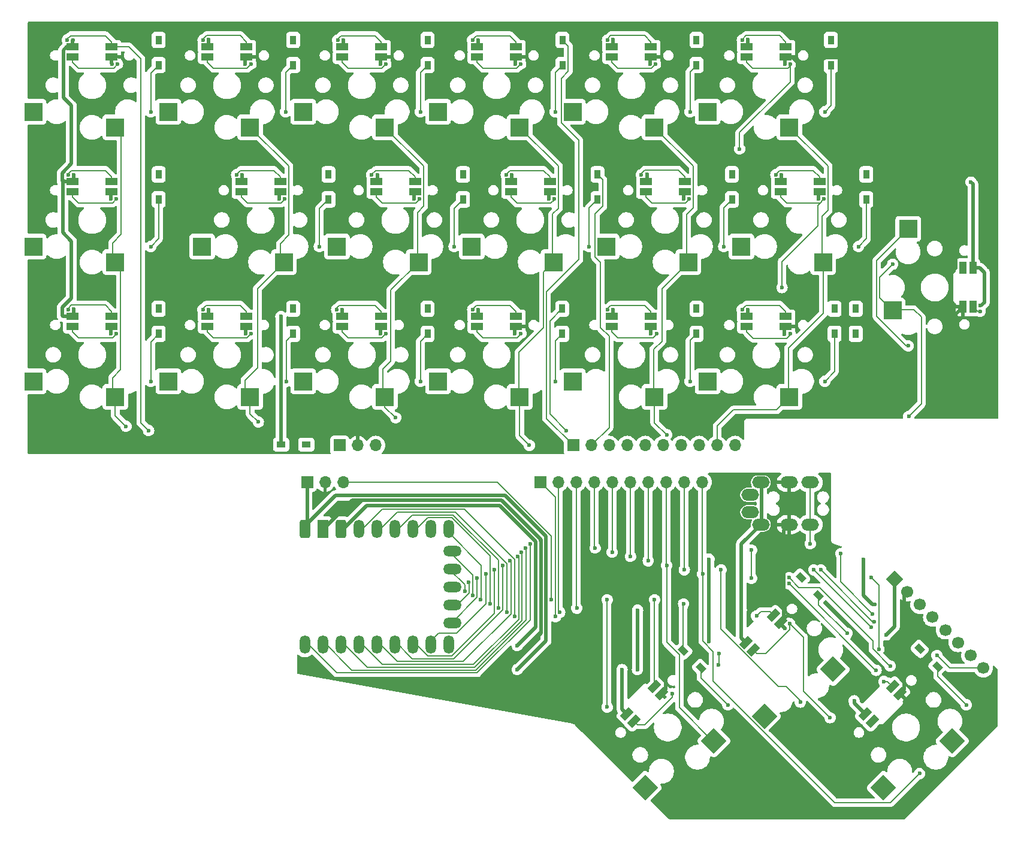
<source format=gbr>
G04 #@! TF.GenerationSoftware,KiCad,Pcbnew,8.0.3*
G04 #@! TF.CreationDate,2024-06-24T22:19:19+09:00*
G04 #@! TF.ProjectId,sepsepkbd,73657073-6570-46b6-9264-2e6b69636164,2.1*
G04 #@! TF.SameCoordinates,Original*
G04 #@! TF.FileFunction,Copper,L2,Bot*
G04 #@! TF.FilePolarity,Positive*
%FSLAX46Y46*%
G04 Gerber Fmt 4.6, Leading zero omitted, Abs format (unit mm)*
G04 Created by KiCad (PCBNEW 8.0.3) date 2024-06-24 22:19:19*
%MOMM*%
%LPD*%
G01*
G04 APERTURE LIST*
G04 Aperture macros list*
%AMRoundRect*
0 Rectangle with rounded corners*
0 $1 Rounding radius*
0 $2 $3 $4 $5 $6 $7 $8 $9 X,Y pos of 4 corners*
0 Add a 4 corners polygon primitive as box body*
4,1,4,$2,$3,$4,$5,$6,$7,$8,$9,$2,$3,0*
0 Add four circle primitives for the rounded corners*
1,1,$1+$1,$2,$3*
1,1,$1+$1,$4,$5*
1,1,$1+$1,$6,$7*
1,1,$1+$1,$8,$9*
0 Add four rect primitives between the rounded corners*
20,1,$1+$1,$2,$3,$4,$5,0*
20,1,$1+$1,$4,$5,$6,$7,0*
20,1,$1+$1,$6,$7,$8,$9,0*
20,1,$1+$1,$8,$9,$2,$3,0*%
%AMHorizOval*
0 Thick line with rounded ends*
0 $1 width*
0 $2 $3 position (X,Y) of the first rounded end (center of the circle)*
0 $4 $5 position (X,Y) of the second rounded end (center of the circle)*
0 Add line between two ends*
20,1,$1,$2,$3,$4,$5,0*
0 Add two circle primitives to create the rounded ends*
1,1,$1,$2,$3*
1,1,$1,$4,$5*%
%AMRotRect*
0 Rectangle, with rotation*
0 The origin of the aperture is its center*
0 $1 length*
0 $2 width*
0 $3 Rotation angle, in degrees counterclockwise*
0 Add horizontal line*
21,1,$1,$2,0,0,$3*%
G04 Aperture macros list end*
G04 #@! TA.AperFunction,ComponentPad*
%ADD10R,1.700000X1.700000*%
G04 #@! TD*
G04 #@! TA.AperFunction,ComponentPad*
%ADD11O,1.700000X1.700000*%
G04 #@! TD*
G04 #@! TA.AperFunction,ComponentPad*
%ADD12RotRect,1.700000X1.700000X45.000000*%
G04 #@! TD*
G04 #@! TA.AperFunction,ComponentPad*
%ADD13HorizOval,1.700000X0.000000X0.000000X0.000000X0.000000X0*%
G04 #@! TD*
G04 #@! TA.AperFunction,SMDPad,CuDef*
%ADD14R,0.950000X1.300000*%
G04 #@! TD*
G04 #@! TA.AperFunction,SMDPad,CuDef*
%ADD15R,1.700000X1.000000*%
G04 #@! TD*
G04 #@! TA.AperFunction,SMDPad,CuDef*
%ADD16R,2.600000X2.600000*%
G04 #@! TD*
G04 #@! TA.AperFunction,SMDPad,CuDef*
%ADD17RotRect,2.600000X2.600000X45.000000*%
G04 #@! TD*
G04 #@! TA.AperFunction,SMDPad,CuDef*
%ADD18R,1.000000X1.700000*%
G04 #@! TD*
G04 #@! TA.AperFunction,SMDPad,CuDef*
%ADD19R,1.300000X0.950000*%
G04 #@! TD*
G04 #@! TA.AperFunction,SMDPad,CuDef*
%ADD20RotRect,1.700000X1.000000X45.000000*%
G04 #@! TD*
G04 #@! TA.AperFunction,ComponentPad*
%ADD21O,2.500000X1.700000*%
G04 #@! TD*
G04 #@! TA.AperFunction,SMDPad,CuDef*
%ADD22O,1.500000X2.600000*%
G04 #@! TD*
G04 #@! TA.AperFunction,SMDPad,CuDef*
%ADD23O,2.600000X1.500000*%
G04 #@! TD*
G04 #@! TA.AperFunction,SMDPad,CuDef*
%ADD24RoundRect,0.375000X0.375000X-0.925000X0.375000X0.925000X-0.375000X0.925000X-0.375000X-0.925000X0*%
G04 #@! TD*
G04 #@! TA.AperFunction,SMDPad,CuDef*
%ADD25R,1.500000X2.600000*%
G04 #@! TD*
G04 #@! TA.AperFunction,SMDPad,CuDef*
%ADD26RotRect,1.300000X0.950000X315.000000*%
G04 #@! TD*
G04 #@! TA.AperFunction,ViaPad*
%ADD27C,0.600000*%
G04 #@! TD*
G04 #@! TA.AperFunction,Conductor*
%ADD28C,0.200000*%
G04 #@! TD*
G04 #@! TA.AperFunction,Conductor*
%ADD29C,0.500000*%
G04 #@! TD*
G04 APERTURE END LIST*
D10*
X97000000Y-78000000D03*
D11*
X99540000Y-78000000D03*
X102080000Y-78000000D03*
X104620000Y-78000000D03*
X107160000Y-78000000D03*
X109700000Y-78000000D03*
X112240000Y-78000000D03*
X114780000Y-78000000D03*
X117320000Y-78000000D03*
X119860000Y-78000000D03*
D10*
X64000000Y-78000000D03*
D11*
X66540000Y-78000000D03*
X69080000Y-78000000D03*
D12*
X142391636Y-96900000D03*
D13*
X144187687Y-98696051D03*
X145983738Y-100492102D03*
X147779790Y-102288154D03*
X149575841Y-104084205D03*
X151371892Y-105880256D03*
X153167943Y-107676307D03*
X154963995Y-109472359D03*
D10*
X59391636Y-83200000D03*
D11*
X61931636Y-83200000D03*
X64471636Y-83200000D03*
D10*
X92391636Y-83200000D03*
D11*
X94931636Y-83200000D03*
X97471636Y-83200000D03*
X100011636Y-83200000D03*
X102551636Y-83200000D03*
X105091636Y-83200000D03*
X107631636Y-83200000D03*
X110171636Y-83200000D03*
X112711636Y-83200000D03*
X115251636Y-83200000D03*
D14*
X133420000Y-20700000D03*
X133420000Y-24250000D03*
X100420000Y-39700000D03*
X100420000Y-43250000D03*
D15*
X45320000Y-21700000D03*
X45320000Y-23100000D03*
X50820000Y-23100000D03*
X50820000Y-21700000D03*
D16*
X94207500Y-52100000D03*
X82657500Y-49900000D03*
D15*
X64370000Y-21700000D03*
X64370000Y-23100000D03*
X69870000Y-23100000D03*
X69870000Y-21700000D03*
D16*
X142132500Y-58950000D03*
X144332500Y-47400000D03*
D14*
X57420000Y-20700000D03*
X57420000Y-24250000D03*
D15*
X50082500Y-40750000D03*
X50082500Y-42150000D03*
X55582500Y-42150000D03*
X55582500Y-40750000D03*
X83420000Y-21700000D03*
X83420000Y-23100000D03*
X88920000Y-23100000D03*
X88920000Y-21700000D03*
D16*
X113257500Y-52100000D03*
X101707500Y-49900000D03*
X70395000Y-71150000D03*
X58845000Y-68950000D03*
X32295000Y-52100000D03*
X20745000Y-49900000D03*
D14*
X76420000Y-20700000D03*
X76420000Y-24250000D03*
D17*
X116876716Y-119769299D03*
X107153998Y-126380747D03*
X150552676Y-119769299D03*
X140829958Y-126380747D03*
D14*
X38420000Y-20700000D03*
X38420000Y-24250000D03*
D18*
X153482500Y-52925000D03*
X152082500Y-52925000D03*
X152082500Y-58425000D03*
X153482500Y-58425000D03*
D19*
X55725000Y-77900000D03*
X59275000Y-77900000D03*
D15*
X64370000Y-59800000D03*
X64370000Y-61200000D03*
X69870000Y-61200000D03*
X69870000Y-59800000D03*
D14*
X57420000Y-58700000D03*
X57420000Y-62250000D03*
D15*
X26270000Y-21700000D03*
X26270000Y-23100000D03*
X31770000Y-23100000D03*
X31770000Y-21700000D03*
D20*
X104590736Y-116003956D03*
X105580685Y-116993905D03*
X109469772Y-113104818D03*
X108479823Y-112114869D03*
D14*
X136920000Y-58700000D03*
X136920000Y-62250000D03*
D21*
X121991636Y-85000000D03*
X121991636Y-87450000D03*
X130491636Y-83250000D03*
X130491636Y-89200000D03*
X127491636Y-83250000D03*
X127491636Y-89200000D03*
X123491636Y-83250000D03*
X123491636Y-89200000D03*
D14*
X133920000Y-58700000D03*
X133920000Y-62250000D03*
D20*
X121428717Y-105901167D03*
X122418666Y-106891116D03*
X126307753Y-103002029D03*
X125317804Y-102012080D03*
D14*
X38420000Y-39700000D03*
X38420000Y-43250000D03*
D15*
X26270000Y-40750000D03*
X26270000Y-42150000D03*
X31770000Y-42150000D03*
X31770000Y-40750000D03*
X102470000Y-21700000D03*
X102470000Y-23100000D03*
X107970000Y-23100000D03*
X107970000Y-21700000D03*
X45320000Y-59800000D03*
X45320000Y-61200000D03*
X50820000Y-61200000D03*
X50820000Y-59800000D03*
X83420000Y-59800000D03*
X83420000Y-61200000D03*
X88920000Y-61200000D03*
X88920000Y-59800000D03*
D16*
X132307500Y-52100000D03*
X120757500Y-49900000D03*
X89445000Y-71150000D03*
X77895000Y-68950000D03*
D17*
X133714696Y-109666511D03*
X123991978Y-116277959D03*
D14*
X114420000Y-20700000D03*
X114420000Y-24250000D03*
D15*
X88182500Y-40750000D03*
X88182500Y-42150000D03*
X93682500Y-42150000D03*
X93682500Y-40750000D03*
X102470000Y-59800000D03*
X102470000Y-61200000D03*
X107970000Y-61200000D03*
X107970000Y-59800000D03*
D14*
X95420000Y-58700000D03*
X95420000Y-62250000D03*
D16*
X75157500Y-52100000D03*
X63607500Y-49900000D03*
D15*
X121520000Y-21700000D03*
X121520000Y-23100000D03*
X127020000Y-23100000D03*
X127020000Y-21700000D03*
D16*
X127545000Y-33050000D03*
X115995000Y-30850000D03*
D22*
X59081636Y-106170000D03*
X61621636Y-106170000D03*
X64161637Y-106170000D03*
X66701636Y-106170000D03*
X69241636Y-106170000D03*
X71781636Y-106170000D03*
X74321635Y-106170000D03*
X76861636Y-106170000D03*
X79401636Y-106170000D03*
D23*
X79951636Y-103080000D03*
X79951636Y-100540000D03*
X79951636Y-98000000D03*
X79951636Y-95460000D03*
X79951636Y-92920000D03*
D22*
X79401636Y-89830000D03*
X76861636Y-89830000D03*
X74321635Y-89830000D03*
X71781636Y-89830000D03*
X69241636Y-89830000D03*
X66701636Y-89830000D03*
D24*
X64161637Y-89830000D03*
D25*
X61621636Y-89830000D03*
D24*
X59081636Y-89830000D03*
D14*
X62420000Y-39700000D03*
X62420000Y-43250000D03*
X76420000Y-58700000D03*
X76420000Y-62250000D03*
X81420000Y-39700000D03*
X81420000Y-43250000D03*
X114420000Y-58700000D03*
X114420000Y-62250000D03*
D16*
X51345000Y-71150000D03*
X39795000Y-68950000D03*
X32295000Y-71150000D03*
X20745000Y-68950000D03*
X51345000Y-33050000D03*
X39795000Y-30850000D03*
D14*
X95462500Y-20700000D03*
X95462500Y-24250000D03*
D16*
X32295000Y-33050000D03*
X20745000Y-30850000D03*
X108495000Y-33050000D03*
X96945000Y-30850000D03*
X56107500Y-52100000D03*
X44557500Y-49900000D03*
D15*
X69132500Y-40750000D03*
X69132500Y-42150000D03*
X74632500Y-42150000D03*
X74632500Y-40750000D03*
X26270000Y-59800000D03*
X26270000Y-61200000D03*
X31770000Y-61200000D03*
X31770000Y-59800000D03*
X107232500Y-40750000D03*
X107232500Y-42150000D03*
X112732500Y-42150000D03*
X112732500Y-40750000D03*
X126282500Y-40750000D03*
X126282500Y-42150000D03*
X131782500Y-42150000D03*
X131782500Y-40750000D03*
D16*
X89445000Y-33050000D03*
X77895000Y-30850000D03*
D15*
X121520000Y-59800000D03*
X121520000Y-61200000D03*
X127020000Y-61200000D03*
X127020000Y-59800000D03*
D14*
X119420000Y-39700000D03*
X119420000Y-43250000D03*
X38420000Y-58700000D03*
X38420000Y-62250000D03*
D16*
X70395000Y-33050000D03*
X58845000Y-30850000D03*
D14*
X138420000Y-39700000D03*
X138420000Y-43250000D03*
D20*
X138266697Y-116003955D03*
X139256646Y-116993904D03*
X143145733Y-113104817D03*
X142155784Y-112114868D03*
D16*
X108495000Y-71150000D03*
X96945000Y-68950000D03*
X127545000Y-71150000D03*
X115995000Y-68950000D03*
D26*
X129159160Y-96712314D03*
X131669390Y-99222544D03*
X112542151Y-106965362D03*
X115052381Y-109475592D03*
X145961785Y-106779746D03*
X148472015Y-109289976D03*
D27*
X118856615Y-114678130D03*
X107153998Y-126380747D03*
X115052381Y-109475592D03*
X135694595Y-104575342D03*
X131669390Y-99222544D03*
X123991978Y-116277959D03*
X152532575Y-114678130D03*
X140829958Y-126380747D03*
X148472015Y-109289976D03*
X56345000Y-30850000D03*
X39795000Y-30850000D03*
X57420000Y-24250000D03*
X62420000Y-43250000D03*
X61107500Y-49900000D03*
X44557500Y-49900000D03*
X57420000Y-62250000D03*
X56475000Y-68950000D03*
X39795000Y-68950000D03*
X58845000Y-30850000D03*
X76420000Y-24250000D03*
X75395000Y-30850000D03*
X81420000Y-43250000D03*
X80157500Y-49900000D03*
X63607500Y-49900000D03*
X75395000Y-68950000D03*
X76420000Y-62250000D03*
X58845000Y-68950000D03*
X95462500Y-24250000D03*
X77895000Y-30850000D03*
X94445000Y-30850000D03*
X100420000Y-43250000D03*
X82657500Y-49900000D03*
X99207500Y-49900000D03*
X94445000Y-68950000D03*
X77895000Y-68950000D03*
X95420000Y-62250000D03*
X114420000Y-24250000D03*
X113495000Y-30850000D03*
X96945000Y-30850000D03*
X119420000Y-43250000D03*
X101707500Y-49900000D03*
X118257500Y-49900000D03*
X96945000Y-68950000D03*
X114420000Y-62250000D03*
X113495000Y-68950000D03*
X133420000Y-24250000D03*
X132545000Y-30850000D03*
X115995000Y-30850000D03*
X138420000Y-43250000D03*
X137307500Y-49900000D03*
X120757500Y-49900000D03*
X133920000Y-62250000D03*
X115995000Y-68950000D03*
X132545000Y-68950000D03*
X130491636Y-91900000D03*
X90897455Y-91903422D03*
X136920000Y-62250000D03*
X144332500Y-63950000D03*
X89091636Y-107900000D03*
X143000000Y-107800000D03*
X123900000Y-95600000D03*
X126914423Y-103849194D03*
X126400000Y-127500000D03*
X100491636Y-107900000D03*
X143891636Y-114800000D03*
X100491636Y-117600000D03*
X133500000Y-95300000D03*
X110091636Y-107900000D03*
X128891636Y-102100000D03*
X118100000Y-92600000D03*
X92392593Y-91333241D03*
X112542151Y-106965362D03*
X129159160Y-96712314D03*
X112591636Y-100415833D03*
X139091636Y-96700000D03*
X85227238Y-100415833D03*
X145961785Y-106779746D03*
X140191636Y-106800000D03*
X20745000Y-30850000D03*
X38420000Y-24250000D03*
X37295000Y-30850000D03*
X38420000Y-43250000D03*
X37295000Y-49900000D03*
X20745000Y-49900000D03*
X38420000Y-62250000D03*
X20745000Y-68950000D03*
X37295000Y-68950000D03*
X95091636Y-101615833D03*
X87589548Y-101615833D03*
X100091636Y-92503422D03*
X90247564Y-92503422D03*
X110191636Y-95000000D03*
X116876716Y-119769299D03*
X87027238Y-95000000D03*
X137991636Y-94100000D03*
X89091636Y-106300000D03*
X116191636Y-105700000D03*
X116191636Y-94100000D03*
X139583738Y-100492102D03*
X150552676Y-119769299D03*
X84627238Y-96200000D03*
X145921127Y-124400848D03*
X115291636Y-96200000D03*
X89124461Y-93703422D03*
X105091636Y-93703422D03*
X94491636Y-102215833D03*
X88691636Y-102215833D03*
X88059093Y-94334936D03*
X107591636Y-94334936D03*
X85827238Y-95600000D03*
X129083147Y-114298060D03*
X112691636Y-95600000D03*
X117891636Y-95600000D03*
X133714696Y-109666511D03*
X86427238Y-101015833D03*
X97491636Y-101015833D03*
X89668642Y-93103422D03*
X102491636Y-93103422D03*
X108491636Y-99815833D03*
X101791636Y-99815833D03*
X93891636Y-99815833D03*
X101791636Y-115000000D03*
X83913545Y-99815833D03*
X136691636Y-114100000D03*
X89091636Y-109700000D03*
X103891636Y-109700000D03*
X106091636Y-101300000D03*
X141191636Y-104800000D03*
X120749427Y-101300000D03*
X106064954Y-109700000D03*
X76420000Y-20700000D03*
X114420000Y-20700000D03*
X38420000Y-20700000D03*
X133420000Y-20700000D03*
X95462500Y-20700000D03*
X57420000Y-20700000D03*
X38420000Y-39700000D03*
X100420000Y-39700000D03*
X81420000Y-39700000D03*
X138420000Y-39700000D03*
X119420000Y-39700000D03*
X62420000Y-39700000D03*
X114420000Y-58700000D03*
X96000000Y-75900000D03*
X57420000Y-58700000D03*
X136920000Y-58700000D03*
X133920000Y-58700000D03*
X95420000Y-58700000D03*
X38420000Y-58700000D03*
X76420000Y-58700000D03*
X127472398Y-96700000D03*
X81691636Y-98600000D03*
X141791636Y-109200000D03*
X82827238Y-99200000D03*
X139791636Y-109800000D03*
X127472398Y-97551582D03*
X148391636Y-107700000D03*
X134791636Y-93300000D03*
X122191636Y-92800000D03*
X83427238Y-96791302D03*
X139291636Y-101800000D03*
X122191636Y-96791302D03*
X82206132Y-97391302D03*
X131991636Y-95600000D03*
X139491636Y-102900000D03*
X71900000Y-74100000D03*
X70395000Y-33050000D03*
X70395000Y-71150000D03*
X75157500Y-52100000D03*
X56107500Y-52100000D03*
X51345000Y-33050000D03*
X52500000Y-74700000D03*
X51345000Y-71150000D03*
X142132500Y-52400000D03*
X144400000Y-73925000D03*
X90800000Y-78000000D03*
X89445000Y-71150000D03*
X89445000Y-33050000D03*
X94207500Y-52100000D03*
X32295000Y-33050000D03*
X32295000Y-52100000D03*
X33800000Y-75300000D03*
X32295000Y-71150000D03*
X132307500Y-52100000D03*
X127545000Y-33050000D03*
X127545000Y-71150000D03*
X110200000Y-76500000D03*
X113257500Y-52100000D03*
X108495000Y-71150000D03*
X108495000Y-33050000D03*
X130991636Y-95600000D03*
X139091636Y-103700000D03*
X79451636Y-98000000D03*
X59275000Y-77900000D03*
X25499997Y-20699998D03*
X37000000Y-75900000D03*
X110991636Y-113100000D03*
X117491636Y-109000000D03*
X122894033Y-102102397D03*
X117596430Y-107400000D03*
X127591636Y-103200000D03*
X140893078Y-111385641D03*
X133291636Y-116500000D03*
X32600000Y-24100002D03*
X44698449Y-20699998D03*
X49432497Y-39749998D03*
X32420003Y-43150002D03*
X32420003Y-62200002D03*
X44669997Y-58799998D03*
X51467496Y-24100002D03*
X63723669Y-20699998D03*
X56232503Y-43150002D03*
X68496773Y-39750008D03*
X63569997Y-58799998D03*
X51470003Y-62200002D03*
X82769997Y-20699998D03*
X70520003Y-24100002D03*
X87532497Y-39749998D03*
X75282503Y-43150002D03*
X70520003Y-62200002D03*
X82784763Y-58800058D03*
X89570003Y-24100002D03*
X101836937Y-20700873D03*
X106609545Y-39749998D03*
X94312427Y-43206641D03*
X101819997Y-58799998D03*
X89600000Y-62200000D03*
X108620003Y-24100002D03*
X120889762Y-20699998D03*
X113382503Y-43150002D03*
X125632497Y-39749998D03*
X120869998Y-58800000D03*
X108770002Y-62200000D03*
X120500000Y-36100000D03*
X25619997Y-39749998D03*
X127670003Y-24100002D03*
X25636931Y-58800536D03*
X132432503Y-43150002D03*
X126500000Y-55700000D03*
X154482502Y-59075003D03*
X127636753Y-62200002D03*
X45470000Y-58799998D03*
X50232500Y-39749998D03*
X102636816Y-20686834D03*
X107407774Y-39700497D03*
X64370000Y-58799998D03*
X126432500Y-39749998D03*
X102620000Y-58799998D03*
X121670000Y-58799998D03*
X26300000Y-20699998D03*
X88332500Y-39749998D03*
X69296775Y-39749544D03*
X26420000Y-39749998D03*
X153200000Y-40800000D03*
X121689325Y-20675220D03*
X26436816Y-58786834D03*
X64523672Y-20699998D03*
X55725000Y-77900000D03*
X83570000Y-20699998D03*
X154482502Y-58275000D03*
X55700000Y-59800000D03*
X83584760Y-58797029D03*
X45496340Y-20646405D03*
X150000000Y-66100000D03*
X102300000Y-54400000D03*
X31620000Y-43150002D03*
X41000000Y-47200000D03*
X77800000Y-77000000D03*
X74482500Y-43150002D03*
X131632500Y-43150002D03*
X22300000Y-38200000D03*
X105200000Y-68100000D03*
X126870000Y-24100002D03*
X63300000Y-53800000D03*
X107970000Y-62200002D03*
X88755230Y-62203016D03*
X82300000Y-53600000D03*
X31620000Y-62200002D03*
X96200000Y-37300000D03*
X88770000Y-24100002D03*
X112582500Y-43150002D03*
X69720000Y-24100002D03*
X126839764Y-62267861D03*
X69720000Y-62200002D03*
X77500000Y-72500000D03*
X31800000Y-24100002D03*
X93513035Y-43175403D03*
X26300000Y-76600000D03*
X26300000Y-63200000D03*
X50670000Y-62200002D03*
X113900000Y-73400000D03*
X96700000Y-65600000D03*
X58100000Y-34600000D03*
X92000000Y-73200000D03*
X151082498Y-52925000D03*
X107820000Y-24100002D03*
X115300000Y-34300000D03*
X118300000Y-53600000D03*
X50667493Y-24100002D03*
X59100000Y-73000000D03*
X55432500Y-43150002D03*
X31600000Y-48100000D03*
X37900000Y-34600000D03*
X77300000Y-34600000D03*
X95100000Y-34500000D03*
D28*
X115052381Y-110873896D02*
X118856615Y-114678130D01*
X115052381Y-109475592D02*
X115052381Y-110873896D01*
X131669390Y-100550137D02*
X135694595Y-104575342D01*
X131669390Y-99222544D02*
X131669390Y-100550137D01*
X148472015Y-110617570D02*
X152532575Y-114678130D01*
X148472015Y-109289976D02*
X148472015Y-110617570D01*
X57420000Y-24250000D02*
X56345000Y-25325000D01*
X56345000Y-25325000D02*
X56345000Y-30850000D01*
X62420000Y-43250000D02*
X61107500Y-44562500D01*
X61107500Y-44562500D02*
X61107500Y-49900000D01*
X56475000Y-63195000D02*
X56475000Y-68950000D01*
X57420000Y-62250000D02*
X56475000Y-63195000D01*
X75395000Y-25275000D02*
X75395000Y-30850000D01*
X76420000Y-24250000D02*
X75395000Y-25275000D01*
X81420000Y-43250000D02*
X80157500Y-44512500D01*
X80157500Y-44512500D02*
X80157500Y-49900000D01*
X76420000Y-62250000D02*
X75395000Y-63275000D01*
X75395000Y-63275000D02*
X75395000Y-68950000D01*
X94445000Y-25267500D02*
X94445000Y-30850000D01*
X95462500Y-24250000D02*
X94445000Y-25267500D01*
X100420000Y-43250000D02*
X99207500Y-44462500D01*
X99207500Y-44462500D02*
X99207500Y-49900000D01*
X95420000Y-62250000D02*
X94445000Y-63225000D01*
X94445000Y-63225000D02*
X94445000Y-68950000D01*
X114420000Y-24250000D02*
X113495000Y-25175000D01*
X113495000Y-25175000D02*
X113495000Y-30850000D01*
X119420000Y-43250000D02*
X118257500Y-44412500D01*
X118257500Y-44412500D02*
X118257500Y-49900000D01*
X113495000Y-63175000D02*
X113495000Y-68950000D01*
X114420000Y-62250000D02*
X113495000Y-63175000D01*
X133420000Y-24250000D02*
X133420000Y-29975000D01*
X133420000Y-29975000D02*
X132545000Y-30850000D01*
X138420000Y-48787500D02*
X137307500Y-49900000D01*
X138420000Y-43250000D02*
X138420000Y-48787500D01*
X133920000Y-62250000D02*
X133920000Y-67575000D01*
X133920000Y-67575000D02*
X132545000Y-68950000D01*
X63581636Y-110170000D02*
X83418694Y-110170000D01*
X130491636Y-91900000D02*
X130491636Y-89200000D01*
X130491636Y-83250000D02*
X130491636Y-89200000D01*
X90897455Y-102691239D02*
X90897455Y-91903422D01*
X59081636Y-105670000D02*
X63581636Y-110170000D01*
X83418694Y-110170000D02*
X90897455Y-102691239D01*
X144332500Y-47400000D02*
X139882500Y-51850000D01*
X139882500Y-59782500D02*
X144050000Y-63950000D01*
X144050000Y-63950000D02*
X144332500Y-63950000D01*
X139882500Y-51850000D02*
X139882500Y-59782500D01*
D29*
X128882282Y-102109354D02*
X128891636Y-102100000D01*
X126307753Y-103242524D02*
X126914423Y-103849194D01*
X127491636Y-83250000D02*
X127491636Y-89200000D01*
X110070813Y-107920823D02*
X110091636Y-107900000D01*
X144187687Y-98696051D02*
X143755565Y-99128173D01*
X143755565Y-112494985D02*
X143145733Y-113104817D01*
X109469772Y-113104818D02*
X110070813Y-112503777D01*
X65744911Y-85780000D02*
X61621636Y-89903275D01*
X127200428Y-102109354D02*
X128882282Y-102109354D01*
X127491636Y-89200000D02*
X126722398Y-89969238D01*
X86861586Y-85780000D02*
X65744911Y-85780000D01*
X110070813Y-112503777D02*
X110070813Y-107920823D01*
X126722398Y-102587384D02*
X126307753Y-103002029D01*
X100491636Y-117600000D02*
X100491636Y-107900000D01*
X92441636Y-104550000D02*
X92441636Y-91360050D01*
X143891636Y-113850720D02*
X143145733Y-113104817D01*
X143755565Y-99128173D02*
X143755565Y-112494985D01*
X126307753Y-103002029D02*
X127200428Y-102109354D01*
X89091636Y-107900000D02*
X92441636Y-104550000D01*
X126307753Y-103002029D02*
X126307753Y-103242524D01*
X143891636Y-114800000D02*
X143891636Y-113850720D01*
X92441636Y-91360050D02*
X86861586Y-85780000D01*
X61621636Y-89903275D02*
X61621636Y-90330000D01*
X126722398Y-89969238D02*
X126722398Y-102587384D01*
D28*
X74321635Y-90330000D02*
X76421635Y-88230000D01*
X79836560Y-88230000D02*
X85227238Y-93620678D01*
X139091636Y-96700000D02*
X140191636Y-97800000D01*
X76421635Y-88230000D02*
X79836560Y-88230000D01*
X112542151Y-106965362D02*
X112542151Y-100465318D01*
X140191636Y-97800000D02*
X140191636Y-106800000D01*
X85227238Y-93620678D02*
X85227238Y-100415833D01*
X112542151Y-100465318D02*
X112591636Y-100415833D01*
X38420000Y-24250000D02*
X37295000Y-25375000D01*
X37295000Y-25375000D02*
X37295000Y-30850000D01*
X38420000Y-48775000D02*
X37295000Y-49900000D01*
X38420000Y-43250000D02*
X38420000Y-48775000D01*
X38420000Y-62250000D02*
X37295000Y-63375000D01*
X37295000Y-63375000D02*
X37295000Y-68950000D01*
X87627238Y-94751471D02*
X87627238Y-101578143D01*
X80305767Y-87430000D02*
X87627238Y-94751471D01*
X94931636Y-101455833D02*
X95091636Y-101615833D01*
X72141636Y-87430000D02*
X80305767Y-87430000D01*
X69241636Y-90330000D02*
X72141636Y-87430000D01*
X94931636Y-83200000D02*
X94931636Y-101455833D01*
X87627238Y-101578143D02*
X87589548Y-101615833D01*
X90318697Y-102704311D02*
X90318697Y-92574555D01*
X61621636Y-105670000D02*
X65721636Y-109770000D01*
X100011636Y-92423422D02*
X100091636Y-92503422D01*
X83253008Y-109770000D02*
X90318697Y-102704311D01*
X100011636Y-83200000D02*
X100011636Y-92423422D01*
X90318697Y-92574555D02*
X90247564Y-92503422D01*
X65721636Y-109770000D02*
X83253008Y-109770000D01*
X116876716Y-119769299D02*
X116699939Y-119769299D01*
X111991636Y-115060996D02*
X111991636Y-107600000D01*
X110191636Y-105800000D02*
X110191636Y-95000000D01*
X87027238Y-101264362D02*
X87027238Y-95000000D01*
X110171636Y-94980000D02*
X110191636Y-95000000D01*
X116699939Y-119769299D02*
X111991636Y-115060996D01*
X80121600Y-108170000D02*
X87027238Y-101264362D01*
X110171636Y-83200000D02*
X110171636Y-94980000D01*
X74281636Y-108170000D02*
X80121600Y-108170000D01*
X71781636Y-105670000D02*
X74281636Y-108170000D01*
X111991636Y-107600000D02*
X110191636Y-105800000D01*
D29*
X137991636Y-94100000D02*
X137991636Y-99200000D01*
X89091636Y-106300000D02*
X91691636Y-103700000D01*
X91691636Y-103700000D02*
X91691636Y-91600000D01*
X116191636Y-105200000D02*
X116191636Y-94100000D01*
X137991636Y-99200000D02*
X139283738Y-100492102D01*
X86571636Y-86480000D02*
X67804580Y-86480000D01*
X116191636Y-105700000D02*
X116191636Y-105200000D01*
X139283738Y-100492102D02*
X139583738Y-100492102D01*
X64161637Y-90122943D02*
X64161637Y-90330000D01*
X91691636Y-91600000D02*
X86571636Y-86480000D01*
X67804580Y-86480000D02*
X64161637Y-90122943D01*
D28*
X116791636Y-107148529D02*
X115291636Y-105648529D01*
X77961636Y-104570000D02*
X80496560Y-104570000D01*
X115251636Y-96160000D02*
X115291636Y-96200000D01*
X80496560Y-104570000D02*
X84627238Y-100439322D01*
X115251636Y-83200000D02*
X115251636Y-96160000D01*
X76861636Y-105670000D02*
X77961636Y-104570000D01*
X141802750Y-128519225D02*
X133970502Y-128519225D01*
X115291636Y-105648529D02*
X115291636Y-96200000D01*
X84627238Y-100439322D02*
X84627238Y-96200000D01*
X145921127Y-124400848D02*
X141802750Y-128519225D01*
X133970502Y-128519225D02*
X116791636Y-111340359D01*
X116791636Y-111340359D02*
X116791636Y-107148529D01*
X70001636Y-108970000D02*
X82921636Y-108970000D01*
X89291636Y-93870597D02*
X89124461Y-93703422D01*
X66701636Y-105670000D02*
X70001636Y-108970000D01*
X89291636Y-102600000D02*
X89291636Y-93870597D01*
X82921636Y-108970000D02*
X89291636Y-102600000D01*
X105091636Y-83200000D02*
X105091636Y-93703422D01*
X70001636Y-87030000D02*
X81602686Y-87030000D01*
X88691636Y-94118950D02*
X88691636Y-102215833D01*
X66701636Y-90330000D02*
X70001636Y-87030000D01*
X94491636Y-85300000D02*
X94491636Y-102215833D01*
X81602686Y-87030000D02*
X88691636Y-94118950D01*
X92391636Y-83200000D02*
X94491636Y-85300000D01*
X69241636Y-105670000D02*
X72141636Y-108570000D01*
X107631636Y-83200000D02*
X107631636Y-94294936D01*
X72141636Y-108570000D02*
X81483910Y-108570000D01*
X88189548Y-101864362D02*
X88189548Y-94465391D01*
X88189548Y-94465391D02*
X88059093Y-94334936D01*
X81483910Y-108570000D02*
X88189548Y-101864362D01*
X107631636Y-94294936D02*
X107591636Y-94334936D01*
X117891636Y-103990432D02*
X126013388Y-112112184D01*
X126013388Y-112112184D02*
X127074048Y-112112184D01*
X74321635Y-105670000D02*
X76421635Y-107770000D01*
X76421635Y-107770000D02*
X79836560Y-107770000D01*
X79836560Y-107770000D02*
X85827238Y-101779322D01*
X117891636Y-95600000D02*
X117891636Y-103990432D01*
X112711636Y-95580000D02*
X112691636Y-95600000D01*
X85827238Y-101779322D02*
X85827238Y-95600000D01*
X127074048Y-112112184D02*
X129083147Y-114121283D01*
X129083147Y-114121283D02*
X129083147Y-114298060D01*
X112711636Y-83200000D02*
X112711636Y-95580000D01*
X97471636Y-83200000D02*
X97471636Y-100995833D01*
X74281636Y-87830000D02*
X80002246Y-87830000D01*
X71781636Y-90330000D02*
X74281636Y-87830000D01*
X80002246Y-87830000D02*
X86427238Y-94254992D01*
X97471636Y-100995833D02*
X97491636Y-101015833D01*
X86427238Y-94254992D02*
X86427238Y-101015833D01*
X102551636Y-83200000D02*
X102551636Y-93043422D01*
X102551636Y-93043422D02*
X102491636Y-93103422D01*
X83087322Y-109370000D02*
X89724461Y-102732861D01*
X89724461Y-102732861D02*
X89724461Y-93159241D01*
X64161637Y-105670000D02*
X67861637Y-109370000D01*
X89724461Y-93159241D02*
X89668642Y-93103422D01*
X67861637Y-109370000D02*
X83087322Y-109370000D01*
X108479823Y-112114869D02*
X108479823Y-99827646D01*
X79401636Y-90330000D02*
X84027238Y-94955602D01*
X84027238Y-99702140D02*
X83913545Y-99815833D01*
X101791636Y-115000000D02*
X101791636Y-99815833D01*
X84027238Y-94955602D02*
X84027238Y-99702140D01*
X108479823Y-99827646D02*
X108491636Y-99815833D01*
X64471636Y-83200000D02*
X86269454Y-83200000D01*
X86269454Y-83200000D02*
X93891636Y-90822182D01*
X93891636Y-90822182D02*
X93891636Y-99815833D01*
D29*
X89091636Y-109700000D02*
X93141636Y-105650000D01*
X59391636Y-90020000D02*
X59081636Y-90330000D01*
X123641636Y-83400000D02*
X123641636Y-89050000D01*
X123491636Y-89200000D02*
X120749427Y-91942209D01*
X141191636Y-104800000D02*
X142391636Y-103600000D01*
X120749427Y-91942209D02*
X120749427Y-101300000D01*
X136691636Y-114428894D02*
X138266697Y-116003955D01*
X87371636Y-85080000D02*
X63421636Y-85080000D01*
X59081636Y-89420000D02*
X59081636Y-90330000D01*
X103911446Y-109719810D02*
X103891636Y-109700000D01*
X106091636Y-109673318D02*
X106064954Y-109700000D01*
X120749427Y-101300000D02*
X120749427Y-105221877D01*
X120749427Y-105221877D02*
X121428717Y-105901167D01*
X123641636Y-89050000D02*
X123491636Y-89200000D01*
X136691636Y-114100000D02*
X136691636Y-114428894D01*
X63421636Y-85080000D02*
X59081636Y-89420000D01*
X123491636Y-83250000D02*
X123641636Y-83400000D01*
X59391636Y-83200000D02*
X59391636Y-90020000D01*
X106091636Y-101300000D02*
X106091636Y-109673318D01*
X93141636Y-90850000D02*
X87371636Y-85080000D01*
X93141636Y-105650000D02*
X93141636Y-90850000D01*
X103911446Y-115324666D02*
X103911446Y-109719810D01*
X142391636Y-103600000D02*
X142391636Y-96900000D01*
X104590736Y-116003956D02*
X103911446Y-115324666D01*
D28*
X97000000Y-78000000D02*
X93200000Y-74200000D01*
X93200000Y-56307500D02*
X97800000Y-51707500D01*
X93200000Y-74200000D02*
X93200000Y-56307500D01*
X96300000Y-25137500D02*
X96300000Y-21537500D01*
X95300000Y-32405000D02*
X95300000Y-26137500D01*
X97800000Y-34905000D02*
X95300000Y-32405000D01*
X96300000Y-21537500D02*
X95462500Y-20700000D01*
X95300000Y-26137500D02*
X96300000Y-25137500D01*
X97800000Y-51707500D02*
X97800000Y-34905000D01*
X99540000Y-78000000D02*
X102070000Y-75470000D01*
X100107500Y-51407500D02*
X100107500Y-45292500D01*
X100107500Y-45292500D02*
X101195000Y-44205000D01*
X100845300Y-61350135D02*
X100845300Y-52145300D01*
X101195000Y-44205000D02*
X101195000Y-40475000D01*
X100845300Y-52145300D02*
X100107500Y-51407500D01*
X101195000Y-40475000D02*
X100420000Y-39700000D01*
X102070000Y-62574835D02*
X100845300Y-61350135D01*
X102070000Y-75470000D02*
X102070000Y-62574835D01*
X96000000Y-75900000D02*
X93700000Y-73600000D01*
X93700000Y-73600000D02*
X93700000Y-60420000D01*
X93700000Y-60420000D02*
X95420000Y-58700000D01*
X79451636Y-95460000D02*
X81691636Y-97700000D01*
X81691636Y-97700000D02*
X81691636Y-98600000D01*
X141743107Y-109200000D02*
X141791636Y-109200000D01*
X139335209Y-105643573D02*
X139335209Y-106792102D01*
X131818685Y-98127049D02*
X139335209Y-105643573D01*
X127472398Y-96700000D02*
X128899447Y-98127049D01*
X128899447Y-98127049D02*
X131818685Y-98127049D01*
X139335209Y-106792102D02*
X141743107Y-109200000D01*
X79451636Y-92920000D02*
X82827238Y-96295602D01*
X82827238Y-96295602D02*
X82827238Y-99200000D01*
X139720816Y-109800000D02*
X139791636Y-109800000D01*
X148391636Y-107700000D02*
X150163995Y-109472359D01*
X127472398Y-97551582D02*
X139720816Y-109800000D01*
X150163995Y-109472359D02*
X154963995Y-109472359D01*
X134791636Y-97300000D02*
X139291636Y-101800000D01*
X122191636Y-96791302D02*
X122191636Y-92800000D01*
X79451636Y-103080000D02*
X79811636Y-103080000D01*
X134791636Y-93300000D02*
X134791636Y-97300000D01*
X83427238Y-99464398D02*
X83427238Y-96791302D01*
X79811636Y-103080000D02*
X83427238Y-99464398D01*
X139291636Y-102900000D02*
X139491636Y-102900000D01*
X131991636Y-95600000D02*
X139291636Y-102900000D01*
X80600165Y-100540000D02*
X82291636Y-98848529D01*
X82291636Y-97476806D02*
X82206132Y-97391302D01*
X79451636Y-100540000D02*
X80600165Y-100540000D01*
X82291636Y-98848529D02*
X82291636Y-97476806D01*
X70100000Y-70855000D02*
X70395000Y-71150000D01*
X70100000Y-67200000D02*
X70100000Y-70855000D01*
X75157500Y-52100000D02*
X71200000Y-56057500D01*
X75000000Y-51942500D02*
X75157500Y-52100000D01*
X71200000Y-66100000D02*
X70100000Y-67200000D01*
X75882503Y-44217497D02*
X75000000Y-45100000D01*
X75000000Y-45100000D02*
X75000000Y-51942500D01*
X75882503Y-38537503D02*
X75882503Y-44217497D01*
X71200000Y-56057500D02*
X71200000Y-66100000D01*
X70395000Y-72595000D02*
X70395000Y-71150000D01*
X70395000Y-33050000D02*
X75882503Y-38537503D01*
X71900000Y-74100000D02*
X70395000Y-72595000D01*
X55600000Y-49516205D02*
X55600000Y-51592500D01*
X56832503Y-48283702D02*
X55600000Y-49516205D01*
X52369100Y-67034605D02*
X50600000Y-68803705D01*
X56107500Y-52100000D02*
X52369100Y-55838400D01*
X50600000Y-68803705D02*
X50600000Y-70405000D01*
X56832503Y-38537503D02*
X56832503Y-48283702D01*
X52500000Y-74700000D02*
X51345000Y-73545000D01*
X51345000Y-33050000D02*
X56832503Y-38537503D01*
X52369100Y-55838400D02*
X52369100Y-67034605D01*
X55600000Y-51592500D02*
X56107500Y-52100000D01*
X51345000Y-73545000D02*
X51345000Y-71150000D01*
X50600000Y-70405000D02*
X51345000Y-71150000D01*
X142257500Y-58825000D02*
X142132500Y-58950000D01*
X142132500Y-58950000D02*
X140282500Y-57100000D01*
X140282500Y-57100000D02*
X140282500Y-54250000D01*
X145125000Y-58825000D02*
X142257500Y-58825000D01*
X146182500Y-59882500D02*
X145125000Y-58825000D01*
X146182500Y-72142500D02*
X146182500Y-59882500D01*
X140282500Y-54250000D02*
X142132500Y-52400000D01*
X144400000Y-73925000D02*
X146182500Y-72142500D01*
X92800000Y-61400000D02*
X89320000Y-64880000D01*
X89320000Y-64880000D02*
X89320000Y-71025000D01*
X94082500Y-51975000D02*
X94207500Y-52100000D01*
X89445000Y-33050000D02*
X94912427Y-38517427D01*
X89445000Y-76645000D02*
X89445000Y-71150000D01*
X94912427Y-38517427D02*
X94912427Y-44487573D01*
X94100000Y-45500000D02*
X94082500Y-45517500D01*
X94100000Y-45300000D02*
X94100000Y-45500000D01*
X94912427Y-44487573D02*
X94100000Y-45300000D01*
X89320000Y-71025000D02*
X89445000Y-71150000D01*
X92800000Y-53507500D02*
X92800000Y-61400000D01*
X94082500Y-45517500D02*
X94082500Y-51975000D01*
X90800000Y-78000000D02*
X89445000Y-76645000D01*
X94207500Y-52100000D02*
X92800000Y-53507500D01*
X33020003Y-67333702D02*
X31900000Y-68453705D01*
X33020003Y-52825003D02*
X33020003Y-67333702D01*
X32295000Y-73795000D02*
X32295000Y-71150000D01*
X31900000Y-70755000D02*
X32295000Y-71150000D01*
X32295000Y-52100000D02*
X33020003Y-52825003D01*
X33100000Y-33855000D02*
X33100000Y-48203705D01*
X33800000Y-75300000D02*
X32295000Y-73795000D01*
X33100000Y-48203705D02*
X31900000Y-49403705D01*
X31900000Y-49403705D02*
X31900000Y-51705000D01*
X31900000Y-68453705D02*
X31900000Y-70755000D01*
X32295000Y-33050000D02*
X33100000Y-33855000D01*
X31900000Y-51705000D02*
X32295000Y-52100000D01*
X125695000Y-73000000D02*
X119600000Y-73000000D01*
X117320000Y-75280000D02*
X117320000Y-78000000D01*
X119600000Y-73000000D02*
X117320000Y-75280000D01*
X127545000Y-33050000D02*
X133032503Y-38537503D01*
X127420000Y-64265435D02*
X127420000Y-71025000D01*
X133032503Y-38537503D02*
X133032503Y-44767497D01*
X127420000Y-71025000D02*
X127545000Y-71150000D01*
X133032503Y-44767497D02*
X132182500Y-45617500D01*
X132307500Y-59377935D02*
X127420000Y-64265435D01*
X132307500Y-52100000D02*
X132307500Y-59377935D01*
X132182500Y-45617500D02*
X132182500Y-51975000D01*
X127545000Y-71150000D02*
X125695000Y-73000000D01*
X132182500Y-51975000D02*
X132307500Y-52100000D01*
X108370000Y-64430000D02*
X108370000Y-71025000D01*
X113000000Y-51842500D02*
X113257500Y-52100000D01*
X113257500Y-52100000D02*
X109519100Y-55838400D01*
X108495000Y-74795000D02*
X108495000Y-71150000D01*
X110200000Y-76500000D02*
X108495000Y-74795000D01*
X109519100Y-55838400D02*
X109519100Y-63280900D01*
X109519100Y-63280900D02*
X108370000Y-64430000D01*
X108370000Y-71025000D02*
X108495000Y-71150000D01*
X108495000Y-33050000D02*
X113982503Y-38537503D01*
X113982503Y-38537503D02*
X113982503Y-44417497D01*
X113000000Y-45400000D02*
X113000000Y-51842500D01*
X113982503Y-44417497D02*
X113000000Y-45400000D01*
X130991636Y-95600000D02*
X139091636Y-103700000D01*
X31770000Y-20951472D02*
X30918526Y-20099998D01*
X34235435Y-21700000D02*
X35900000Y-23364565D01*
X25987847Y-20099998D02*
X25499997Y-20587848D01*
X31770000Y-21700000D02*
X31770000Y-20951472D01*
X31770000Y-21700000D02*
X34235435Y-21700000D01*
X35900000Y-74800000D02*
X37000000Y-75900000D01*
X25499997Y-20587848D02*
X25499997Y-20699998D01*
X35900000Y-23364565D02*
X35900000Y-74800000D01*
X30918526Y-20099998D02*
X25987847Y-20099998D01*
X106109975Y-117523195D02*
X107102005Y-117523195D01*
X107102005Y-117523195D02*
X110991636Y-113633564D01*
X123513640Y-101482790D02*
X124788514Y-101482790D01*
X117596430Y-108895206D02*
X117491636Y-109000000D01*
X122894033Y-102102397D02*
X123513640Y-101482790D01*
X105580685Y-116993905D02*
X106109975Y-117523195D01*
X117596430Y-107400000D02*
X117596430Y-108895206D01*
X110991636Y-113633564D02*
X110991636Y-113100000D01*
X124788514Y-101482790D02*
X125317804Y-102012080D01*
X140893078Y-111385641D02*
X141426557Y-111385641D01*
X124191740Y-107420406D02*
X127591636Y-104020510D01*
X127591636Y-104020510D02*
X127591636Y-103200000D01*
X129548921Y-112757285D02*
X133291636Y-116500000D01*
X122947956Y-107420406D02*
X124191740Y-107420406D01*
X129548921Y-105157285D02*
X129548921Y-112757285D01*
X141426557Y-111385641D02*
X142155784Y-112114868D01*
X122418666Y-106891116D02*
X122947956Y-107420406D01*
X127591636Y-103200000D02*
X129548921Y-105157285D01*
X26270000Y-23100000D02*
X26270000Y-23848528D01*
X26270000Y-23848528D02*
X27121474Y-24700002D01*
X49914933Y-20046405D02*
X45236683Y-20046405D01*
X32600000Y-24148531D02*
X32600000Y-24100002D01*
X44698449Y-20584639D02*
X44698449Y-20699998D01*
X50820000Y-21700000D02*
X50820000Y-20951472D01*
X32048529Y-24700002D02*
X32600000Y-24148531D01*
X50820000Y-20951472D02*
X49914933Y-20046405D01*
X45236683Y-20046405D02*
X44698449Y-20584639D01*
X27121474Y-24700002D02*
X32048529Y-24700002D01*
X55582500Y-40001472D02*
X54731026Y-39149998D01*
X49971943Y-39149998D02*
X49432497Y-39689444D01*
X54731026Y-39149998D02*
X49971943Y-39149998D01*
X49432497Y-39689444D02*
X49432497Y-39749998D01*
X31876511Y-43750002D02*
X32420003Y-43206510D01*
X32420003Y-43206510D02*
X32420003Y-43150002D01*
X26270000Y-42898528D02*
X27121474Y-43750002D01*
X26270000Y-42150000D02*
X26270000Y-42898528D01*
X27121474Y-43750002D02*
X31876511Y-43750002D01*
X55582500Y-40750000D02*
X55582500Y-40001472D01*
X27121474Y-62800002D02*
X31944294Y-62800002D01*
X44669997Y-58630003D02*
X44669997Y-58799998D01*
X26270000Y-61948528D02*
X27121474Y-62800002D01*
X26270000Y-61200000D02*
X26270000Y-61948528D01*
X31944294Y-62800002D02*
X32420002Y-62324294D01*
X45100002Y-58199998D02*
X44669997Y-58630003D01*
X32420002Y-62324294D02*
X32420003Y-62200002D01*
X49968526Y-58199998D02*
X45100002Y-58199998D01*
X50820000Y-59800000D02*
X50820000Y-59051472D01*
X50820000Y-59051472D02*
X49968526Y-58199998D01*
X64200002Y-20099998D02*
X63723669Y-20576331D01*
X51467495Y-24148529D02*
X51467496Y-24100002D01*
X69870000Y-21700000D02*
X69870000Y-20951472D01*
X45320000Y-23848528D02*
X46171474Y-24700002D01*
X63723669Y-20576331D02*
X63723669Y-20699998D01*
X69870000Y-20951472D02*
X69018526Y-20099998D01*
X46171474Y-24700002D02*
X50916022Y-24700002D01*
X50916022Y-24700002D02*
X51467495Y-24148529D01*
X45320000Y-23100000D02*
X45320000Y-23848528D01*
X69018526Y-20099998D02*
X64200002Y-20099998D01*
X55700000Y-43750002D02*
X56232503Y-43217499D01*
X74632500Y-40001472D02*
X73780572Y-39149544D01*
X50933974Y-43750002D02*
X55700000Y-43750002D01*
X50082500Y-42150000D02*
X50082500Y-42898528D01*
X50082500Y-42898528D02*
X50933974Y-43750002D01*
X74632500Y-40750000D02*
X74632500Y-40001472D01*
X56232503Y-43217499D02*
X56232503Y-43150002D01*
X73780572Y-39149544D02*
X69048246Y-39149544D01*
X69048246Y-39149544D02*
X68496773Y-39701017D01*
X68496773Y-39701017D02*
X68496773Y-39750008D01*
X63569997Y-58557101D02*
X63569997Y-58799998D01*
X51470003Y-62248528D02*
X51470003Y-62200002D01*
X45320000Y-61200000D02*
X45320000Y-61948528D01*
X69018526Y-58199998D02*
X63927100Y-58199998D01*
X69870000Y-59800000D02*
X69870000Y-59051472D01*
X45320000Y-61948528D02*
X46171474Y-62800002D01*
X46171474Y-62800002D02*
X50918529Y-62800002D01*
X63927100Y-58199998D02*
X63569997Y-58557101D01*
X69870000Y-59051472D02*
X69018526Y-58199998D01*
X50918529Y-62800002D02*
X51470003Y-62248528D01*
X83300002Y-20099998D02*
X82769997Y-20630003D01*
X88068526Y-20099998D02*
X83300002Y-20099998D01*
X88920000Y-20951472D02*
X88068526Y-20099998D01*
X82769997Y-20630003D02*
X82769997Y-20699998D01*
X64370000Y-23848528D02*
X65221474Y-24700002D01*
X69968529Y-24700002D02*
X70520003Y-24148528D01*
X65221474Y-24700002D02*
X69968529Y-24700002D01*
X64370000Y-23100000D02*
X64370000Y-23848528D01*
X88920000Y-21700000D02*
X88920000Y-20951472D01*
X70520003Y-24148528D02*
X70520003Y-24100002D01*
X74749998Y-43750002D02*
X75282503Y-43217497D01*
X75282503Y-43217497D02*
X75282503Y-43150002D01*
X93682500Y-40001472D02*
X92831026Y-39149998D01*
X87532497Y-39663421D02*
X87532497Y-39749998D01*
X88045920Y-39149998D02*
X87532497Y-39663421D01*
X69983974Y-43750002D02*
X74749998Y-43750002D01*
X92831026Y-39149998D02*
X88045920Y-39149998D01*
X93682500Y-40750000D02*
X93682500Y-40001472D01*
X69132500Y-42150000D02*
X69132500Y-42898528D01*
X69132500Y-42898528D02*
X69983974Y-43750002D01*
X82784763Y-58704903D02*
X82784763Y-58800058D01*
X83292637Y-58197029D02*
X82784763Y-58704903D01*
X88065557Y-58197029D02*
X83292637Y-58197029D01*
X65221474Y-62800002D02*
X69968529Y-62800002D01*
X64370000Y-61200000D02*
X64370000Y-61948528D01*
X69968529Y-62800002D02*
X70520003Y-62248528D01*
X64370000Y-61948528D02*
X65221474Y-62800002D01*
X88920000Y-59051472D02*
X88065557Y-58197029D01*
X70520003Y-62248528D02*
X70520003Y-62200002D01*
X88920000Y-59800000D02*
X88920000Y-59051472D01*
X107970000Y-20951472D02*
X107105362Y-20086834D01*
X107970000Y-21700000D02*
X107970000Y-20951472D01*
X107105362Y-20086834D02*
X102313166Y-20086834D01*
X83420000Y-23100000D02*
X83420000Y-23848528D01*
X102313166Y-20086834D02*
X101836937Y-20563063D01*
X89018529Y-24700002D02*
X89570003Y-24148528D01*
X83420000Y-23848528D02*
X84271474Y-24700002D01*
X89570003Y-24148528D02*
X89570003Y-24100002D01*
X84271474Y-24700002D02*
X89018529Y-24700002D01*
X101836937Y-20563063D02*
X101836937Y-20700873D01*
X112732500Y-40001472D02*
X111831525Y-39100497D01*
X107103253Y-39100497D02*
X106609545Y-39594205D01*
X89059375Y-43775403D02*
X93833608Y-43775403D01*
X94312427Y-43296584D02*
X94312427Y-43206641D01*
X106609545Y-39594205D02*
X106609545Y-39749998D01*
X112732500Y-40750000D02*
X112732500Y-40001472D01*
X88182500Y-42150000D02*
X88182500Y-42898528D01*
X88182500Y-42898528D02*
X89059375Y-43775403D01*
X111831525Y-39100497D02*
X107103253Y-39100497D01*
X93833608Y-43775403D02*
X94312427Y-43296584D01*
X107970000Y-59051472D02*
X107118526Y-58199998D01*
X107970000Y-59800000D02*
X107970000Y-59051472D01*
X83420000Y-61200000D02*
X83420000Y-61948528D01*
X84274488Y-62803016D02*
X89096984Y-62803016D01*
X101819997Y-58680001D02*
X101819997Y-58799998D01*
X89096984Y-62803016D02*
X89600000Y-62300000D01*
X102300000Y-58199998D02*
X101819997Y-58680001D01*
X107118526Y-58199998D02*
X102300000Y-58199998D01*
X83420000Y-61948528D02*
X84274488Y-62803016D01*
X89600000Y-62300000D02*
X89600000Y-62200000D01*
X102470000Y-23848528D02*
X103321474Y-24700002D01*
X108068529Y-24700002D02*
X108620003Y-24148528D01*
X108620003Y-24148528D02*
X108620003Y-24100002D01*
X121424780Y-20075220D02*
X120889762Y-20610238D01*
X127020000Y-21700000D02*
X127020000Y-20951472D01*
X103321474Y-24700002D02*
X108068529Y-24700002D01*
X120889762Y-20610238D02*
X120889762Y-20699998D01*
X127020000Y-20951472D02*
X126143748Y-20075220D01*
X102470000Y-23100000D02*
X102470000Y-23848528D01*
X126143748Y-20075220D02*
X121424780Y-20075220D01*
X131782500Y-40001472D02*
X130931026Y-39149998D01*
X130931026Y-39149998D02*
X126183971Y-39149998D01*
X108083974Y-43750002D02*
X112844456Y-43750002D01*
X112844456Y-43750002D02*
X113382503Y-43211955D01*
X107232500Y-42898528D02*
X108083974Y-43750002D01*
X125632497Y-39701472D02*
X125632497Y-39749998D01*
X126183971Y-39149998D02*
X125632497Y-39701472D01*
X113382503Y-43211955D02*
X113382503Y-43150002D01*
X131782500Y-40750000D02*
X131782500Y-40001472D01*
X107232500Y-42150000D02*
X107232500Y-42898528D01*
X126168528Y-58200000D02*
X121421469Y-58200000D01*
X127020000Y-59800000D02*
X127020000Y-59051472D01*
X102470000Y-61948528D02*
X103321474Y-62800002D01*
X120869998Y-58751471D02*
X120869998Y-58800000D01*
X108285525Y-62800002D02*
X108770002Y-62315525D01*
X103321474Y-62800002D02*
X108285525Y-62800002D01*
X121421469Y-58200000D02*
X120869998Y-58751471D01*
X108770002Y-62315525D02*
X108770002Y-62200000D01*
X127020000Y-59051472D02*
X126168528Y-58200000D01*
X102470000Y-61200000D02*
X102470000Y-61948528D01*
X31770000Y-40750000D02*
X31770000Y-40001472D01*
X127670003Y-26619641D02*
X120500000Y-33789644D01*
X121520000Y-23100000D02*
X121520000Y-23848528D01*
X30918526Y-39149998D02*
X26100000Y-39149998D01*
X127670003Y-24329997D02*
X127670003Y-24100002D01*
X127299998Y-24700002D02*
X127670003Y-24329997D01*
X121520000Y-23848528D02*
X122371474Y-24700002D01*
X127670003Y-24100002D02*
X127670003Y-26619641D01*
X25619997Y-39630001D02*
X25619997Y-39749998D01*
X120500000Y-33789644D02*
X120500000Y-36100000D01*
X26100000Y-39149998D02*
X25619997Y-39630001D01*
X31770000Y-40001472D02*
X30918526Y-39149998D01*
X122371474Y-24700002D02*
X127299998Y-24700002D01*
X131545531Y-44085500D02*
X131545531Y-46970674D01*
X126282500Y-42150000D02*
X126282500Y-42850000D01*
X126332500Y-42948528D02*
X127133974Y-43750002D01*
X127133974Y-43750002D02*
X131881029Y-43750002D01*
X26113166Y-58186834D02*
X25636931Y-58663069D01*
X132432503Y-43198528D02*
X132432503Y-43150002D01*
X126500000Y-52016205D02*
X126500000Y-55700000D01*
X131881029Y-43750002D02*
X132432503Y-43198528D01*
X31770000Y-59800000D02*
X31770000Y-59051472D01*
X25636931Y-58663069D02*
X25636931Y-58800536D01*
X126332500Y-42900000D02*
X126332500Y-42948528D01*
X126282500Y-42850000D02*
X126332500Y-42900000D01*
X131545531Y-46970674D02*
X126500000Y-52016205D01*
X30905362Y-58186834D02*
X26113166Y-58186834D01*
X31770000Y-59051472D02*
X30905362Y-58186834D01*
X132432503Y-43198528D02*
X131545531Y-44085500D01*
X122439333Y-62867861D02*
X127181209Y-62867861D01*
X154482502Y-59075003D02*
X154132503Y-59075003D01*
X127181209Y-62867861D02*
X127636753Y-62412317D01*
X127636753Y-62412317D02*
X127636753Y-62200002D01*
X121520000Y-61200000D02*
X121520000Y-61948528D01*
X154132503Y-59075003D02*
X153482500Y-58425000D01*
X121520000Y-61948528D02*
X122439333Y-62867861D01*
D29*
X24800000Y-58500000D02*
X24800000Y-59680000D01*
X64523672Y-21546328D02*
X64370000Y-21700000D01*
X88332500Y-39749998D02*
X88332500Y-40600000D01*
X24800000Y-40630000D02*
X24920000Y-40750000D01*
X50232500Y-39749998D02*
X50232500Y-40600000D01*
X24870900Y-40470900D02*
X24870900Y-47922473D01*
X55725000Y-59825000D02*
X55700000Y-59800000D01*
X64523672Y-20699998D02*
X64523672Y-21546328D01*
X24970000Y-28870000D02*
X26100000Y-30000000D01*
X69296775Y-39749544D02*
X69296775Y-40585725D01*
X24800000Y-40400000D02*
X24800000Y-40630000D01*
X26436816Y-59633184D02*
X26270000Y-59800000D01*
X83584760Y-59635240D02*
X83420000Y-59800000D01*
X88332500Y-40600000D02*
X88182500Y-40750000D01*
X69296775Y-40585725D02*
X69132500Y-40750000D01*
X24800000Y-40400000D02*
X24870900Y-40470900D01*
X155082500Y-57800002D02*
X154607502Y-58275000D01*
X45470000Y-59650000D02*
X45320000Y-59800000D01*
X26100000Y-38209334D02*
X24800000Y-39509334D01*
X102620000Y-59650000D02*
X102470000Y-59800000D01*
X126432500Y-40600000D02*
X126282500Y-40750000D01*
X25420000Y-21700000D02*
X24970000Y-22150000D01*
X50232500Y-40600000D02*
X50082500Y-40750000D01*
X153482500Y-52925000D02*
X154443160Y-52925000D01*
X45496340Y-20646405D02*
X45496340Y-21523660D01*
X102620000Y-58799998D02*
X102620000Y-59650000D01*
X24920000Y-59800000D02*
X26270000Y-59800000D01*
X26270000Y-20729998D02*
X26300000Y-20699998D01*
X45470000Y-58799998D02*
X45470000Y-59650000D01*
X24800000Y-59680000D02*
X24920000Y-59800000D01*
X102636816Y-20686834D02*
X102636816Y-21533184D01*
X45496340Y-21523660D02*
X45320000Y-21700000D01*
X121670000Y-58799998D02*
X121670000Y-59650000D01*
X154443160Y-52925000D02*
X155082500Y-53564340D01*
X26270000Y-21700000D02*
X26270000Y-20729998D01*
X155082500Y-53564340D02*
X155082500Y-57800002D01*
X153482500Y-41082500D02*
X153482500Y-52925000D01*
X26420000Y-40600000D02*
X26270000Y-40750000D01*
X26436816Y-58786834D02*
X26436816Y-59633184D01*
X107407774Y-39700497D02*
X107407774Y-40574726D01*
X24800000Y-39509334D02*
X24800000Y-40400000D01*
X121689325Y-20675220D02*
X121689325Y-21530675D01*
X26100000Y-30000000D02*
X26100000Y-38209334D01*
X153200000Y-40800000D02*
X153482500Y-41082500D01*
X102636816Y-21533184D02*
X102470000Y-21700000D01*
X121689325Y-21530675D02*
X121520000Y-21700000D01*
X26100000Y-57200000D02*
X24800000Y-58500000D01*
X154607502Y-58275000D02*
X154482502Y-58275000D01*
X24870900Y-47922473D02*
X26100000Y-49151573D01*
X26270000Y-21700000D02*
X25420000Y-21700000D01*
X64370000Y-59800000D02*
X64370000Y-58799998D01*
X126432500Y-39749998D02*
X126432500Y-40600000D01*
X55725000Y-77900000D02*
X55725000Y-59825000D01*
X121670000Y-59650000D02*
X121520000Y-59800000D01*
X24970000Y-22150000D02*
X24970000Y-28870000D01*
X83570000Y-20699998D02*
X83570000Y-21550000D01*
X24920000Y-40750000D02*
X26270000Y-40750000D01*
X107407774Y-40574726D02*
X107232500Y-40750000D01*
X83570000Y-21550000D02*
X83420000Y-21700000D01*
X26100000Y-49151573D02*
X26100000Y-57200000D01*
X26420000Y-39749998D02*
X26420000Y-40600000D01*
X83584760Y-58797029D02*
X83584760Y-59635240D01*
X69720000Y-23250000D02*
X69870000Y-23100000D01*
X128695300Y-23895300D02*
X131804700Y-23895300D01*
X112582500Y-42300000D02*
X112732500Y-42150000D01*
X127020000Y-23100000D02*
X127900000Y-23100000D01*
X31620000Y-62200002D02*
X31620000Y-61350000D01*
X107970000Y-61200000D02*
X107970000Y-62200002D01*
X150482500Y-57825000D02*
X150482500Y-53524998D01*
X31620000Y-61350000D02*
X31770000Y-61200000D01*
X150000000Y-60507500D02*
X152082500Y-58425000D01*
X151082500Y-58425000D02*
X150482500Y-57825000D01*
X31620000Y-43150002D02*
X31620000Y-42300000D01*
X107820000Y-23250000D02*
X107970000Y-23100000D01*
X131632500Y-43150002D02*
X131632500Y-42300000D01*
X152082500Y-58425000D02*
X151082500Y-58425000D01*
X31770000Y-23100000D02*
X31770000Y-24070002D01*
X50670000Y-61350000D02*
X50820000Y-61200000D01*
X132550000Y-23150000D02*
X134750000Y-23150000D01*
X151082498Y-39482498D02*
X151082498Y-52925000D01*
X74482500Y-43150002D02*
X74482500Y-42300000D01*
X150000000Y-66100000D02*
X150000000Y-60507500D01*
X55432500Y-42300000D02*
X55582500Y-42150000D01*
X131632500Y-42300000D02*
X131782500Y-42150000D01*
X126839764Y-62267861D02*
X126839764Y-61380236D01*
X134750000Y-23150000D02*
X151082498Y-39482498D01*
X93513035Y-42319465D02*
X93682500Y-42150000D01*
X69720000Y-61350000D02*
X69870000Y-61200000D01*
X127900000Y-23100000D02*
X128695300Y-23895300D01*
X69720000Y-62200002D02*
X69720000Y-61350000D01*
X107820000Y-24100002D02*
X107820000Y-23250000D01*
X88755230Y-61364770D02*
X88920000Y-61200000D01*
X69720000Y-24100002D02*
X69720000Y-23250000D01*
X126870000Y-24100002D02*
X126870000Y-23250000D01*
X55432500Y-43150002D02*
X55432500Y-42300000D01*
X88770000Y-23250000D02*
X88920000Y-23100000D01*
X93513035Y-43175403D02*
X93513035Y-42319465D01*
X131804700Y-23895300D02*
X132550000Y-23150000D01*
X50667493Y-23252507D02*
X50820000Y-23100000D01*
X50670000Y-62200002D02*
X50670000Y-61350000D01*
X31620000Y-42300000D02*
X31770000Y-42150000D01*
X126839764Y-61380236D02*
X127020000Y-61200000D01*
X150482500Y-53524998D02*
X151082498Y-52925000D01*
X88755230Y-62203016D02*
X88755230Y-61364770D01*
X126870000Y-23250000D02*
X127020000Y-23100000D01*
X31770000Y-24070002D02*
X31800000Y-24100002D01*
X88770000Y-24100002D02*
X88770000Y-23250000D01*
X112582500Y-43150002D02*
X112582500Y-42300000D01*
X50667493Y-24100002D02*
X50667493Y-23252507D01*
X74482500Y-42300000D02*
X74632500Y-42150000D01*
X26300000Y-76600000D02*
X26300000Y-63200000D01*
G04 #@! TA.AperFunction,Conductor*
G36*
X114066491Y-83866546D02*
G01*
X114083211Y-83885842D01*
X114213136Y-84071395D01*
X114213141Y-84071401D01*
X114380235Y-84238495D01*
X114474881Y-84304767D01*
X114573801Y-84374032D01*
X114573803Y-84374033D01*
X114573806Y-84374035D01*
X114579534Y-84376706D01*
X114631975Y-84422872D01*
X114651136Y-84489090D01*
X114651136Y-95679016D01*
X114632130Y-95744988D01*
X114565847Y-95850477D01*
X114565845Y-95850481D01*
X114506269Y-96020737D01*
X114506266Y-96020750D01*
X114486071Y-96199996D01*
X114486071Y-96200003D01*
X114506266Y-96379249D01*
X114506267Y-96379254D01*
X114565847Y-96549523D01*
X114614295Y-96626626D01*
X114660396Y-96699996D01*
X114661821Y-96702263D01*
X114664081Y-96705097D01*
X114664970Y-96707275D01*
X114665525Y-96708158D01*
X114665370Y-96708255D01*
X114690491Y-96769783D01*
X114691136Y-96782412D01*
X114691136Y-105561859D01*
X114691135Y-105561877D01*
X114691135Y-105727583D01*
X114691134Y-105727583D01*
X114692976Y-105734456D01*
X114732059Y-105880314D01*
X114755929Y-105921658D01*
X114811113Y-106017241D01*
X114811117Y-106017246D01*
X114929985Y-106136114D01*
X114929991Y-106136119D01*
X116154817Y-107360945D01*
X116188302Y-107422268D01*
X116191136Y-107448626D01*
X116191136Y-108935420D01*
X116171451Y-109002459D01*
X116118647Y-109048214D01*
X116049489Y-109058158D01*
X115985933Y-109029133D01*
X115979455Y-109023101D01*
X115248700Y-108292347D01*
X115248693Y-108292340D01*
X115202010Y-108254720D01*
X115190707Y-108249558D01*
X115071094Y-108194931D01*
X114949118Y-108177394D01*
X114928637Y-108174450D01*
X114928636Y-108174450D01*
X114786180Y-108194931D01*
X114655266Y-108254718D01*
X114655261Y-108254721D01*
X114608586Y-108292335D01*
X114608579Y-108292341D01*
X113869132Y-109031789D01*
X113869123Y-109031799D01*
X113831508Y-109078474D01*
X113771720Y-109209391D01*
X113751933Y-109347020D01*
X113751239Y-109351848D01*
X113753091Y-109364730D01*
X113771720Y-109494305D01*
X113831507Y-109625218D01*
X113831508Y-109625219D01*
X113831509Y-109625221D01*
X113869128Y-109671904D01*
X113869131Y-109671907D01*
X113869136Y-109671913D01*
X114415562Y-110218337D01*
X114449047Y-110279660D01*
X114451881Y-110306018D01*
X114451881Y-110787226D01*
X114451880Y-110787244D01*
X114451880Y-110952950D01*
X114451879Y-110952950D01*
X114492804Y-111105683D01*
X114503499Y-111124205D01*
X114503500Y-111124206D01*
X114571860Y-111242610D01*
X114571862Y-111242613D01*
X114690730Y-111361481D01*
X114690736Y-111361486D01*
X118025913Y-114696663D01*
X118059398Y-114757986D01*
X118061452Y-114770460D01*
X118071245Y-114857379D01*
X118130825Y-115027651D01*
X118201450Y-115140050D01*
X118226799Y-115180392D01*
X118354353Y-115307946D01*
X118444695Y-115364712D01*
X118498605Y-115398586D01*
X118507093Y-115403919D01*
X118677360Y-115463498D01*
X118677365Y-115463499D01*
X118856611Y-115483695D01*
X118856615Y-115483695D01*
X118856619Y-115483695D01*
X119035864Y-115463499D01*
X119035867Y-115463498D01*
X119035870Y-115463498D01*
X119206137Y-115403919D01*
X119358877Y-115307946D01*
X119486431Y-115180392D01*
X119517927Y-115130266D01*
X119570258Y-115083977D01*
X119639311Y-115073327D01*
X119703160Y-115101701D01*
X119710600Y-115108558D01*
X133485641Y-128883599D01*
X133485651Y-128883610D01*
X133489981Y-128887940D01*
X133489982Y-128887941D01*
X133601786Y-128999745D01*
X133688597Y-129049864D01*
X133688599Y-129049866D01*
X133738715Y-129078801D01*
X133738717Y-129078802D01*
X133891444Y-129119725D01*
X133891445Y-129119725D01*
X141716081Y-129119725D01*
X141716097Y-129119726D01*
X141723693Y-129119726D01*
X141881804Y-129119726D01*
X141881807Y-129119726D01*
X142034535Y-129078802D01*
X142084654Y-129049864D01*
X142171466Y-128999745D01*
X142283270Y-128887941D01*
X142283270Y-128887939D01*
X142293478Y-128877732D01*
X142293479Y-128877729D01*
X145939663Y-125231546D01*
X146000984Y-125198063D01*
X146013437Y-125196011D01*
X146100382Y-125186216D01*
X146270649Y-125126637D01*
X146423389Y-125030664D01*
X146550943Y-124903110D01*
X146646916Y-124750370D01*
X146706495Y-124580103D01*
X146706496Y-124580097D01*
X146726692Y-124400851D01*
X146726692Y-124400844D01*
X146706496Y-124221598D01*
X146706495Y-124221593D01*
X146694758Y-124188051D01*
X146646916Y-124051326D01*
X146637677Y-124036623D01*
X146550942Y-123898585D01*
X146423389Y-123771032D01*
X146270650Y-123675059D01*
X146100381Y-123615479D01*
X146100376Y-123615478D01*
X145921131Y-123595283D01*
X145921123Y-123595283D01*
X145741877Y-123615478D01*
X145741872Y-123615479D01*
X145571603Y-123675059D01*
X145418864Y-123771032D01*
X145291311Y-123898585D01*
X145195337Y-124051326D01*
X145172395Y-124116892D01*
X145137273Y-124217263D01*
X145096553Y-124274038D01*
X145031601Y-124299786D01*
X144963039Y-124286330D01*
X144912636Y-124237943D01*
X144896233Y-124176308D01*
X144896233Y-123950244D01*
X144896232Y-123950230D01*
X144889433Y-123898586D01*
X144866281Y-123722734D01*
X144806891Y-123501085D01*
X144719077Y-123289084D01*
X144604344Y-123090360D01*
X144604341Y-123090357D01*
X144604340Y-123090354D01*
X144464651Y-122908310D01*
X144464644Y-122908302D01*
X144302403Y-122746061D01*
X144302394Y-122746053D01*
X144120350Y-122606364D01*
X143921623Y-122491629D01*
X143921609Y-122491622D01*
X143709620Y-122403814D01*
X143487971Y-122344424D01*
X143449948Y-122339418D01*
X143260474Y-122314472D01*
X143260467Y-122314472D01*
X143030999Y-122314472D01*
X143030991Y-122314472D01*
X142814448Y-122342981D01*
X142803495Y-122344424D01*
X142709809Y-122369526D01*
X142581845Y-122403814D01*
X142369856Y-122491622D01*
X142369842Y-122491629D01*
X142171115Y-122606364D01*
X141989071Y-122746053D01*
X141826814Y-122908310D01*
X141687125Y-123090354D01*
X141572390Y-123289081D01*
X141572383Y-123289095D01*
X141484575Y-123501084D01*
X141484575Y-123501085D01*
X141442419Y-123658417D01*
X141425186Y-123722731D01*
X141425184Y-123722742D01*
X141395233Y-123950230D01*
X141395233Y-124100370D01*
X141375548Y-124167409D01*
X141322744Y-124213164D01*
X141253586Y-124223108D01*
X141190030Y-124194083D01*
X141183552Y-124188051D01*
X141150017Y-124154516D01*
X141150011Y-124154511D01*
X141150007Y-124154507D01*
X141103331Y-124116891D01*
X140972417Y-124057104D01*
X140972413Y-124057103D01*
X140829958Y-124036623D01*
X140687502Y-124057103D01*
X140687498Y-124057104D01*
X140556587Y-124116890D01*
X140509892Y-124154519D01*
X138603727Y-126060687D01*
X138603718Y-126060697D01*
X138566102Y-126107373D01*
X138506315Y-126238287D01*
X138506314Y-126238291D01*
X138485834Y-126380747D01*
X138506314Y-126523202D01*
X138506315Y-126523206D01*
X138566101Y-126654117D01*
X138566102Y-126654118D01*
X138566103Y-126654120D01*
X138603722Y-126700803D01*
X138603725Y-126700806D01*
X138603730Y-126700812D01*
X139609964Y-127707044D01*
X139643449Y-127768367D01*
X139638465Y-127838058D01*
X139596594Y-127893992D01*
X139531129Y-127918409D01*
X139522283Y-127918725D01*
X134270599Y-127918725D01*
X134203560Y-127899040D01*
X134182918Y-127882406D01*
X127980699Y-121680187D01*
X139039129Y-121680187D01*
X139039129Y-121853562D01*
X139066249Y-122024788D01*
X139119819Y-122189663D01*
X139119820Y-122189666D01*
X139183413Y-122314472D01*
X139198527Y-122344135D01*
X139300428Y-122484389D01*
X139423015Y-122606976D01*
X139563269Y-122708877D01*
X139636231Y-122746053D01*
X139717737Y-122787583D01*
X139717740Y-122787584D01*
X139800177Y-122814369D01*
X139882617Y-122841155D01*
X139961920Y-122853715D01*
X140053842Y-122868275D01*
X140053847Y-122868275D01*
X140227216Y-122868275D01*
X140310224Y-122855127D01*
X140398441Y-122841155D01*
X140563320Y-122787583D01*
X140717789Y-122708877D01*
X140858043Y-122606976D01*
X140980630Y-122484389D01*
X141082531Y-122344135D01*
X141161237Y-122189666D01*
X141214809Y-122024787D01*
X141223434Y-121970331D01*
X146486401Y-121970331D01*
X146486401Y-122199814D01*
X146511347Y-122389288D01*
X146516353Y-122427311D01*
X146533587Y-122491629D01*
X146575743Y-122648960D01*
X146663551Y-122860949D01*
X146663558Y-122860963D01*
X146778293Y-123059690D01*
X146917982Y-123241734D01*
X146917990Y-123241743D01*
X147080231Y-123403984D01*
X147080239Y-123403991D01*
X147262283Y-123543680D01*
X147262286Y-123543681D01*
X147262289Y-123543684D01*
X147461013Y-123658417D01*
X147461018Y-123658419D01*
X147461024Y-123658422D01*
X147501190Y-123675059D01*
X147673014Y-123746231D01*
X147894663Y-123805621D01*
X148122167Y-123835573D01*
X148122174Y-123835573D01*
X148351628Y-123835573D01*
X148351635Y-123835573D01*
X148579139Y-123805621D01*
X148800788Y-123746231D01*
X149012789Y-123658417D01*
X149211513Y-123543684D01*
X149393562Y-123403992D01*
X149393566Y-123403987D01*
X149393571Y-123403984D01*
X149555812Y-123241743D01*
X149555815Y-123241738D01*
X149555820Y-123241734D01*
X149695512Y-123059685D01*
X149810245Y-122860961D01*
X149898059Y-122648960D01*
X149957449Y-122427311D01*
X149987401Y-122199807D01*
X149987401Y-122049676D01*
X150007086Y-121982637D01*
X150059890Y-121936882D01*
X150129048Y-121926938D01*
X150192604Y-121955963D01*
X150199082Y-121961995D01*
X150232620Y-121995533D01*
X150232624Y-121995536D01*
X150232626Y-121995538D01*
X150279302Y-122033154D01*
X150410216Y-122092941D01*
X150410217Y-122092941D01*
X150410219Y-122092942D01*
X150552676Y-122113423D01*
X150695133Y-122092942D01*
X150826049Y-122033154D01*
X150872732Y-121995535D01*
X152778910Y-120089355D01*
X152816531Y-120042672D01*
X152876319Y-119911756D01*
X152896800Y-119769299D01*
X152876319Y-119626842D01*
X152816531Y-119495926D01*
X152778912Y-119449243D01*
X152778907Y-119449238D01*
X152778903Y-119449233D01*
X151588523Y-118258855D01*
X151555038Y-118197532D01*
X151560022Y-118127841D01*
X151577829Y-118095687D01*
X151597119Y-118070549D01*
X151675411Y-117968517D01*
X151790144Y-117769793D01*
X151877958Y-117557792D01*
X151937348Y-117336143D01*
X151967300Y-117108639D01*
X151967300Y-116879171D01*
X151937348Y-116651667D01*
X151877958Y-116430018D01*
X151803989Y-116251441D01*
X151790149Y-116218028D01*
X151790146Y-116218022D01*
X151790144Y-116218017D01*
X151675411Y-116019293D01*
X151675408Y-116019290D01*
X151675407Y-116019287D01*
X151535718Y-115837243D01*
X151535711Y-115837235D01*
X151373470Y-115674994D01*
X151373461Y-115674986D01*
X151191417Y-115535297D01*
X150992690Y-115420562D01*
X150992676Y-115420555D01*
X150780687Y-115332747D01*
X150559038Y-115273357D01*
X150521015Y-115268351D01*
X150331541Y-115243405D01*
X150331534Y-115243405D01*
X150102066Y-115243405D01*
X150102058Y-115243405D01*
X149885515Y-115271914D01*
X149874562Y-115273357D01*
X149780876Y-115298459D01*
X149652912Y-115332747D01*
X149440923Y-115420555D01*
X149440909Y-115420562D01*
X149242182Y-115535297D01*
X149060138Y-115674986D01*
X148897881Y-115837243D01*
X148758192Y-116019287D01*
X148643457Y-116218014D01*
X148643450Y-116218028D01*
X148555642Y-116430017D01*
X148536890Y-116500003D01*
X148515494Y-116579856D01*
X148496253Y-116651664D01*
X148496251Y-116651675D01*
X148466300Y-116879163D01*
X148466300Y-117108646D01*
X148481723Y-117225788D01*
X148496252Y-117336143D01*
X148541726Y-117505855D01*
X148555642Y-117557792D01*
X148643450Y-117769781D01*
X148643457Y-117769795D01*
X148691632Y-117853237D01*
X148743715Y-117943448D01*
X148758192Y-117968522D01*
X148897881Y-118150566D01*
X148897889Y-118150575D01*
X149060130Y-118312816D01*
X149060138Y-118312823D01*
X149060139Y-118312824D01*
X149090684Y-118336262D01*
X149175833Y-118401600D01*
X149217035Y-118458028D01*
X149221190Y-118527774D01*
X149188027Y-118587656D01*
X148326445Y-119449239D01*
X148326436Y-119449249D01*
X148288820Y-119495925D01*
X148229033Y-119626839D01*
X148229032Y-119626843D01*
X148208552Y-119769299D01*
X148229032Y-119911754D01*
X148229033Y-119911758D01*
X148288819Y-120042669D01*
X148288820Y-120042670D01*
X148288821Y-120042672D01*
X148326440Y-120089355D01*
X148326443Y-120089358D01*
X148326448Y-120089364D01*
X148359976Y-120122892D01*
X148393461Y-120184215D01*
X148388477Y-120253907D01*
X148346605Y-120309840D01*
X148281141Y-120334257D01*
X148272295Y-120334573D01*
X148122159Y-120334573D01*
X147905616Y-120363082D01*
X147894663Y-120364525D01*
X147800977Y-120389627D01*
X147673013Y-120423915D01*
X147461024Y-120511723D01*
X147461010Y-120511730D01*
X147262283Y-120626465D01*
X147080239Y-120766154D01*
X146917982Y-120928411D01*
X146778293Y-121110455D01*
X146663558Y-121309182D01*
X146663551Y-121309196D01*
X146575743Y-121521185D01*
X146516354Y-121742832D01*
X146516352Y-121742843D01*
X146486401Y-121970331D01*
X141223434Y-121970331D01*
X141230307Y-121926938D01*
X141241929Y-121853562D01*
X141241929Y-121680187D01*
X141226151Y-121580577D01*
X141214809Y-121508963D01*
X141161237Y-121344084D01*
X141161237Y-121344083D01*
X141082530Y-121189614D01*
X140980630Y-121049361D01*
X140858043Y-120926774D01*
X140717789Y-120824873D01*
X140563320Y-120746166D01*
X140563317Y-120746165D01*
X140398442Y-120692595D01*
X140227216Y-120665475D01*
X140227211Y-120665475D01*
X140053847Y-120665475D01*
X140053842Y-120665475D01*
X139882615Y-120692595D01*
X139717740Y-120746165D01*
X139717737Y-120746166D01*
X139563268Y-120824873D01*
X139483248Y-120883011D01*
X139423015Y-120926774D01*
X139423013Y-120926776D01*
X139423012Y-120926776D01*
X139300430Y-121049358D01*
X139300430Y-121049359D01*
X139300428Y-121049361D01*
X139256665Y-121109594D01*
X139198527Y-121189614D01*
X139119820Y-121344083D01*
X139119819Y-121344086D01*
X139066249Y-121508961D01*
X139039129Y-121680187D01*
X127980699Y-121680187D01*
X124826089Y-118525577D01*
X136622870Y-118525577D01*
X136622870Y-118672496D01*
X136651528Y-118816571D01*
X136651531Y-118816581D01*
X136707748Y-118952303D01*
X136707753Y-118952312D01*
X136789368Y-119074456D01*
X136789371Y-119074460D01*
X136893246Y-119178335D01*
X136893250Y-119178338D01*
X137015394Y-119259953D01*
X137015400Y-119259956D01*
X137015401Y-119259957D01*
X137151128Y-119316177D01*
X137295210Y-119344836D01*
X137295214Y-119344837D01*
X137295215Y-119344837D01*
X137442126Y-119344837D01*
X137442127Y-119344836D01*
X137586212Y-119316177D01*
X137721939Y-119259957D01*
X137844090Y-119178338D01*
X137947971Y-119074457D01*
X138029590Y-118952306D01*
X138085810Y-118816579D01*
X138114470Y-118672492D01*
X138114470Y-118525582D01*
X138085810Y-118381495D01*
X138029590Y-118245768D01*
X138029589Y-118245767D01*
X138029586Y-118245761D01*
X137947971Y-118123617D01*
X137947968Y-118123613D01*
X137844093Y-118019738D01*
X137844089Y-118019735D01*
X137721945Y-117938120D01*
X137721936Y-117938115D01*
X137586214Y-117881898D01*
X137586215Y-117881898D01*
X137586212Y-117881897D01*
X137586208Y-117881896D01*
X137586204Y-117881895D01*
X137442129Y-117853237D01*
X137442125Y-117853237D01*
X137295215Y-117853237D01*
X137295210Y-117853237D01*
X137151135Y-117881895D01*
X137151125Y-117881898D01*
X137015403Y-117938115D01*
X137015394Y-117938120D01*
X136893250Y-118019735D01*
X136893246Y-118019738D01*
X136789371Y-118123613D01*
X136789368Y-118123617D01*
X136707753Y-118245761D01*
X136707748Y-118245770D01*
X136651531Y-118381492D01*
X136651528Y-118381502D01*
X136622870Y-118525577D01*
X124826089Y-118525577D01*
X124646050Y-118345538D01*
X124612565Y-118284215D01*
X124617549Y-118214523D01*
X124646046Y-118170181D01*
X126218212Y-116598015D01*
X126255833Y-116551332D01*
X126315621Y-116420416D01*
X126336102Y-116277959D01*
X126315621Y-116135502D01*
X126304730Y-116111655D01*
X126255834Y-116004588D01*
X126255833Y-116004587D01*
X126255833Y-116004586D01*
X126218214Y-115957903D01*
X126218209Y-115957898D01*
X126218205Y-115957893D01*
X126184677Y-115924365D01*
X126151192Y-115863042D01*
X126156176Y-115793350D01*
X126198048Y-115737417D01*
X126263512Y-115713000D01*
X126272358Y-115712684D01*
X126422480Y-115712684D01*
X126422487Y-115712684D01*
X126649991Y-115682732D01*
X126871640Y-115623342D01*
X127083641Y-115535528D01*
X127282365Y-115420795D01*
X127464414Y-115281103D01*
X127464418Y-115281098D01*
X127464423Y-115281095D01*
X127626664Y-115118854D01*
X127626667Y-115118849D01*
X127626672Y-115118845D01*
X127766364Y-114936796D01*
X127881097Y-114738072D01*
X127968911Y-114526071D01*
X128028301Y-114304422D01*
X128030643Y-114286631D01*
X128058909Y-114222735D01*
X128117234Y-114184264D01*
X128187099Y-114183433D01*
X128246322Y-114220505D01*
X128276101Y-114283711D01*
X128276678Y-114291154D01*
X128276802Y-114291141D01*
X128297777Y-114477309D01*
X128297778Y-114477314D01*
X128357358Y-114647583D01*
X128428560Y-114760899D01*
X128453331Y-114800322D01*
X128580885Y-114927876D01*
X128654810Y-114974326D01*
X128695669Y-115000000D01*
X128733625Y-115023849D01*
X128845455Y-115062980D01*
X128903892Y-115083428D01*
X128903897Y-115083429D01*
X129083143Y-115103625D01*
X129083147Y-115103625D01*
X129083151Y-115103625D01*
X129262396Y-115083429D01*
X129262399Y-115083428D01*
X129262402Y-115083428D01*
X129432669Y-115023849D01*
X129585409Y-114927876D01*
X129712963Y-114800322D01*
X129808936Y-114647582D01*
X129868515Y-114477315D01*
X129872325Y-114443499D01*
X129888712Y-114298063D01*
X129888712Y-114298057D01*
X129883724Y-114253789D01*
X129895778Y-114184967D01*
X129943127Y-114133588D01*
X130010737Y-114115963D01*
X130077143Y-114137689D01*
X130094625Y-114152224D01*
X132460934Y-116518533D01*
X132494419Y-116579856D01*
X132496473Y-116592330D01*
X132506266Y-116679249D01*
X132565846Y-116849521D01*
X132584480Y-116879177D01*
X132661820Y-117002262D01*
X132789374Y-117129816D01*
X132876112Y-117184317D01*
X132929402Y-117217802D01*
X132942114Y-117225789D01*
X132957501Y-117231173D01*
X133112381Y-117285368D01*
X133112386Y-117285369D01*
X133291632Y-117305565D01*
X133291636Y-117305565D01*
X133291640Y-117305565D01*
X133470885Y-117285369D01*
X133470888Y-117285368D01*
X133470891Y-117285368D01*
X133641158Y-117225789D01*
X133793898Y-117129816D01*
X133921452Y-117002262D01*
X134017425Y-116849522D01*
X134077004Y-116679255D01*
X134077641Y-116673603D01*
X134097201Y-116500003D01*
X134097201Y-116499996D01*
X134077005Y-116320750D01*
X134077004Y-116320745D01*
X134017425Y-116150478D01*
X133921452Y-115997738D01*
X133793898Y-115870184D01*
X133782532Y-115863042D01*
X133641157Y-115774210D01*
X133470885Y-115714630D01*
X133383966Y-115704837D01*
X133319552Y-115677770D01*
X133310169Y-115669298D01*
X131740867Y-114099996D01*
X135886071Y-114099996D01*
X135886071Y-114100003D01*
X135906266Y-114279249D01*
X135906267Y-114279254D01*
X135934178Y-114359017D01*
X135941136Y-114399972D01*
X135941136Y-114502812D01*
X135941136Y-114502814D01*
X135941135Y-114502814D01*
X135969976Y-114647801D01*
X135969979Y-114647811D01*
X136016822Y-114760899D01*
X136026552Y-114784389D01*
X136037198Y-114800322D01*
X136050843Y-114820744D01*
X136108685Y-114907312D01*
X136108688Y-114907315D01*
X136940872Y-115739498D01*
X136974357Y-115800821D01*
X136969373Y-115870512D01*
X136940875Y-115914858D01*
X136924340Y-115931393D01*
X136886725Y-115978068D01*
X136826937Y-116108985D01*
X136806456Y-116251441D01*
X136826937Y-116393899D01*
X136886724Y-116524813D01*
X136886727Y-116524818D01*
X136886728Y-116524819D01*
X136924345Y-116571498D01*
X137699154Y-117346306D01*
X137745836Y-117383926D01*
X137793583Y-117405731D01*
X137846388Y-117451486D01*
X137854867Y-117467014D01*
X137876673Y-117514762D01*
X137876676Y-117514767D01*
X137876677Y-117514768D01*
X137914294Y-117561447D01*
X138689103Y-118336255D01*
X138689107Y-118336258D01*
X138689109Y-118336260D01*
X138735784Y-118373875D01*
X138866701Y-118433663D01*
X139009159Y-118454145D01*
X139151616Y-118433663D01*
X139282532Y-118373875D01*
X139329214Y-118336256D01*
X139916481Y-117748987D01*
X142064616Y-117748987D01*
X142064616Y-118006588D01*
X142088071Y-118184737D01*
X142098238Y-118261963D01*
X142111864Y-118312816D01*
X142164905Y-118510770D01*
X142263475Y-118748740D01*
X142263483Y-118748757D01*
X142392268Y-118971818D01*
X142392279Y-118971834D01*
X142549079Y-119176180D01*
X142549085Y-119176187D01*
X142731216Y-119358318D01*
X142731222Y-119358323D01*
X142935578Y-119515131D01*
X142935585Y-119515135D01*
X143158646Y-119643920D01*
X143158651Y-119643922D01*
X143158654Y-119643924D01*
X143158658Y-119643925D01*
X143158663Y-119643928D01*
X143253002Y-119683004D01*
X143396632Y-119742498D01*
X143645441Y-119809166D01*
X143900823Y-119842788D01*
X143900830Y-119842788D01*
X144158402Y-119842788D01*
X144158409Y-119842788D01*
X144413791Y-119809166D01*
X144662600Y-119742498D01*
X144900578Y-119643924D01*
X145123654Y-119515131D01*
X145328010Y-119358323D01*
X145510151Y-119176182D01*
X145666959Y-118971826D01*
X145795752Y-118748750D01*
X145894326Y-118510772D01*
X145960994Y-118261963D01*
X145994616Y-118006581D01*
X145994616Y-117748995D01*
X145960994Y-117493613D01*
X145894326Y-117244804D01*
X145834832Y-117101174D01*
X145795756Y-117006835D01*
X145795748Y-117006818D01*
X145666963Y-116783757D01*
X145666959Y-116783750D01*
X145586776Y-116679254D01*
X145510152Y-116579395D01*
X145510146Y-116579388D01*
X145328015Y-116397257D01*
X145328008Y-116397251D01*
X145123662Y-116240451D01*
X145123660Y-116240449D01*
X145123654Y-116240445D01*
X145123649Y-116240442D01*
X145123646Y-116240440D01*
X144900585Y-116111655D01*
X144900568Y-116111647D01*
X144662598Y-116013077D01*
X144504859Y-115970811D01*
X144413791Y-115946410D01*
X144381868Y-115942207D01*
X144158416Y-115912788D01*
X144158409Y-115912788D01*
X143900823Y-115912788D01*
X143900815Y-115912788D01*
X143645441Y-115946410D01*
X143396633Y-116013077D01*
X143158663Y-116111647D01*
X143158646Y-116111655D01*
X142935585Y-116240440D01*
X142935569Y-116240451D01*
X142731223Y-116397251D01*
X142731216Y-116397257D01*
X142549085Y-116579388D01*
X142549079Y-116579395D01*
X142392279Y-116783741D01*
X142392268Y-116783757D01*
X142263483Y-117006818D01*
X142263475Y-117006835D01*
X142164905Y-117244805D01*
X142098238Y-117493613D01*
X142064616Y-117748987D01*
X139916481Y-117748987D01*
X140238019Y-117427448D01*
X140299340Y-117393965D01*
X140357785Y-117395355D01*
X140463546Y-117423694D01*
X140463549Y-117423694D01*
X140595328Y-117423694D01*
X140595330Y-117423694D01*
X140722624Y-117389586D01*
X140836752Y-117323694D01*
X143475523Y-114684923D01*
X143541415Y-114570795D01*
X143575523Y-114443501D01*
X143575523Y-114311716D01*
X143547037Y-114205404D01*
X143548700Y-114135555D01*
X143579131Y-114085630D01*
X143676062Y-113988699D01*
X143589376Y-113902013D01*
X146817303Y-113902013D01*
X146817303Y-114075388D01*
X146844423Y-114246614D01*
X146897993Y-114411489D01*
X146897994Y-114411492D01*
X146942521Y-114498880D01*
X146976701Y-114565961D01*
X147078602Y-114706215D01*
X147201189Y-114828802D01*
X147341443Y-114930703D01*
X147417205Y-114969305D01*
X147495911Y-115009409D01*
X147495914Y-115009410D01*
X147578351Y-115036195D01*
X147660791Y-115062981D01*
X147740094Y-115075541D01*
X147832016Y-115090101D01*
X147832021Y-115090101D01*
X148005390Y-115090101D01*
X148088398Y-115076953D01*
X148176615Y-115062981D01*
X148341494Y-115009409D01*
X148495963Y-114930703D01*
X148636217Y-114828802D01*
X148758804Y-114706215D01*
X148860705Y-114565961D01*
X148939411Y-114411492D01*
X148992983Y-114246613D01*
X149010573Y-114135555D01*
X149020103Y-114075388D01*
X149020103Y-113902013D01*
X149003596Y-113797798D01*
X148992983Y-113730789D01*
X148955819Y-113616409D01*
X148939412Y-113565912D01*
X148939411Y-113565909D01*
X148860704Y-113411440D01*
X148851155Y-113398297D01*
X148758804Y-113271187D01*
X148636217Y-113148600D01*
X148495963Y-113046699D01*
X148341494Y-112967992D01*
X148341491Y-112967991D01*
X148176616Y-112914421D01*
X148005390Y-112887301D01*
X148005385Y-112887301D01*
X147832021Y-112887301D01*
X147832016Y-112887301D01*
X147660789Y-112914421D01*
X147495914Y-112967991D01*
X147495911Y-112967992D01*
X147341442Y-113046699D01*
X147321093Y-113061484D01*
X147201189Y-113148600D01*
X147201187Y-113148602D01*
X147201186Y-113148602D01*
X147078604Y-113271184D01*
X147078604Y-113271185D01*
X147078602Y-113271187D01*
X147047039Y-113314630D01*
X146976701Y-113411440D01*
X146897994Y-113565909D01*
X146897993Y-113565912D01*
X146844423Y-113730787D01*
X146817303Y-113902013D01*
X143589376Y-113902013D01*
X142879861Y-113192498D01*
X142846376Y-113131175D01*
X142851360Y-113061483D01*
X142879861Y-113017136D01*
X143058051Y-112838945D01*
X143119374Y-112805460D01*
X143189065Y-112810444D01*
X143233413Y-112838945D01*
X144029615Y-113635147D01*
X144029616Y-113635147D01*
X144487701Y-113177062D01*
X144525281Y-113130427D01*
X144585007Y-112999648D01*
X144585008Y-112999643D01*
X144605468Y-112857329D01*
X144585008Y-112715015D01*
X144585007Y-112715010D01*
X144525281Y-112584232D01*
X144525280Y-112584230D01*
X144487702Y-112537599D01*
X144487696Y-112537592D01*
X143712957Y-111762853D01*
X143712950Y-111762847D01*
X143666319Y-111725269D01*
X143619158Y-111703730D01*
X143566355Y-111657974D01*
X143557878Y-111642448D01*
X143535757Y-111594011D01*
X143535753Y-111594004D01*
X143511249Y-111563598D01*
X143498136Y-111547325D01*
X143094192Y-111143382D01*
X144005065Y-111143382D01*
X144005065Y-111290301D01*
X144033723Y-111434376D01*
X144033726Y-111434386D01*
X144089943Y-111570108D01*
X144089948Y-111570117D01*
X144171563Y-111692261D01*
X144171566Y-111692265D01*
X144275441Y-111796140D01*
X144275445Y-111796143D01*
X144397589Y-111877758D01*
X144397595Y-111877761D01*
X144397596Y-111877762D01*
X144533323Y-111933982D01*
X144677405Y-111962641D01*
X144677409Y-111962642D01*
X144677410Y-111962642D01*
X144824321Y-111962642D01*
X144824322Y-111962641D01*
X144968407Y-111933982D01*
X145104134Y-111877762D01*
X145226285Y-111796143D01*
X145330166Y-111692262D01*
X145411785Y-111570111D01*
X145468005Y-111434384D01*
X145496665Y-111290297D01*
X145496665Y-111143387D01*
X145468005Y-110999300D01*
X145411785Y-110863573D01*
X145411784Y-110863572D01*
X145411781Y-110863566D01*
X145330166Y-110741422D01*
X145330163Y-110741418D01*
X145226288Y-110637543D01*
X145226284Y-110637540D01*
X145104140Y-110555925D01*
X145104131Y-110555920D01*
X144993476Y-110510086D01*
X144968407Y-110499702D01*
X144968403Y-110499701D01*
X144968399Y-110499700D01*
X144824324Y-110471042D01*
X144824320Y-110471042D01*
X144677410Y-110471042D01*
X144677405Y-110471042D01*
X144533330Y-110499700D01*
X144533320Y-110499703D01*
X144397598Y-110555920D01*
X144397589Y-110555925D01*
X144275445Y-110637540D01*
X144275441Y-110637543D01*
X144171566Y-110741418D01*
X144171563Y-110741422D01*
X144089948Y-110863566D01*
X144089943Y-110863575D01*
X144033726Y-110999297D01*
X144033723Y-110999307D01*
X144005065Y-111143382D01*
X143094192Y-111143382D01*
X142723327Y-110772517D01*
X142723320Y-110772511D01*
X142676645Y-110734896D01*
X142545728Y-110675108D01*
X142423752Y-110657571D01*
X142403271Y-110654627D01*
X142403270Y-110654627D01*
X142260814Y-110675108D01*
X142129900Y-110734895D01*
X142129895Y-110734898D01*
X142083221Y-110772511D01*
X141960061Y-110895671D01*
X141898738Y-110929155D01*
X141829046Y-110924171D01*
X141796890Y-110906362D01*
X141795267Y-110905116D01*
X141693493Y-110846358D01*
X141693491Y-110846357D01*
X141658347Y-110826066D01*
X141658346Y-110826065D01*
X141645820Y-110822708D01*
X141505614Y-110785140D01*
X141505611Y-110785140D01*
X141475489Y-110785140D01*
X141408450Y-110765455D01*
X141398175Y-110758086D01*
X141395340Y-110755825D01*
X141242601Y-110659852D01*
X141072332Y-110600272D01*
X141072327Y-110600271D01*
X140893082Y-110580076D01*
X140893074Y-110580076D01*
X140713828Y-110600271D01*
X140713823Y-110600272D01*
X140543554Y-110659852D01*
X140390815Y-110755825D01*
X140263262Y-110883378D01*
X140167289Y-111036117D01*
X140107709Y-111206386D01*
X140107708Y-111206391D01*
X140087513Y-111385637D01*
X140087513Y-111385644D01*
X140107708Y-111564890D01*
X140107709Y-111564895D01*
X140167289Y-111735164D01*
X140263262Y-111887903D01*
X140280376Y-111905017D01*
X140313861Y-111966340D01*
X140308877Y-112036032D01*
X140280376Y-112080379D01*
X138030093Y-114330663D01*
X137931160Y-114429596D01*
X137928935Y-114427371D01*
X137884440Y-114459815D01*
X137814691Y-114463923D01*
X137754889Y-114430779D01*
X137532024Y-114207914D01*
X137498539Y-114146591D01*
X137496486Y-114106343D01*
X137497201Y-114100000D01*
X137497201Y-114099996D01*
X137477005Y-113920750D01*
X137477004Y-113920745D01*
X137451349Y-113847428D01*
X137417425Y-113750478D01*
X137406024Y-113732334D01*
X137350170Y-113643442D01*
X137321452Y-113597738D01*
X137193898Y-113470184D01*
X137147527Y-113441047D01*
X137041159Y-113374211D01*
X136870890Y-113314631D01*
X136870885Y-113314630D01*
X136691640Y-113294435D01*
X136691632Y-113294435D01*
X136512386Y-113314630D01*
X136512381Y-113314631D01*
X136342112Y-113374211D01*
X136189373Y-113470184D01*
X136061820Y-113597737D01*
X135965847Y-113750476D01*
X135906267Y-113920745D01*
X135906266Y-113920750D01*
X135886071Y-114099996D01*
X131740867Y-114099996D01*
X131567742Y-113926871D01*
X131534257Y-113865548D01*
X131539241Y-113795856D01*
X131581113Y-113739923D01*
X131639236Y-113716251D01*
X131741159Y-113702833D01*
X131962808Y-113643443D01*
X132174809Y-113555629D01*
X132373533Y-113440896D01*
X132555582Y-113301204D01*
X132555586Y-113301199D01*
X132555591Y-113301196D01*
X132717832Y-113138955D01*
X132717835Y-113138950D01*
X132717840Y-113138946D01*
X132857532Y-112956897D01*
X132972265Y-112758173D01*
X133060079Y-112546172D01*
X133119469Y-112324523D01*
X133149421Y-112097019D01*
X133149421Y-111946888D01*
X133169106Y-111879849D01*
X133221910Y-111834094D01*
X133291068Y-111824150D01*
X133354624Y-111853175D01*
X133361102Y-111859207D01*
X133394640Y-111892745D01*
X133394644Y-111892748D01*
X133394646Y-111892750D01*
X133441322Y-111930366D01*
X133572236Y-111990153D01*
X133572237Y-111990153D01*
X133572239Y-111990154D01*
X133714696Y-112010635D01*
X133857153Y-111990154D01*
X133988069Y-111930366D01*
X134034752Y-111892747D01*
X135940930Y-109986567D01*
X135978551Y-109939884D01*
X136038339Y-109808968D01*
X136058820Y-109666511D01*
X136038339Y-109524054D01*
X136036828Y-109520746D01*
X135978552Y-109393140D01*
X135978551Y-109393139D01*
X135978551Y-109393138D01*
X135940932Y-109346455D01*
X135940927Y-109346450D01*
X135940923Y-109346445D01*
X134750543Y-108156067D01*
X134717058Y-108094744D01*
X134722042Y-108025053D01*
X134739849Y-107992899D01*
X134745132Y-107986015D01*
X134837431Y-107865729D01*
X134952164Y-107667005D01*
X135039978Y-107455004D01*
X135099368Y-107233355D01*
X135129320Y-107005851D01*
X135129320Y-106776383D01*
X135099368Y-106548879D01*
X135039978Y-106327230D01*
X135024803Y-106290596D01*
X135017335Y-106221130D01*
X135048610Y-106158651D01*
X135108698Y-106122998D01*
X135178524Y-106125491D01*
X135227046Y-106155465D01*
X138969927Y-109898346D01*
X139003412Y-109959669D01*
X139005465Y-109972136D01*
X139006266Y-109979245D01*
X139006268Y-109979255D01*
X139065846Y-110149521D01*
X139109086Y-110218337D01*
X139161820Y-110302262D01*
X139289374Y-110429816D01*
X139354985Y-110471042D01*
X139404481Y-110502143D01*
X139442114Y-110525789D01*
X139579319Y-110573799D01*
X139612381Y-110585368D01*
X139612386Y-110585369D01*
X139791632Y-110605565D01*
X139791636Y-110605565D01*
X139791640Y-110605565D01*
X139970885Y-110585369D01*
X139970888Y-110585368D01*
X139970891Y-110585368D01*
X140141158Y-110525789D01*
X140293898Y-110429816D01*
X140421452Y-110302262D01*
X140517425Y-110149522D01*
X140577004Y-109979255D01*
X140577806Y-109972136D01*
X140597201Y-109800003D01*
X140597201Y-109799996D01*
X140577005Y-109620750D01*
X140577004Y-109620745D01*
X140558962Y-109569184D01*
X140517425Y-109450478D01*
X140421452Y-109297738D01*
X140293898Y-109170184D01*
X140273185Y-109157169D01*
X140141159Y-109074211D01*
X139970890Y-109014631D01*
X139970885Y-109014630D01*
X139804155Y-108995845D01*
X139739741Y-108968779D01*
X139730357Y-108960306D01*
X136170686Y-105400635D01*
X136137201Y-105339312D01*
X136142185Y-105269620D01*
X136184057Y-105213687D01*
X136192381Y-105207970D01*
X136196857Y-105205158D01*
X136324411Y-105077604D01*
X136420384Y-104924864D01*
X136479963Y-104754597D01*
X136483184Y-104726011D01*
X136500160Y-104575345D01*
X136500160Y-104575338D01*
X136479964Y-104396092D01*
X136479963Y-104396087D01*
X136453205Y-104319618D01*
X136420384Y-104225820D01*
X136324411Y-104073080D01*
X136196857Y-103945526D01*
X136083535Y-103874321D01*
X136044116Y-103849552D01*
X135873844Y-103789972D01*
X135786926Y-103780179D01*
X135722512Y-103753112D01*
X135713129Y-103744640D01*
X132331418Y-100362929D01*
X132297933Y-100301606D01*
X132302917Y-100231914D01*
X132331418Y-100187567D01*
X132593012Y-99925973D01*
X132654335Y-99892488D01*
X132724027Y-99897472D01*
X132768374Y-99925973D01*
X138698390Y-105855989D01*
X138731875Y-105917312D01*
X138734709Y-105943670D01*
X138734709Y-106705432D01*
X138734708Y-106705450D01*
X138734708Y-106871156D01*
X138734707Y-106871156D01*
X138775633Y-107023891D01*
X138775634Y-107023892D01*
X138790996Y-107050499D01*
X138790997Y-107050500D01*
X138854686Y-107160814D01*
X138854690Y-107160819D01*
X138973558Y-107279687D01*
X138973564Y-107279692D01*
X140967096Y-109273224D01*
X141000581Y-109334547D01*
X141002635Y-109347020D01*
X141006266Y-109379249D01*
X141065846Y-109549521D01*
X141111623Y-109622374D01*
X141161820Y-109702262D01*
X141289374Y-109829816D01*
X141293646Y-109832500D01*
X141404890Y-109902400D01*
X141442114Y-109925789D01*
X141594894Y-109979249D01*
X141612381Y-109985368D01*
X141612386Y-109985369D01*
X141791632Y-110005565D01*
X141791636Y-110005565D01*
X141791640Y-110005565D01*
X141970885Y-109985369D01*
X141970888Y-109985368D01*
X141970891Y-109985368D01*
X142141158Y-109925789D01*
X142293898Y-109829816D01*
X142421452Y-109702262D01*
X142517425Y-109549522D01*
X142577004Y-109379255D01*
X142578641Y-109364730D01*
X142597201Y-109200003D01*
X142597201Y-109199996D01*
X142577005Y-109020750D01*
X142577004Y-109020745D01*
X142559833Y-108971672D01*
X142517425Y-108850478D01*
X142514726Y-108846183D01*
X142466543Y-108769500D01*
X142421452Y-108697738D01*
X142293898Y-108570184D01*
X142274219Y-108557819D01*
X142141159Y-108474211D01*
X141970890Y-108414631D01*
X141970886Y-108414630D01*
X141829275Y-108398675D01*
X141764861Y-108371608D01*
X141755478Y-108363136D01*
X140842427Y-107450085D01*
X140808942Y-107388762D01*
X140813926Y-107319070D01*
X140825111Y-107296437D01*
X140896278Y-107183176D01*
X140917424Y-107149524D01*
X140932806Y-107105565D01*
X140977004Y-106979255D01*
X140977005Y-106979249D01*
X140997201Y-106800003D01*
X140997201Y-106799996D01*
X140980977Y-106656001D01*
X144660643Y-106656001D01*
X144681124Y-106798459D01*
X144740911Y-106929372D01*
X144740912Y-106929373D01*
X144740913Y-106929375D01*
X144778532Y-106976058D01*
X144778535Y-106976061D01*
X144778540Y-106976067D01*
X145528191Y-107725716D01*
X145765473Y-107962998D01*
X145812156Y-108000618D01*
X145943071Y-108060406D01*
X146085529Y-108080888D01*
X146227986Y-108060406D01*
X146358902Y-108000618D01*
X146405584Y-107962999D01*
X147145037Y-107223545D01*
X147182657Y-107176863D01*
X147242445Y-107045947D01*
X147262927Y-106903490D01*
X147242445Y-106761032D01*
X147191519Y-106649521D01*
X147182658Y-106630119D01*
X147182657Y-106630118D01*
X147182657Y-106630117D01*
X147145038Y-106583434D01*
X147145033Y-106583429D01*
X147145029Y-106583424D01*
X146158104Y-105596501D01*
X146158097Y-105596494D01*
X146111414Y-105558874D01*
X146094753Y-105551265D01*
X145980498Y-105499085D01*
X145858522Y-105481548D01*
X145838041Y-105478604D01*
X145838040Y-105478604D01*
X145695584Y-105499085D01*
X145564670Y-105558872D01*
X145564665Y-105558875D01*
X145517990Y-105596489D01*
X145517983Y-105596495D01*
X144778536Y-106335943D01*
X144778527Y-106335953D01*
X144740912Y-106382628D01*
X144681124Y-106513545D01*
X144660643Y-106656001D01*
X140980977Y-106656001D01*
X140977005Y-106620750D01*
X140977004Y-106620745D01*
X140939493Y-106513545D01*
X140917425Y-106450478D01*
X140821452Y-106297738D01*
X140821450Y-106297736D01*
X140821449Y-106297734D01*
X140819186Y-106294896D01*
X140818295Y-106292715D01*
X140817747Y-106291842D01*
X140817900Y-106291745D01*
X140792780Y-106230209D01*
X140792136Y-106217587D01*
X140792136Y-105683062D01*
X140811821Y-105616023D01*
X140864625Y-105570268D01*
X140933783Y-105560324D01*
X140957084Y-105566018D01*
X141012381Y-105585368D01*
X141012384Y-105585368D01*
X141012386Y-105585369D01*
X141191632Y-105605565D01*
X141191636Y-105605565D01*
X141191640Y-105605565D01*
X141370885Y-105585369D01*
X141370888Y-105585368D01*
X141370891Y-105585368D01*
X141541158Y-105525789D01*
X141693898Y-105429816D01*
X141821452Y-105302262D01*
X141917425Y-105149522D01*
X141917428Y-105149510D01*
X141920446Y-105143248D01*
X141922286Y-105144134D01*
X141944941Y-105108061D01*
X142974587Y-104078416D01*
X143056720Y-103955495D01*
X143113294Y-103818913D01*
X143129612Y-103736880D01*
X143142136Y-103673920D01*
X143142136Y-99850194D01*
X143161821Y-99783155D01*
X143214625Y-99737400D01*
X143283783Y-99727456D01*
X143337260Y-99748620D01*
X143510101Y-99869646D01*
X143510107Y-99869650D01*
X143724194Y-99969480D01*
X143724203Y-99969484D01*
X143952360Y-100030618D01*
X143952371Y-100030620D01*
X144187685Y-100051208D01*
X144187689Y-100051208D01*
X144423002Y-100030620D01*
X144423009Y-100030619D01*
X144523935Y-100003576D01*
X144593785Y-100005239D01*
X144651648Y-100044401D01*
X144679152Y-100108629D01*
X144675804Y-100155444D01*
X144648676Y-100256688D01*
X144648674Y-100256698D01*
X144628079Y-100492101D01*
X144628079Y-100492102D01*
X144648674Y-100727505D01*
X144648676Y-100727515D01*
X144709832Y-100955757D01*
X144709834Y-100955761D01*
X144709835Y-100955765D01*
X144760937Y-101065353D01*
X144809703Y-101169932D01*
X144809705Y-101169936D01*
X144918019Y-101324623D01*
X144945243Y-101363503D01*
X145112337Y-101530597D01*
X145134712Y-101546264D01*
X145305903Y-101666134D01*
X145305905Y-101666135D01*
X145305908Y-101666137D01*
X145520075Y-101766005D01*
X145748330Y-101827165D01*
X145936656Y-101843641D01*
X145983737Y-101847761D01*
X145983738Y-101847761D01*
X145983739Y-101847761D01*
X146022972Y-101844328D01*
X146219146Y-101827165D01*
X146319841Y-101800184D01*
X146389688Y-101801847D01*
X146447551Y-101841009D01*
X146475055Y-101905238D01*
X146471707Y-101952052D01*
X146444728Y-102052740D01*
X146444726Y-102052750D01*
X146424131Y-102288153D01*
X146424131Y-102288154D01*
X146444726Y-102523557D01*
X146444728Y-102523567D01*
X146505884Y-102751809D01*
X146505886Y-102751813D01*
X146505887Y-102751817D01*
X146575595Y-102901305D01*
X146605755Y-102965984D01*
X146605757Y-102965988D01*
X146685252Y-103079517D01*
X146741295Y-103159555D01*
X146908389Y-103326649D01*
X146983518Y-103379255D01*
X147101955Y-103462186D01*
X147101957Y-103462187D01*
X147101960Y-103462189D01*
X147316127Y-103562057D01*
X147544382Y-103623217D01*
X147732708Y-103639693D01*
X147779789Y-103643813D01*
X147779790Y-103643813D01*
X147779791Y-103643813D01*
X147819024Y-103640380D01*
X148015198Y-103623217D01*
X148115889Y-103596237D01*
X148185739Y-103597900D01*
X148243601Y-103637063D01*
X148271105Y-103701291D01*
X148267757Y-103748104D01*
X148240780Y-103848788D01*
X148240777Y-103848801D01*
X148220182Y-104084204D01*
X148220182Y-104084205D01*
X148240777Y-104319608D01*
X148240779Y-104319618D01*
X148301935Y-104547860D01*
X148301937Y-104547864D01*
X148301938Y-104547868D01*
X148339479Y-104628375D01*
X148401806Y-104762035D01*
X148401808Y-104762039D01*
X148503046Y-104906621D01*
X148537346Y-104955606D01*
X148704440Y-105122700D01*
X148777568Y-105173905D01*
X148898006Y-105258237D01*
X148898008Y-105258238D01*
X148898011Y-105258240D01*
X149112178Y-105358108D01*
X149340433Y-105419268D01*
X149528759Y-105435744D01*
X149575840Y-105439864D01*
X149575841Y-105439864D01*
X149575842Y-105439864D01*
X149615075Y-105436431D01*
X149811249Y-105419268D01*
X149911940Y-105392288D01*
X149981790Y-105393951D01*
X150039652Y-105433114D01*
X150067156Y-105497342D01*
X150063808Y-105544155D01*
X150036831Y-105644839D01*
X150036828Y-105644852D01*
X150016233Y-105880255D01*
X150016233Y-105880256D01*
X150036828Y-106115659D01*
X150036830Y-106115669D01*
X150097986Y-106343911D01*
X150097988Y-106343915D01*
X150097989Y-106343919D01*
X150167697Y-106493407D01*
X150197857Y-106558086D01*
X150197859Y-106558090D01*
X150283896Y-106680962D01*
X150333397Y-106751657D01*
X150500491Y-106918751D01*
X150540332Y-106946648D01*
X150694057Y-107054288D01*
X150694059Y-107054289D01*
X150694062Y-107054291D01*
X150908229Y-107154159D01*
X151136484Y-107215319D01*
X151322138Y-107231562D01*
X151371891Y-107235915D01*
X151371892Y-107235915D01*
X151371893Y-107235915D01*
X151421646Y-107231562D01*
X151607300Y-107215319D01*
X151707991Y-107188339D01*
X151777841Y-107190002D01*
X151835703Y-107229165D01*
X151863207Y-107293393D01*
X151859859Y-107340206D01*
X151832882Y-107440890D01*
X151832879Y-107440903D01*
X151812284Y-107676306D01*
X151812284Y-107676307D01*
X151832879Y-107911710D01*
X151832881Y-107911720D01*
X151894037Y-108139962D01*
X151894039Y-108139966D01*
X151894040Y-108139970D01*
X151976831Y-108317516D01*
X151993908Y-108354137D01*
X151993910Y-108354141D01*
X152129444Y-108547702D01*
X152129449Y-108547709D01*
X152241918Y-108660178D01*
X152275403Y-108721501D01*
X152270419Y-108791193D01*
X152228547Y-108847126D01*
X152163083Y-108871543D01*
X152154237Y-108871859D01*
X150464092Y-108871859D01*
X150397053Y-108852174D01*
X150376411Y-108835540D01*
X149222336Y-107681465D01*
X149188851Y-107620142D01*
X149186799Y-107607686D01*
X149177004Y-107520745D01*
X149117425Y-107350478D01*
X149021452Y-107197738D01*
X148893898Y-107070184D01*
X148741159Y-106974211D01*
X148570890Y-106914631D01*
X148570885Y-106914630D01*
X148391640Y-106894435D01*
X148391632Y-106894435D01*
X148212386Y-106914630D01*
X148212381Y-106914631D01*
X148042112Y-106974211D01*
X147889373Y-107070184D01*
X147761820Y-107197737D01*
X147665847Y-107350476D01*
X147606267Y-107520745D01*
X147606266Y-107520750D01*
X147586071Y-107699996D01*
X147586071Y-107700003D01*
X147606266Y-107879249D01*
X147606267Y-107879254D01*
X147665847Y-108049523D01*
X147761820Y-108202262D01*
X147766161Y-108207705D01*
X147764494Y-108209033D01*
X147793052Y-108261332D01*
X147788068Y-108331024D01*
X147759567Y-108375371D01*
X147288766Y-108846173D01*
X147288757Y-108846183D01*
X147251142Y-108892858D01*
X147191354Y-109023775D01*
X147170873Y-109166232D01*
X147191354Y-109308689D01*
X147251141Y-109439602D01*
X147251142Y-109439603D01*
X147251143Y-109439605D01*
X147288762Y-109486288D01*
X147288765Y-109486291D01*
X147288770Y-109486297D01*
X147835196Y-110032721D01*
X147868681Y-110094044D01*
X147871515Y-110120402D01*
X147871515Y-110530900D01*
X147871514Y-110530918D01*
X147871514Y-110696624D01*
X147871513Y-110696624D01*
X147912437Y-110849351D01*
X147912440Y-110849359D01*
X147918494Y-110859844D01*
X147991492Y-110986282D01*
X147991496Y-110986287D01*
X148110364Y-111105155D01*
X148110370Y-111105160D01*
X151701873Y-114696663D01*
X151735358Y-114757986D01*
X151737412Y-114770460D01*
X151747205Y-114857379D01*
X151806785Y-115027651D01*
X151877410Y-115140050D01*
X151902759Y-115180392D01*
X152030313Y-115307946D01*
X152120655Y-115364712D01*
X152174565Y-115398586D01*
X152183053Y-115403919D01*
X152353320Y-115463498D01*
X152353325Y-115463499D01*
X152532571Y-115483695D01*
X152532575Y-115483695D01*
X152532579Y-115483695D01*
X152711824Y-115463499D01*
X152711827Y-115463498D01*
X152711830Y-115463498D01*
X152882097Y-115403919D01*
X153034837Y-115307946D01*
X153162391Y-115180392D01*
X153258364Y-115027652D01*
X153317943Y-114857385D01*
X153322071Y-114820750D01*
X153338140Y-114678133D01*
X153338140Y-114678126D01*
X153317944Y-114498880D01*
X153317943Y-114498875D01*
X153283335Y-114399972D01*
X153258364Y-114328608D01*
X153239169Y-114298060D01*
X153206843Y-114246613D01*
X153162391Y-114175868D01*
X153034837Y-114048314D01*
X152882096Y-113952340D01*
X152711824Y-113892760D01*
X152624905Y-113882967D01*
X152560491Y-113855900D01*
X152551108Y-113847428D01*
X149134041Y-110430361D01*
X149100556Y-110369038D01*
X149105540Y-110299346D01*
X149134037Y-110255004D01*
X149528041Y-109860999D01*
X149589362Y-109827516D01*
X149659054Y-109832500D01*
X149703401Y-109861001D01*
X149795279Y-109952879D01*
X149853629Y-109986567D01*
X149932210Y-110031936D01*
X150084938Y-110072859D01*
X153674904Y-110072859D01*
X153741943Y-110092544D01*
X153787287Y-110144456D01*
X153789960Y-110150189D01*
X153925500Y-110343760D01*
X154092594Y-110510854D01*
X154153506Y-110553505D01*
X154286160Y-110646391D01*
X154286162Y-110646392D01*
X154286165Y-110646394D01*
X154500332Y-110746262D01*
X154728587Y-110807422D01*
X154916913Y-110823898D01*
X154963994Y-110828018D01*
X154963995Y-110828018D01*
X154963996Y-110828018D01*
X155010080Y-110823986D01*
X155199403Y-110807422D01*
X155427658Y-110746262D01*
X155641825Y-110646394D01*
X155835396Y-110510854D01*
X156002490Y-110343760D01*
X156138030Y-110150189D01*
X156237898Y-109936022D01*
X156299058Y-109707767D01*
X156319654Y-109472359D01*
X156302744Y-109279084D01*
X156316510Y-109210586D01*
X156365125Y-109160403D01*
X156433154Y-109144469D01*
X156498998Y-109167844D01*
X156513953Y-109180597D01*
X156955730Y-109622374D01*
X156989215Y-109683697D01*
X156992049Y-109709942D01*
X156999263Y-117619234D01*
X156979640Y-117686291D01*
X156962944Y-117707028D01*
X143858621Y-130811353D01*
X143797298Y-130844838D01*
X143770940Y-130847672D01*
X110612332Y-130847672D01*
X110545293Y-130827987D01*
X110524651Y-130811353D01*
X107984847Y-128271549D01*
X107951362Y-128210226D01*
X107956346Y-128140534D01*
X107984843Y-128096192D01*
X109380232Y-126700803D01*
X109417853Y-126654120D01*
X109477641Y-126523204D01*
X109498122Y-126380747D01*
X109477641Y-126238290D01*
X109417853Y-126107374D01*
X109380234Y-126060691D01*
X109380229Y-126060686D01*
X109380225Y-126060681D01*
X109346697Y-126027153D01*
X109313212Y-125965830D01*
X109318196Y-125896138D01*
X109360068Y-125840205D01*
X109425532Y-125815788D01*
X109434378Y-125815472D01*
X109584500Y-125815472D01*
X109584507Y-125815472D01*
X109812011Y-125785520D01*
X110033660Y-125726130D01*
X110245661Y-125638316D01*
X110444385Y-125523583D01*
X110626434Y-125383891D01*
X110626438Y-125383886D01*
X110626443Y-125383883D01*
X110788684Y-125221642D01*
X110788687Y-125221637D01*
X110788692Y-125221633D01*
X110928384Y-125039584D01*
X111043117Y-124840860D01*
X111130931Y-124628859D01*
X111190321Y-124407210D01*
X111220273Y-124179706D01*
X111220273Y-123950238D01*
X111190321Y-123722734D01*
X111130931Y-123501085D01*
X111043117Y-123289084D01*
X110928384Y-123090360D01*
X110928381Y-123090357D01*
X110928380Y-123090354D01*
X110788691Y-122908310D01*
X110788684Y-122908302D01*
X110626443Y-122746061D01*
X110626434Y-122746053D01*
X110444390Y-122606364D01*
X110245663Y-122491629D01*
X110245649Y-122491622D01*
X110033660Y-122403814D01*
X109812011Y-122344424D01*
X109773988Y-122339418D01*
X109584514Y-122314472D01*
X109584507Y-122314472D01*
X109355039Y-122314472D01*
X109355031Y-122314472D01*
X109138488Y-122342981D01*
X109127535Y-122344424D01*
X109033849Y-122369526D01*
X108905885Y-122403814D01*
X108693896Y-122491622D01*
X108693882Y-122491629D01*
X108495155Y-122606364D01*
X108313111Y-122746053D01*
X108150854Y-122908310D01*
X108011165Y-123090354D01*
X107896430Y-123289081D01*
X107896423Y-123289095D01*
X107808615Y-123501084D01*
X107808615Y-123501085D01*
X107766459Y-123658417D01*
X107749226Y-123722731D01*
X107749224Y-123722742D01*
X107719273Y-123950230D01*
X107719273Y-124100370D01*
X107699588Y-124167409D01*
X107646784Y-124213164D01*
X107577626Y-124223108D01*
X107514070Y-124194083D01*
X107507592Y-124188051D01*
X107474057Y-124154516D01*
X107474051Y-124154511D01*
X107474047Y-124154507D01*
X107427371Y-124116891D01*
X107296457Y-124057104D01*
X107296453Y-124057103D01*
X107153998Y-124036623D01*
X107011542Y-124057103D01*
X107011538Y-124057104D01*
X106880627Y-124116890D01*
X106833932Y-124154519D01*
X105438556Y-125549896D01*
X105377233Y-125583381D01*
X105307541Y-125578397D01*
X105263194Y-125549896D01*
X101393485Y-121680187D01*
X105363169Y-121680187D01*
X105363169Y-121853562D01*
X105390289Y-122024788D01*
X105443859Y-122189663D01*
X105443860Y-122189666D01*
X105507453Y-122314472D01*
X105522567Y-122344135D01*
X105624468Y-122484389D01*
X105747055Y-122606976D01*
X105887309Y-122708877D01*
X105960271Y-122746053D01*
X106041777Y-122787583D01*
X106041780Y-122787584D01*
X106124217Y-122814369D01*
X106206657Y-122841155D01*
X106285960Y-122853715D01*
X106377882Y-122868275D01*
X106377887Y-122868275D01*
X106551256Y-122868275D01*
X106634264Y-122855127D01*
X106722481Y-122841155D01*
X106887360Y-122787583D01*
X107041829Y-122708877D01*
X107182083Y-122606976D01*
X107304670Y-122484389D01*
X107406571Y-122344135D01*
X107485277Y-122189666D01*
X107538849Y-122024787D01*
X107554347Y-121926938D01*
X107565969Y-121853562D01*
X107565969Y-121680187D01*
X107550191Y-121580577D01*
X107538849Y-121508963D01*
X107485277Y-121344084D01*
X107485277Y-121344083D01*
X107406570Y-121189614D01*
X107304670Y-121049361D01*
X107182083Y-120926774D01*
X107041829Y-120824873D01*
X106887360Y-120746166D01*
X106887357Y-120746165D01*
X106722482Y-120692595D01*
X106551256Y-120665475D01*
X106551251Y-120665475D01*
X106377887Y-120665475D01*
X106377882Y-120665475D01*
X106206655Y-120692595D01*
X106041780Y-120746165D01*
X106041777Y-120746166D01*
X105887308Y-120824873D01*
X105807288Y-120883011D01*
X105747055Y-120926774D01*
X105747053Y-120926776D01*
X105747052Y-120926776D01*
X105624470Y-121049358D01*
X105624470Y-121049359D01*
X105624468Y-121049361D01*
X105580705Y-121109594D01*
X105522567Y-121189614D01*
X105443860Y-121344083D01*
X105443859Y-121344086D01*
X105390289Y-121508961D01*
X105363169Y-121680187D01*
X101393485Y-121680187D01*
X98238875Y-118525577D01*
X102946910Y-118525577D01*
X102946910Y-118672496D01*
X102975568Y-118816571D01*
X102975571Y-118816581D01*
X103031788Y-118952303D01*
X103031793Y-118952312D01*
X103113408Y-119074456D01*
X103113411Y-119074460D01*
X103217286Y-119178335D01*
X103217290Y-119178338D01*
X103339434Y-119259953D01*
X103339440Y-119259956D01*
X103339441Y-119259957D01*
X103475168Y-119316177D01*
X103619250Y-119344836D01*
X103619254Y-119344837D01*
X103619255Y-119344837D01*
X103766166Y-119344837D01*
X103766167Y-119344836D01*
X103910252Y-119316177D01*
X104045979Y-119259957D01*
X104168130Y-119178338D01*
X104272011Y-119074457D01*
X104353630Y-118952306D01*
X104409850Y-118816579D01*
X104438510Y-118672492D01*
X104438510Y-118525582D01*
X104409850Y-118381495D01*
X104353630Y-118245768D01*
X104353629Y-118245767D01*
X104353626Y-118245761D01*
X104272011Y-118123617D01*
X104272008Y-118123613D01*
X104168133Y-118019738D01*
X104168129Y-118019735D01*
X104045985Y-117938120D01*
X104045976Y-117938115D01*
X103910254Y-117881898D01*
X103910255Y-117881898D01*
X103910252Y-117881897D01*
X103910248Y-117881896D01*
X103910244Y-117881895D01*
X103766169Y-117853237D01*
X103766165Y-117853237D01*
X103619255Y-117853237D01*
X103619250Y-117853237D01*
X103475175Y-117881895D01*
X103475165Y-117881898D01*
X103339443Y-117938115D01*
X103339434Y-117938120D01*
X103217290Y-118019735D01*
X103217286Y-118019738D01*
X103113411Y-118123613D01*
X103113408Y-118123617D01*
X103031793Y-118245761D01*
X103031788Y-118245770D01*
X102975571Y-118381492D01*
X102975568Y-118381502D01*
X102946910Y-118525577D01*
X98238875Y-118525577D01*
X97277082Y-117563784D01*
X97262785Y-117546647D01*
X97257403Y-117538866D01*
X97257401Y-117538864D01*
X97226586Y-117512705D01*
X97219154Y-117505855D01*
X97190589Y-117477290D01*
X97190583Y-117477286D01*
X97182396Y-117472559D01*
X97164151Y-117459706D01*
X97156937Y-117453583D01*
X97156932Y-117453579D01*
X97120413Y-117436296D01*
X97111459Y-117431603D01*
X97076458Y-117411396D01*
X97067309Y-117408944D01*
X97046368Y-117401254D01*
X97037821Y-117397209D01*
X97037818Y-117397208D01*
X96998057Y-117389962D01*
X96988198Y-117387746D01*
X96949169Y-117377288D01*
X96949164Y-117377288D01*
X96939701Y-117377288D01*
X96917472Y-117375279D01*
X58093907Y-110301002D01*
X58031482Y-110269619D01*
X57995935Y-110209468D01*
X57992136Y-110179011D01*
X57992136Y-107698336D01*
X58011821Y-107631297D01*
X58064625Y-107585542D01*
X58133783Y-107575598D01*
X58197339Y-107604623D01*
X58203817Y-107610655D01*
X58266990Y-107673828D01*
X58426231Y-107789524D01*
X58484360Y-107819142D01*
X58601606Y-107878882D01*
X58601608Y-107878882D01*
X58601611Y-107878884D01*
X58657400Y-107897011D01*
X58788809Y-107939709D01*
X58983214Y-107970500D01*
X58983219Y-107970500D01*
X59180058Y-107970500D01*
X59374462Y-107939709D01*
X59427733Y-107922400D01*
X59561661Y-107878884D01*
X59737041Y-107789524D01*
X59896282Y-107673828D01*
X59978577Y-107591532D01*
X60039896Y-107558050D01*
X60109588Y-107563034D01*
X60153936Y-107591535D01*
X63096775Y-110534374D01*
X63096785Y-110534385D01*
X63101115Y-110538715D01*
X63101116Y-110538716D01*
X63212920Y-110650520D01*
X63255509Y-110675108D01*
X63299731Y-110700639D01*
X63299733Y-110700641D01*
X63333988Y-110720418D01*
X63349851Y-110729577D01*
X63502579Y-110770501D01*
X63502582Y-110770501D01*
X63668289Y-110770501D01*
X63668305Y-110770500D01*
X83332025Y-110770500D01*
X83332041Y-110770501D01*
X83339637Y-110770501D01*
X83497748Y-110770501D01*
X83497751Y-110770501D01*
X83650479Y-110729577D01*
X83700598Y-110700639D01*
X83787410Y-110650520D01*
X83899214Y-110538716D01*
X83899214Y-110538714D01*
X83909422Y-110528507D01*
X83909424Y-110528504D01*
X88088999Y-106348928D01*
X88150320Y-106315445D01*
X88220012Y-106320429D01*
X88275945Y-106362301D01*
X88299898Y-106422727D01*
X88306266Y-106479250D01*
X88306267Y-106479254D01*
X88365847Y-106649523D01*
X88405761Y-106713045D01*
X88461820Y-106802262D01*
X88589374Y-106929816D01*
X88616162Y-106946648D01*
X88721483Y-107012826D01*
X88742114Y-107025789D01*
X88823568Y-107054291D01*
X88912381Y-107085368D01*
X88912386Y-107085369D01*
X89091632Y-107105565D01*
X89091636Y-107105565D01*
X89091640Y-107105565D01*
X89270885Y-107085369D01*
X89270888Y-107085368D01*
X89270891Y-107085368D01*
X89441158Y-107025789D01*
X89593898Y-106929816D01*
X89721452Y-106802262D01*
X89817425Y-106649522D01*
X89817428Y-106649510D01*
X89820446Y-106643248D01*
X89822286Y-106644134D01*
X89844941Y-106608061D01*
X92179455Y-104273548D01*
X92240778Y-104240063D01*
X92310470Y-104245047D01*
X92366403Y-104286919D01*
X92390820Y-104352383D01*
X92391136Y-104361229D01*
X92391136Y-105287769D01*
X92371451Y-105354808D01*
X92354817Y-105375450D01*
X88783573Y-108946693D01*
X88747512Y-108969362D01*
X88748392Y-108971188D01*
X88742114Y-108974211D01*
X88589373Y-109070184D01*
X88461820Y-109197737D01*
X88365847Y-109350476D01*
X88306267Y-109520745D01*
X88306266Y-109520750D01*
X88286071Y-109699996D01*
X88286071Y-109700003D01*
X88306266Y-109879249D01*
X88306267Y-109879254D01*
X88365847Y-110049523D01*
X88445048Y-110175569D01*
X88461820Y-110202262D01*
X88589374Y-110329816D01*
X88679716Y-110386582D01*
X88720692Y-110412329D01*
X88742114Y-110425789D01*
X88871440Y-110471042D01*
X88912381Y-110485368D01*
X88912386Y-110485369D01*
X89091632Y-110505565D01*
X89091636Y-110505565D01*
X89091640Y-110505565D01*
X89270885Y-110485369D01*
X89270888Y-110485368D01*
X89270891Y-110485368D01*
X89441158Y-110425789D01*
X89593898Y-110329816D01*
X89721452Y-110202262D01*
X89817425Y-110049522D01*
X89817426Y-110049518D01*
X89820447Y-110043246D01*
X89822291Y-110044134D01*
X89844941Y-110008061D01*
X93724588Y-106128416D01*
X93784522Y-106038716D01*
X93806720Y-106005495D01*
X93863294Y-105868913D01*
X93890040Y-105734455D01*
X93892136Y-105723920D01*
X93892136Y-103008911D01*
X93911821Y-102941872D01*
X93964625Y-102896117D01*
X94033783Y-102886173D01*
X94082107Y-102903917D01*
X94092883Y-102910688D01*
X94142111Y-102941621D01*
X94312381Y-103001201D01*
X94312386Y-103001202D01*
X94491632Y-103021398D01*
X94491636Y-103021398D01*
X94491640Y-103021398D01*
X94670885Y-103001202D01*
X94670888Y-103001201D01*
X94670891Y-103001201D01*
X94841158Y-102941622D01*
X94993898Y-102845649D01*
X95121452Y-102718095D01*
X95217425Y-102565355D01*
X95255696Y-102455980D01*
X95296418Y-102399205D01*
X95331782Y-102379893D01*
X95441158Y-102341622D01*
X95593898Y-102245649D01*
X95721452Y-102118095D01*
X95817425Y-101965355D01*
X95877004Y-101795088D01*
X95879270Y-101774975D01*
X95897201Y-101615836D01*
X95897201Y-101615829D01*
X95877005Y-101436583D01*
X95877004Y-101436578D01*
X95817425Y-101266311D01*
X95789168Y-101221341D01*
X95767910Y-101187509D01*
X95721452Y-101113571D01*
X95593898Y-100986017D01*
X95593895Y-100986014D01*
X95590161Y-100983668D01*
X95543871Y-100931332D01*
X95532136Y-100878676D01*
X95532136Y-84489090D01*
X95551821Y-84422051D01*
X95603737Y-84376706D01*
X95609466Y-84374035D01*
X95803037Y-84238495D01*
X95970131Y-84071401D01*
X96100061Y-83885842D01*
X96154638Y-83842217D01*
X96224136Y-83835023D01*
X96286491Y-83866546D01*
X96303211Y-83885842D01*
X96433136Y-84071395D01*
X96433141Y-84071401D01*
X96600235Y-84238495D01*
X96694881Y-84304767D01*
X96793801Y-84374032D01*
X96793803Y-84374033D01*
X96793806Y-84374035D01*
X96799534Y-84376706D01*
X96851975Y-84422872D01*
X96871136Y-84489090D01*
X96871136Y-100463020D01*
X96852130Y-100528992D01*
X96765847Y-100666309D01*
X96706267Y-100836578D01*
X96706266Y-100836583D01*
X96686071Y-101015829D01*
X96686071Y-101015836D01*
X96706266Y-101195082D01*
X96706267Y-101195087D01*
X96765847Y-101365356D01*
X96844931Y-101491216D01*
X96861820Y-101518095D01*
X96989374Y-101645649D01*
X97142114Y-101741622D01*
X97281799Y-101790500D01*
X97312381Y-101801201D01*
X97312386Y-101801202D01*
X97491632Y-101821398D01*
X97491636Y-101821398D01*
X97491640Y-101821398D01*
X97670885Y-101801202D01*
X97670888Y-101801201D01*
X97670891Y-101801201D01*
X97841158Y-101741622D01*
X97993898Y-101645649D01*
X98121452Y-101518095D01*
X98217425Y-101365355D01*
X98277004Y-101195088D01*
X98277005Y-101195082D01*
X98297201Y-101015836D01*
X98297201Y-101015829D01*
X98277005Y-100836583D01*
X98277004Y-100836578D01*
X98252082Y-100765355D01*
X98217425Y-100666311D01*
X98200034Y-100638634D01*
X98145497Y-100551839D01*
X98121452Y-100513571D01*
X98108455Y-100500574D01*
X98074970Y-100439251D01*
X98072136Y-100412893D01*
X98072136Y-99815829D01*
X100986071Y-99815829D01*
X100986071Y-99815836D01*
X101006266Y-99995082D01*
X101006267Y-99995087D01*
X101065847Y-100165356D01*
X101118464Y-100249095D01*
X101160316Y-100315702D01*
X101161821Y-100318096D01*
X101164081Y-100320930D01*
X101164970Y-100323108D01*
X101165525Y-100323991D01*
X101165370Y-100324088D01*
X101190491Y-100385616D01*
X101191136Y-100398245D01*
X101191136Y-114417587D01*
X101171451Y-114484626D01*
X101164086Y-114494896D01*
X101161822Y-114497734D01*
X101065847Y-114650476D01*
X101006268Y-114820744D01*
X101006266Y-114820750D01*
X100986071Y-114999996D01*
X100986071Y-115000003D01*
X101006266Y-115179249D01*
X101006267Y-115179254D01*
X101065847Y-115349523D01*
X101161820Y-115502262D01*
X101289374Y-115629816D01*
X101325294Y-115652386D01*
X101424357Y-115714632D01*
X101442114Y-115725789D01*
X101580493Y-115774210D01*
X101612381Y-115785368D01*
X101612386Y-115785369D01*
X101791632Y-115805565D01*
X101791636Y-115805565D01*
X101791640Y-115805565D01*
X101970885Y-115785369D01*
X101970888Y-115785368D01*
X101970891Y-115785368D01*
X102141158Y-115725789D01*
X102293898Y-115629816D01*
X102421452Y-115502262D01*
X102517425Y-115349522D01*
X102577004Y-115179255D01*
X102581421Y-115140053D01*
X102597201Y-115000003D01*
X102597201Y-114999996D01*
X102577005Y-114820750D01*
X102577004Y-114820744D01*
X102536929Y-114706217D01*
X102517425Y-114650478D01*
X102515605Y-114647582D01*
X102446736Y-114537977D01*
X102421452Y-114497738D01*
X102421450Y-114497736D01*
X102421449Y-114497734D01*
X102419186Y-114494896D01*
X102418295Y-114492715D01*
X102417747Y-114491842D01*
X102417900Y-114491745D01*
X102392780Y-114430209D01*
X102392136Y-114417587D01*
X102392136Y-100398245D01*
X102411821Y-100331206D01*
X102419191Y-100320930D01*
X102421446Y-100318100D01*
X102421452Y-100318095D01*
X102517425Y-100165355D01*
X102577004Y-99995088D01*
X102579889Y-99969484D01*
X102597201Y-99815836D01*
X102597201Y-99815829D01*
X102577005Y-99636583D01*
X102577004Y-99636578D01*
X102543995Y-99542245D01*
X102517425Y-99466311D01*
X102421452Y-99313571D01*
X102293898Y-99186017D01*
X102288309Y-99182505D01*
X102141159Y-99090044D01*
X101970890Y-99030464D01*
X101970885Y-99030463D01*
X101791640Y-99010268D01*
X101791632Y-99010268D01*
X101612386Y-99030463D01*
X101612381Y-99030464D01*
X101442112Y-99090044D01*
X101289373Y-99186017D01*
X101161820Y-99313570D01*
X101065847Y-99466309D01*
X101006267Y-99636578D01*
X101006266Y-99636583D01*
X100986071Y-99815829D01*
X98072136Y-99815829D01*
X98072136Y-84489090D01*
X98091821Y-84422051D01*
X98143737Y-84376706D01*
X98149466Y-84374035D01*
X98343037Y-84238495D01*
X98510131Y-84071401D01*
X98640061Y-83885842D01*
X98694638Y-83842217D01*
X98764136Y-83835023D01*
X98826491Y-83866546D01*
X98843211Y-83885842D01*
X98973136Y-84071395D01*
X98973141Y-84071401D01*
X99140235Y-84238495D01*
X99234881Y-84304767D01*
X99333801Y-84374032D01*
X99333803Y-84374033D01*
X99333806Y-84374035D01*
X99339534Y-84376706D01*
X99391975Y-84422872D01*
X99411136Y-84489090D01*
X99411136Y-92046098D01*
X99392130Y-92112070D01*
X99365847Y-92153898D01*
X99306267Y-92324167D01*
X99306266Y-92324172D01*
X99286071Y-92503418D01*
X99286071Y-92503425D01*
X99306266Y-92682671D01*
X99306267Y-92682676D01*
X99365847Y-92852945D01*
X99461820Y-93005684D01*
X99589374Y-93133238D01*
X99650815Y-93171844D01*
X99727088Y-93219770D01*
X99742114Y-93229211D01*
X99892339Y-93281777D01*
X99912381Y-93288790D01*
X99912386Y-93288791D01*
X100091632Y-93308987D01*
X100091636Y-93308987D01*
X100091640Y-93308987D01*
X100270885Y-93288791D01*
X100270888Y-93288790D01*
X100270891Y-93288790D01*
X100441158Y-93229211D01*
X100593898Y-93133238D01*
X100721452Y-93005684D01*
X100817425Y-92852944D01*
X100877004Y-92682677D01*
X100883414Y-92625788D01*
X100897201Y-92503425D01*
X100897201Y-92503418D01*
X100877005Y-92324172D01*
X100877004Y-92324167D01*
X100850885Y-92249523D01*
X100817425Y-92153900D01*
X100791141Y-92112070D01*
X100749688Y-92046098D01*
X100721452Y-92001160D01*
X100648455Y-91928163D01*
X100614970Y-91866840D01*
X100612136Y-91840482D01*
X100612136Y-84489090D01*
X100631821Y-84422051D01*
X100683737Y-84376706D01*
X100689466Y-84374035D01*
X100883037Y-84238495D01*
X101050131Y-84071401D01*
X101180061Y-83885842D01*
X101234638Y-83842217D01*
X101304136Y-83835023D01*
X101366491Y-83866546D01*
X101383211Y-83885842D01*
X101513136Y-84071395D01*
X101513141Y-84071401D01*
X101680235Y-84238495D01*
X101774881Y-84304767D01*
X101873801Y-84374032D01*
X101873803Y-84374033D01*
X101873806Y-84374035D01*
X101879534Y-84376706D01*
X101931975Y-84422872D01*
X101951136Y-84489090D01*
X101951136Y-92460482D01*
X101931451Y-92527521D01*
X101914817Y-92548163D01*
X101861820Y-92601159D01*
X101765847Y-92753898D01*
X101706267Y-92924167D01*
X101706266Y-92924172D01*
X101686071Y-93103418D01*
X101686071Y-93103425D01*
X101706266Y-93282671D01*
X101706267Y-93282676D01*
X101765847Y-93452945D01*
X101840188Y-93571257D01*
X101861820Y-93605684D01*
X101989374Y-93733238D01*
X102079716Y-93790004D01*
X102127209Y-93819846D01*
X102142114Y-93829211D01*
X102294154Y-93882412D01*
X102312381Y-93888790D01*
X102312386Y-93888791D01*
X102491632Y-93908987D01*
X102491636Y-93908987D01*
X102491640Y-93908987D01*
X102670885Y-93888791D01*
X102670888Y-93888790D01*
X102670891Y-93888790D01*
X102841158Y-93829211D01*
X102993898Y-93733238D01*
X103121452Y-93605684D01*
X103217425Y-93452944D01*
X103277004Y-93282677D01*
X103277005Y-93282671D01*
X103297201Y-93103425D01*
X103297201Y-93103418D01*
X103277005Y-92924172D01*
X103277002Y-92924159D01*
X103217426Y-92753903D01*
X103217426Y-92753902D01*
X103217425Y-92753900D01*
X103187054Y-92705565D01*
X103171142Y-92680240D01*
X103152136Y-92614268D01*
X103152136Y-84489090D01*
X103171821Y-84422051D01*
X103223737Y-84376706D01*
X103229466Y-84374035D01*
X103423037Y-84238495D01*
X103590131Y-84071401D01*
X103720061Y-83885842D01*
X103774638Y-83842217D01*
X103844136Y-83835023D01*
X103906491Y-83866546D01*
X103923211Y-83885842D01*
X104053136Y-84071395D01*
X104053141Y-84071401D01*
X104220235Y-84238495D01*
X104314881Y-84304767D01*
X104413801Y-84374032D01*
X104413803Y-84374033D01*
X104413806Y-84374035D01*
X104419534Y-84376706D01*
X104471975Y-84422872D01*
X104491136Y-84489090D01*
X104491136Y-93121009D01*
X104471451Y-93188048D01*
X104464086Y-93198318D01*
X104461822Y-93201156D01*
X104365847Y-93353898D01*
X104306267Y-93524167D01*
X104306266Y-93524172D01*
X104286071Y-93703418D01*
X104286071Y-93703425D01*
X104306266Y-93882671D01*
X104306267Y-93882676D01*
X104365847Y-94052945D01*
X104420365Y-94139709D01*
X104461820Y-94205684D01*
X104589374Y-94333238D01*
X104630401Y-94359017D01*
X104732894Y-94423418D01*
X104742114Y-94429211D01*
X104797016Y-94448422D01*
X104912381Y-94488790D01*
X104912386Y-94488791D01*
X105091632Y-94508987D01*
X105091636Y-94508987D01*
X105091640Y-94508987D01*
X105270885Y-94488791D01*
X105270888Y-94488790D01*
X105270891Y-94488790D01*
X105441158Y-94429211D01*
X105593898Y-94333238D01*
X105721452Y-94205684D01*
X105817425Y-94052944D01*
X105877004Y-93882677D01*
X105877034Y-93882412D01*
X105897201Y-93703425D01*
X105897201Y-93703418D01*
X105877005Y-93524172D01*
X105877004Y-93524167D01*
X105861288Y-93479254D01*
X105817425Y-93353900D01*
X105792108Y-93313609D01*
X105776514Y-93288790D01*
X105721452Y-93201160D01*
X105721450Y-93201158D01*
X105721449Y-93201156D01*
X105719186Y-93198318D01*
X105718295Y-93196137D01*
X105717747Y-93195264D01*
X105717900Y-93195167D01*
X105692780Y-93133631D01*
X105692136Y-93121009D01*
X105692136Y-84489090D01*
X105711821Y-84422051D01*
X105763737Y-84376706D01*
X105769466Y-84374035D01*
X105963037Y-84238495D01*
X106130131Y-84071401D01*
X106260061Y-83885842D01*
X106314638Y-83842217D01*
X106384136Y-83835023D01*
X106446491Y-83866546D01*
X106463211Y-83885842D01*
X106593136Y-84071395D01*
X106593141Y-84071401D01*
X106760235Y-84238495D01*
X106854881Y-84304767D01*
X106953801Y-84374032D01*
X106953803Y-84374033D01*
X106953806Y-84374035D01*
X106959534Y-84376706D01*
X107011975Y-84422872D01*
X107031136Y-84489090D01*
X107031136Y-93711996D01*
X107011451Y-93779035D01*
X106994817Y-93799677D01*
X106961820Y-93832673D01*
X106865847Y-93985412D01*
X106806267Y-94155681D01*
X106806266Y-94155686D01*
X106786071Y-94334932D01*
X106786071Y-94334939D01*
X106806266Y-94514185D01*
X106806267Y-94514190D01*
X106865847Y-94684459D01*
X106947640Y-94814631D01*
X106961820Y-94837198D01*
X107089374Y-94964752D01*
X107242114Y-95060725D01*
X107347891Y-95097738D01*
X107412381Y-95120304D01*
X107412386Y-95120305D01*
X107591632Y-95140501D01*
X107591636Y-95140501D01*
X107591640Y-95140501D01*
X107770885Y-95120305D01*
X107770888Y-95120304D01*
X107770891Y-95120304D01*
X107941158Y-95060725D01*
X108093898Y-94964752D01*
X108221452Y-94837198D01*
X108317425Y-94684458D01*
X108377004Y-94514191D01*
X108377005Y-94514185D01*
X108397201Y-94334939D01*
X108397201Y-94334932D01*
X108377005Y-94155686D01*
X108377002Y-94155673D01*
X108317426Y-93985417D01*
X108317425Y-93985414D01*
X108269403Y-93908987D01*
X108251142Y-93879924D01*
X108232136Y-93813952D01*
X108232136Y-84489090D01*
X108251821Y-84422051D01*
X108303737Y-84376706D01*
X108309466Y-84374035D01*
X108503037Y-84238495D01*
X108670131Y-84071401D01*
X108800061Y-83885842D01*
X108854638Y-83842217D01*
X108924136Y-83835023D01*
X108986491Y-83866546D01*
X109003211Y-83885842D01*
X109133136Y-84071395D01*
X109133141Y-84071401D01*
X109300235Y-84238495D01*
X109394881Y-84304767D01*
X109493801Y-84374032D01*
X109493803Y-84374033D01*
X109493806Y-84374035D01*
X109499534Y-84376706D01*
X109551975Y-84422872D01*
X109571136Y-84489090D01*
X109571136Y-94447187D01*
X109552130Y-94513159D01*
X109465847Y-94650476D01*
X109406267Y-94820745D01*
X109406266Y-94820750D01*
X109386071Y-94999996D01*
X109386071Y-95000003D01*
X109406266Y-95179249D01*
X109406267Y-95179254D01*
X109465847Y-95349523D01*
X109517453Y-95431653D01*
X109555021Y-95491442D01*
X109561821Y-95502263D01*
X109564081Y-95505097D01*
X109564970Y-95507275D01*
X109565525Y-95508158D01*
X109565370Y-95508255D01*
X109590491Y-95569783D01*
X109591136Y-95582412D01*
X109591136Y-105713330D01*
X109591135Y-105713348D01*
X109591135Y-105879054D01*
X109591134Y-105879054D01*
X109632058Y-106031782D01*
X109632060Y-106031787D01*
X109636062Y-106038718D01*
X109636063Y-106038720D01*
X109711113Y-106168712D01*
X109711117Y-106168717D01*
X109829985Y-106287585D01*
X109829991Y-106287590D01*
X111354817Y-107812416D01*
X111388302Y-107873739D01*
X111391136Y-107900097D01*
X111391136Y-110368238D01*
X111371451Y-110435277D01*
X111318647Y-110481032D01*
X111249489Y-110490976D01*
X111242950Y-110489856D01*
X111148360Y-110471042D01*
X111001450Y-110471042D01*
X111001445Y-110471042D01*
X110857370Y-110499700D01*
X110857360Y-110499703D01*
X110721638Y-110555920D01*
X110721629Y-110555925D01*
X110599485Y-110637540D01*
X110599481Y-110637543D01*
X110495606Y-110741418D01*
X110495603Y-110741422D01*
X110413988Y-110863566D01*
X110413983Y-110863575D01*
X110357766Y-110999297D01*
X110357763Y-110999307D01*
X110329105Y-111143382D01*
X110329105Y-111290301D01*
X110357763Y-111434376D01*
X110357766Y-111434386D01*
X110413983Y-111570108D01*
X110413988Y-111570117D01*
X110495603Y-111692261D01*
X110495606Y-111692265D01*
X110599481Y-111796140D01*
X110599485Y-111796143D01*
X110721629Y-111877758D01*
X110721635Y-111877761D01*
X110721636Y-111877762D01*
X110857363Y-111933982D01*
X111001445Y-111962641D01*
X111001449Y-111962642D01*
X111001450Y-111962642D01*
X111148361Y-111962642D01*
X111148361Y-111962641D01*
X111242945Y-111943828D01*
X111312536Y-111950055D01*
X111367713Y-111992918D01*
X111390958Y-112058808D01*
X111391136Y-112065445D01*
X111391136Y-112216936D01*
X111371451Y-112283975D01*
X111318647Y-112329730D01*
X111249489Y-112339674D01*
X111226183Y-112333978D01*
X111170896Y-112314633D01*
X111170885Y-112314630D01*
X110991640Y-112294435D01*
X110991632Y-112294435D01*
X110812383Y-112314631D01*
X110720276Y-112346860D01*
X110650497Y-112350421D01*
X110591641Y-112317499D01*
X110036996Y-111762854D01*
X110036989Y-111762848D01*
X109990358Y-111725270D01*
X109943197Y-111703731D01*
X109890394Y-111657975D01*
X109881917Y-111642449D01*
X109859796Y-111594012D01*
X109859792Y-111594005D01*
X109826432Y-111552609D01*
X109822175Y-111547326D01*
X109116642Y-110841793D01*
X109083157Y-110780470D01*
X109080323Y-110754112D01*
X109080323Y-100410586D01*
X109100008Y-100343547D01*
X109116642Y-100322905D01*
X109118617Y-100320930D01*
X109121452Y-100318095D01*
X109217425Y-100165355D01*
X109277004Y-99995088D01*
X109279889Y-99969484D01*
X109297201Y-99815836D01*
X109297201Y-99815829D01*
X109277005Y-99636583D01*
X109277004Y-99636578D01*
X109243995Y-99542245D01*
X109217425Y-99466311D01*
X109121452Y-99313571D01*
X108993898Y-99186017D01*
X108988309Y-99182505D01*
X108841159Y-99090044D01*
X108670890Y-99030464D01*
X108670885Y-99030463D01*
X108491640Y-99010268D01*
X108491632Y-99010268D01*
X108312386Y-99030463D01*
X108312381Y-99030464D01*
X108142112Y-99090044D01*
X107989373Y-99186017D01*
X107861820Y-99313570D01*
X107765847Y-99466309D01*
X107706267Y-99636578D01*
X107706266Y-99636583D01*
X107686071Y-99815829D01*
X107686071Y-99815836D01*
X107706266Y-99995082D01*
X107706267Y-99995087D01*
X107765848Y-100165359D01*
X107860316Y-100315702D01*
X107879323Y-100381674D01*
X107879323Y-111249087D01*
X107859638Y-111316126D01*
X107843004Y-111336768D01*
X107498450Y-111681321D01*
X107437127Y-111714806D01*
X107378676Y-111713415D01*
X107299731Y-111692262D01*
X107299729Y-111692261D01*
X107272925Y-111685079D01*
X107272924Y-111685079D01*
X107141139Y-111685079D01*
X107013843Y-111719187D01*
X106899717Y-111785079D01*
X106899714Y-111785081D01*
X104873627Y-113811169D01*
X104812304Y-113844654D01*
X104742612Y-113839670D01*
X104686679Y-113797798D01*
X104662262Y-113732334D01*
X104661946Y-113723488D01*
X104661946Y-109943355D01*
X104668905Y-109902400D01*
X104677004Y-109879255D01*
X104682574Y-109829816D01*
X104697201Y-109700003D01*
X104697201Y-109699996D01*
X105259389Y-109699996D01*
X105259389Y-109700003D01*
X105279584Y-109879249D01*
X105279585Y-109879254D01*
X105339165Y-110049523D01*
X105418366Y-110175569D01*
X105435138Y-110202262D01*
X105562692Y-110329816D01*
X105653034Y-110386582D01*
X105694010Y-110412329D01*
X105715432Y-110425789D01*
X105844758Y-110471042D01*
X105885699Y-110485368D01*
X105885704Y-110485369D01*
X106064950Y-110505565D01*
X106064954Y-110505565D01*
X106064958Y-110505565D01*
X106244203Y-110485369D01*
X106244206Y-110485368D01*
X106244209Y-110485368D01*
X106414476Y-110425789D01*
X106567216Y-110329816D01*
X106694770Y-110202262D01*
X106790743Y-110049522D01*
X106850322Y-109879255D01*
X106855590Y-109832500D01*
X106870519Y-109700003D01*
X106870519Y-109699996D01*
X106850694Y-109524051D01*
X106850322Y-109520745D01*
X106849094Y-109517234D01*
X106842136Y-109476281D01*
X106842136Y-101599972D01*
X106849094Y-101559017D01*
X106850435Y-101555186D01*
X106877004Y-101479255D01*
X106877005Y-101479249D01*
X106897201Y-101300003D01*
X106897201Y-101299996D01*
X106877005Y-101120750D01*
X106877004Y-101120745D01*
X106870328Y-101101666D01*
X106817425Y-100950478D01*
X106797077Y-100918095D01*
X106721451Y-100797737D01*
X106593898Y-100670184D01*
X106441159Y-100574211D01*
X106270890Y-100514631D01*
X106270885Y-100514630D01*
X106091640Y-100494435D01*
X106091632Y-100494435D01*
X105912386Y-100514630D01*
X105912381Y-100514631D01*
X105742112Y-100574211D01*
X105589373Y-100670184D01*
X105461820Y-100797737D01*
X105365847Y-100950476D01*
X105306267Y-101120745D01*
X105306266Y-101120750D01*
X105286071Y-101299996D01*
X105286071Y-101300003D01*
X105306266Y-101479249D01*
X105306267Y-101479254D01*
X105334178Y-101559017D01*
X105341136Y-101599972D01*
X105341136Y-109323775D01*
X105334178Y-109364730D01*
X105279585Y-109520745D01*
X105279584Y-109520750D01*
X105259389Y-109699996D01*
X104697201Y-109699996D01*
X104677005Y-109520750D01*
X104677004Y-109520745D01*
X104675775Y-109517234D01*
X104617425Y-109350478D01*
X104616824Y-109349522D01*
X104522873Y-109200000D01*
X104521452Y-109197738D01*
X104393898Y-109070184D01*
X104374759Y-109058158D01*
X104241159Y-108974211D01*
X104070890Y-108914631D01*
X104070885Y-108914630D01*
X103891640Y-108894435D01*
X103891632Y-108894435D01*
X103712386Y-108914630D01*
X103712381Y-108914631D01*
X103542112Y-108974211D01*
X103389373Y-109070184D01*
X103261820Y-109197737D01*
X103165847Y-109350476D01*
X103106267Y-109520745D01*
X103106266Y-109520750D01*
X103086071Y-109699996D01*
X103086071Y-109700003D01*
X103106266Y-109879246D01*
X103106268Y-109879257D01*
X103153987Y-110015627D01*
X103160946Y-110056582D01*
X103160946Y-115398584D01*
X103160946Y-115398586D01*
X103160945Y-115398586D01*
X103189786Y-115543573D01*
X103189789Y-115543583D01*
X103246359Y-115680156D01*
X103246364Y-115680165D01*
X103255900Y-115694436D01*
X103255902Y-115694438D01*
X103286009Y-115739498D01*
X103291263Y-115747360D01*
X103312140Y-115814037D01*
X103293655Y-115881417D01*
X103275843Y-115903930D01*
X103248379Y-115931394D01*
X103210764Y-115978069D01*
X103150976Y-116108986D01*
X103130495Y-116251442D01*
X103150976Y-116393900D01*
X103210763Y-116524814D01*
X103210766Y-116524819D01*
X103230426Y-116549215D01*
X103248384Y-116571499D01*
X104023193Y-117346307D01*
X104069875Y-117383927D01*
X104117622Y-117405732D01*
X104170427Y-117451487D01*
X104178906Y-117467015D01*
X104200712Y-117514763D01*
X104200715Y-117514768D01*
X104220135Y-117538866D01*
X104238333Y-117561448D01*
X105013142Y-118336256D01*
X105013146Y-118336259D01*
X105013148Y-118336261D01*
X105059823Y-118373876D01*
X105076522Y-118381502D01*
X105190740Y-118433664D01*
X105333198Y-118454146D01*
X105475655Y-118433664D01*
X105606571Y-118373876D01*
X105653253Y-118336257D01*
X105850083Y-118139425D01*
X105911403Y-118105942D01*
X105969854Y-118107332D01*
X106030918Y-118123695D01*
X106189032Y-118123695D01*
X107015336Y-118123695D01*
X107015352Y-118123696D01*
X107022948Y-118123696D01*
X107181059Y-118123696D01*
X107181062Y-118123696D01*
X107333790Y-118082772D01*
X107383909Y-118053834D01*
X107470721Y-118003715D01*
X107582525Y-117891911D01*
X107582525Y-117891909D01*
X107592733Y-117881702D01*
X107592735Y-117881699D01*
X108256633Y-117217800D01*
X108317954Y-117184317D01*
X108387646Y-117189301D01*
X108443579Y-117231173D01*
X108467996Y-117296637D01*
X108464087Y-117337576D01*
X108422278Y-117493613D01*
X108388656Y-117748987D01*
X108388656Y-118006588D01*
X108412111Y-118184737D01*
X108422278Y-118261963D01*
X108435904Y-118312816D01*
X108488945Y-118510770D01*
X108587515Y-118748740D01*
X108587523Y-118748757D01*
X108716308Y-118971818D01*
X108716319Y-118971834D01*
X108873119Y-119176180D01*
X108873125Y-119176187D01*
X109055256Y-119358318D01*
X109055262Y-119358323D01*
X109259618Y-119515131D01*
X109259625Y-119515135D01*
X109482686Y-119643920D01*
X109482691Y-119643922D01*
X109482694Y-119643924D01*
X109482698Y-119643925D01*
X109482703Y-119643928D01*
X109577042Y-119683004D01*
X109720672Y-119742498D01*
X109969481Y-119809166D01*
X110224863Y-119842788D01*
X110224870Y-119842788D01*
X110482442Y-119842788D01*
X110482449Y-119842788D01*
X110737831Y-119809166D01*
X110986640Y-119742498D01*
X111224618Y-119643924D01*
X111447694Y-119515131D01*
X111652050Y-119358323D01*
X111834191Y-119176182D01*
X111990999Y-118971826D01*
X112119792Y-118748750D01*
X112218366Y-118510772D01*
X112285034Y-118261963D01*
X112318656Y-118006581D01*
X112318656Y-117748995D01*
X112285034Y-117493613D01*
X112218366Y-117244804D01*
X112158872Y-117101174D01*
X112119796Y-117006835D01*
X112119788Y-117006818D01*
X111991003Y-116783757D01*
X111990999Y-116783750D01*
X111910816Y-116679254D01*
X111834192Y-116579395D01*
X111834186Y-116579388D01*
X111652055Y-116397257D01*
X111652048Y-116397251D01*
X111447702Y-116240451D01*
X111447700Y-116240449D01*
X111447694Y-116240445D01*
X111447689Y-116240442D01*
X111447686Y-116240440D01*
X111224625Y-116111655D01*
X111224608Y-116111647D01*
X110986638Y-116013077D01*
X110828899Y-115970811D01*
X110737831Y-115946410D01*
X110705908Y-115942207D01*
X110482456Y-115912788D01*
X110482449Y-115912788D01*
X110224863Y-115912788D01*
X110224855Y-115912788D01*
X109969481Y-115946410D01*
X109813444Y-115988219D01*
X109743594Y-115986556D01*
X109685732Y-115947393D01*
X109658228Y-115883164D01*
X109669815Y-115814262D01*
X109693667Y-115780766D01*
X111179455Y-114294979D01*
X111240778Y-114261494D01*
X111310470Y-114266478D01*
X111366403Y-114308350D01*
X111390820Y-114373814D01*
X111391136Y-114382660D01*
X111391136Y-114974326D01*
X111391135Y-114974344D01*
X111391135Y-115140050D01*
X111391134Y-115140050D01*
X111432059Y-115292783D01*
X111440815Y-115307947D01*
X111440814Y-115307947D01*
X111440816Y-115307949D01*
X111511111Y-115429705D01*
X111511117Y-115429713D01*
X111629985Y-115548581D01*
X111629991Y-115548586D01*
X115002883Y-118921478D01*
X115036368Y-118982801D01*
X115031384Y-119052493D01*
X115002883Y-119096840D01*
X114650485Y-119449239D01*
X114650476Y-119449249D01*
X114612860Y-119495925D01*
X114553073Y-119626839D01*
X114553072Y-119626843D01*
X114532592Y-119769299D01*
X114553072Y-119911754D01*
X114553073Y-119911758D01*
X114612859Y-120042669D01*
X114612860Y-120042670D01*
X114612861Y-120042672D01*
X114650480Y-120089355D01*
X114650483Y-120089358D01*
X114650488Y-120089364D01*
X114684016Y-120122892D01*
X114717501Y-120184215D01*
X114712517Y-120253907D01*
X114670645Y-120309840D01*
X114605181Y-120334257D01*
X114596335Y-120334573D01*
X114446199Y-120334573D01*
X114229656Y-120363082D01*
X114218703Y-120364525D01*
X114125017Y-120389627D01*
X113997053Y-120423915D01*
X113785064Y-120511723D01*
X113785050Y-120511730D01*
X113586323Y-120626465D01*
X113404279Y-120766154D01*
X113242022Y-120928411D01*
X113102333Y-121110455D01*
X112987598Y-121309182D01*
X112987591Y-121309196D01*
X112899783Y-121521185D01*
X112840394Y-121742832D01*
X112840392Y-121742843D01*
X112810441Y-121970331D01*
X112810441Y-122199814D01*
X112835387Y-122389288D01*
X112840393Y-122427311D01*
X112857627Y-122491629D01*
X112899783Y-122648960D01*
X112987591Y-122860949D01*
X112987598Y-122860963D01*
X113102333Y-123059690D01*
X113242022Y-123241734D01*
X113242030Y-123241743D01*
X113404271Y-123403984D01*
X113404279Y-123403991D01*
X113586323Y-123543680D01*
X113586326Y-123543681D01*
X113586329Y-123543684D01*
X113785053Y-123658417D01*
X113785058Y-123658419D01*
X113785064Y-123658422D01*
X113825230Y-123675059D01*
X113997054Y-123746231D01*
X114218703Y-123805621D01*
X114446207Y-123835573D01*
X114446214Y-123835573D01*
X114675668Y-123835573D01*
X114675675Y-123835573D01*
X114903179Y-123805621D01*
X115124828Y-123746231D01*
X115336829Y-123658417D01*
X115535553Y-123543684D01*
X115717602Y-123403992D01*
X115717606Y-123403987D01*
X115717611Y-123403984D01*
X115879852Y-123241743D01*
X115879855Y-123241738D01*
X115879860Y-123241734D01*
X116019552Y-123059685D01*
X116134285Y-122860961D01*
X116222099Y-122648960D01*
X116281489Y-122427311D01*
X116311441Y-122199807D01*
X116311441Y-122049676D01*
X116331126Y-121982637D01*
X116383930Y-121936882D01*
X116453088Y-121926938D01*
X116516644Y-121955963D01*
X116523122Y-121961995D01*
X116556660Y-121995533D01*
X116556664Y-121995536D01*
X116556666Y-121995538D01*
X116603342Y-122033154D01*
X116734256Y-122092941D01*
X116734257Y-122092941D01*
X116734259Y-122092942D01*
X116876716Y-122113423D01*
X117019173Y-122092942D01*
X117150089Y-122033154D01*
X117196772Y-121995535D01*
X119102950Y-120089355D01*
X119140571Y-120042672D01*
X119200359Y-119911756D01*
X119220840Y-119769299D01*
X119200359Y-119626842D01*
X119140571Y-119495926D01*
X119102952Y-119449243D01*
X119102947Y-119449238D01*
X119102943Y-119449233D01*
X117912563Y-118258855D01*
X117879078Y-118197532D01*
X117884062Y-118127841D01*
X117901869Y-118095687D01*
X117921159Y-118070549D01*
X117999451Y-117968517D01*
X118114184Y-117769793D01*
X118201998Y-117557792D01*
X118261388Y-117336143D01*
X118291340Y-117108639D01*
X118291340Y-116879171D01*
X118261388Y-116651667D01*
X118201998Y-116430018D01*
X118128029Y-116251441D01*
X118114189Y-116218028D01*
X118114186Y-116218022D01*
X118114184Y-116218017D01*
X117999451Y-116019293D01*
X117999448Y-116019290D01*
X117999447Y-116019287D01*
X117859758Y-115837243D01*
X117859751Y-115837235D01*
X117697510Y-115674994D01*
X117697501Y-115674986D01*
X117515457Y-115535297D01*
X117316730Y-115420562D01*
X117316716Y-115420555D01*
X117104727Y-115332747D01*
X116883078Y-115273357D01*
X116845055Y-115268351D01*
X116655581Y-115243405D01*
X116655574Y-115243405D01*
X116426106Y-115243405D01*
X116426098Y-115243405D01*
X116209555Y-115271914D01*
X116198602Y-115273357D01*
X116104916Y-115298459D01*
X115976952Y-115332747D01*
X115764963Y-115420555D01*
X115764949Y-115420562D01*
X115566222Y-115535297D01*
X115384178Y-115674986D01*
X115221921Y-115837243D01*
X115082232Y-116019287D01*
X114967497Y-116218014D01*
X114967490Y-116218028D01*
X114879682Y-116430017D01*
X114860930Y-116500003D01*
X114839534Y-116579856D01*
X114820293Y-116651664D01*
X114820291Y-116651675D01*
X114807886Y-116745896D01*
X114779619Y-116809793D01*
X114721294Y-116848263D01*
X114651430Y-116849094D01*
X114597266Y-116817391D01*
X112628455Y-114848580D01*
X112594970Y-114787257D01*
X112592136Y-114760899D01*
X112592136Y-113902013D01*
X113141343Y-113902013D01*
X113141343Y-114075388D01*
X113168463Y-114246614D01*
X113222033Y-114411489D01*
X113222034Y-114411492D01*
X113266561Y-114498880D01*
X113300741Y-114565961D01*
X113402642Y-114706215D01*
X113525229Y-114828802D01*
X113665483Y-114930703D01*
X113741245Y-114969305D01*
X113819951Y-115009409D01*
X113819954Y-115009410D01*
X113902391Y-115036195D01*
X113984831Y-115062981D01*
X114064134Y-115075541D01*
X114156056Y-115090101D01*
X114156061Y-115090101D01*
X114329430Y-115090101D01*
X114412438Y-115076953D01*
X114500655Y-115062981D01*
X114665534Y-115009409D01*
X114820003Y-114930703D01*
X114960257Y-114828802D01*
X115082844Y-114706215D01*
X115184745Y-114565961D01*
X115263451Y-114411492D01*
X115317023Y-114246613D01*
X115334613Y-114135555D01*
X115344143Y-114075388D01*
X115344143Y-113902013D01*
X115327636Y-113797798D01*
X115317023Y-113730789D01*
X115279859Y-113616409D01*
X115263452Y-113565912D01*
X115263451Y-113565909D01*
X115184744Y-113411440D01*
X115175195Y-113398297D01*
X115082844Y-113271187D01*
X114960257Y-113148600D01*
X114820003Y-113046699D01*
X114665534Y-112967992D01*
X114665531Y-112967991D01*
X114500656Y-112914421D01*
X114329430Y-112887301D01*
X114329425Y-112887301D01*
X114156061Y-112887301D01*
X114156056Y-112887301D01*
X113984829Y-112914421D01*
X113819954Y-112967991D01*
X113819951Y-112967992D01*
X113665482Y-113046699D01*
X113645133Y-113061484D01*
X113525229Y-113148600D01*
X113525227Y-113148602D01*
X113525226Y-113148602D01*
X113402644Y-113271184D01*
X113402644Y-113271185D01*
X113402642Y-113271187D01*
X113371079Y-113314630D01*
X113300741Y-113411440D01*
X113222034Y-113565909D01*
X113222033Y-113565912D01*
X113168463Y-113730787D01*
X113141343Y-113902013D01*
X112592136Y-113902013D01*
X112592136Y-108384555D01*
X112611821Y-108317516D01*
X112664625Y-108271761D01*
X112698486Y-108261818D01*
X112808352Y-108246022D01*
X112939268Y-108186234D01*
X112985950Y-108148615D01*
X113725403Y-107409161D01*
X113763023Y-107362479D01*
X113822811Y-107231563D01*
X113843293Y-107089106D01*
X113822811Y-106946648D01*
X113763023Y-106815733D01*
X113725404Y-106769050D01*
X113725399Y-106769045D01*
X113725395Y-106769040D01*
X113178970Y-106222615D01*
X113145485Y-106161292D01*
X113142651Y-106134934D01*
X113142651Y-101048258D01*
X113162336Y-100981219D01*
X113178970Y-100960577D01*
X113192338Y-100947209D01*
X113221452Y-100918095D01*
X113317425Y-100765355D01*
X113377004Y-100595088D01*
X113377005Y-100595082D01*
X113397201Y-100415836D01*
X113397201Y-100415829D01*
X113377005Y-100236583D01*
X113377004Y-100236578D01*
X113348614Y-100155444D01*
X113317425Y-100066311D01*
X113293628Y-100028439D01*
X113272669Y-99995082D01*
X113221452Y-99913571D01*
X113093898Y-99786017D01*
X113000699Y-99727456D01*
X112941159Y-99690044D01*
X112770890Y-99630464D01*
X112770885Y-99630463D01*
X112591640Y-99610268D01*
X112591632Y-99610268D01*
X112412386Y-99630463D01*
X112412381Y-99630464D01*
X112242112Y-99690044D01*
X112089373Y-99786017D01*
X111961820Y-99913570D01*
X111865847Y-100066309D01*
X111806267Y-100236578D01*
X111806266Y-100236583D01*
X111786071Y-100415829D01*
X111786071Y-100415836D01*
X111806266Y-100595082D01*
X111806267Y-100595087D01*
X111865847Y-100765355D01*
X111922645Y-100855748D01*
X111941651Y-100921720D01*
X111941651Y-105887448D01*
X111921966Y-105954487D01*
X111905332Y-105975129D01*
X111648347Y-106232114D01*
X111587024Y-106265599D01*
X111517332Y-106260615D01*
X111472985Y-106232114D01*
X110828455Y-105587584D01*
X110794970Y-105526261D01*
X110792136Y-105499903D01*
X110792136Y-95582412D01*
X110811821Y-95515373D01*
X110819191Y-95505097D01*
X110821446Y-95502267D01*
X110821452Y-95502262D01*
X110917425Y-95349522D01*
X110977004Y-95179255D01*
X110978270Y-95168018D01*
X110997201Y-95000003D01*
X110997201Y-94999996D01*
X110977005Y-94820750D01*
X110977004Y-94820745D01*
X110917424Y-94650476D01*
X110877467Y-94586886D01*
X110821452Y-94497738D01*
X110808455Y-94484741D01*
X110774970Y-94423418D01*
X110772136Y-94397060D01*
X110772136Y-84489090D01*
X110791821Y-84422051D01*
X110843737Y-84376706D01*
X110849466Y-84374035D01*
X111043037Y-84238495D01*
X111210131Y-84071401D01*
X111340061Y-83885842D01*
X111394638Y-83842217D01*
X111464136Y-83835023D01*
X111526491Y-83866546D01*
X111543211Y-83885842D01*
X111673136Y-84071395D01*
X111673141Y-84071401D01*
X111840235Y-84238495D01*
X111934881Y-84304767D01*
X112033801Y-84374032D01*
X112033803Y-84374033D01*
X112033806Y-84374035D01*
X112039534Y-84376706D01*
X112091975Y-84422872D01*
X112111136Y-84489090D01*
X112111136Y-94997060D01*
X112091451Y-95064099D01*
X112074817Y-95084741D01*
X112061820Y-95097737D01*
X111965847Y-95250476D01*
X111906267Y-95420745D01*
X111906266Y-95420750D01*
X111886071Y-95599996D01*
X111886071Y-95600003D01*
X111906266Y-95779249D01*
X111906267Y-95779254D01*
X111965847Y-95949523D01*
X112039383Y-96066554D01*
X112061820Y-96102262D01*
X112189374Y-96229816D01*
X112342114Y-96325789D01*
X112431130Y-96356937D01*
X112512381Y-96385368D01*
X112512386Y-96385369D01*
X112691632Y-96405565D01*
X112691636Y-96405565D01*
X112691640Y-96405565D01*
X112870885Y-96385369D01*
X112870888Y-96385368D01*
X112870891Y-96385368D01*
X113041158Y-96325789D01*
X113193898Y-96229816D01*
X113321452Y-96102262D01*
X113417425Y-95949522D01*
X113477004Y-95779255D01*
X113477005Y-95779249D01*
X113497201Y-95600003D01*
X113497201Y-95599996D01*
X113477005Y-95420750D01*
X113477004Y-95420745D01*
X113438311Y-95310168D01*
X113417425Y-95250478D01*
X113404144Y-95229341D01*
X113331142Y-95113159D01*
X113312136Y-95047187D01*
X113312136Y-84489090D01*
X113331821Y-84422051D01*
X113383737Y-84376706D01*
X113389466Y-84374035D01*
X113583037Y-84238495D01*
X113750131Y-84071401D01*
X113880061Y-83885842D01*
X113934638Y-83842217D01*
X114004136Y-83835023D01*
X114066491Y-83866546D01*
G37*
G04 #@! TD.AperFunction*
G04 #@! TA.AperFunction,Conductor*
G36*
X109513106Y-112810445D02*
G01*
X109557453Y-112838946D01*
X110159554Y-113441047D01*
X110193039Y-113502370D01*
X110188055Y-113572062D01*
X110159554Y-113616409D01*
X109981363Y-113794600D01*
X109920040Y-113828085D01*
X109850348Y-113823101D01*
X109806001Y-113794600D01*
X109203900Y-113192499D01*
X109170415Y-113131176D01*
X109175399Y-113061484D01*
X109203900Y-113017137D01*
X109382091Y-112838946D01*
X109443414Y-112805461D01*
X109513106Y-112810445D01*
G37*
G04 #@! TD.AperFunction*
G04 #@! TA.AperFunction,Conductor*
G36*
X126337713Y-81920185D02*
G01*
X126383468Y-81972989D01*
X126393412Y-82042147D01*
X126364387Y-82105703D01*
X126343559Y-82124818D01*
X126212176Y-82220272D01*
X126212171Y-82220276D01*
X126061912Y-82370535D01*
X126061908Y-82370540D01*
X125937015Y-82542442D01*
X125840540Y-82731782D01*
X125774878Y-82933870D01*
X125774878Y-82933873D01*
X125764405Y-83000000D01*
X126808624Y-83000000D01*
X126775711Y-83057007D01*
X126741636Y-83184174D01*
X126741636Y-83315826D01*
X126775711Y-83442993D01*
X126808624Y-83500000D01*
X125764405Y-83500000D01*
X125774878Y-83566126D01*
X125774878Y-83566129D01*
X125840540Y-83768217D01*
X125937015Y-83957557D01*
X126061908Y-84129459D01*
X126061912Y-84129464D01*
X126212171Y-84279723D01*
X126212176Y-84279727D01*
X126384078Y-84404620D01*
X126573418Y-84501095D01*
X126775506Y-84566757D01*
X126985390Y-84600000D01*
X127241636Y-84600000D01*
X127241636Y-83750000D01*
X127741636Y-83750000D01*
X127741636Y-84600000D01*
X127997882Y-84600000D01*
X128207763Y-84566757D01*
X128207766Y-84566757D01*
X128409853Y-84501095D01*
X128599193Y-84404620D01*
X128771095Y-84279727D01*
X128771100Y-84279723D01*
X128903601Y-84147223D01*
X128964924Y-84113738D01*
X129034616Y-84118722D01*
X129078963Y-84147223D01*
X129211849Y-84280109D01*
X129383815Y-84405048D01*
X129383817Y-84405049D01*
X129383820Y-84405051D01*
X129573224Y-84501557D01*
X129775393Y-84567246D01*
X129786531Y-84569010D01*
X129849665Y-84598936D01*
X129886598Y-84658245D01*
X129891136Y-84691483D01*
X129891136Y-87758516D01*
X129871451Y-87825555D01*
X129818647Y-87871310D01*
X129786535Y-87880989D01*
X129775396Y-87882753D01*
X129573221Y-87948444D01*
X129383815Y-88044951D01*
X129211849Y-88169890D01*
X129211845Y-88169894D01*
X129078963Y-88302777D01*
X129017640Y-88336262D01*
X128947948Y-88331278D01*
X128903601Y-88302777D01*
X128771100Y-88170276D01*
X128771095Y-88170272D01*
X128599193Y-88045379D01*
X128409853Y-87948904D01*
X128207765Y-87883242D01*
X127997882Y-87850000D01*
X127741636Y-87850000D01*
X127741636Y-88700000D01*
X127241636Y-88700000D01*
X127241636Y-87850000D01*
X126985390Y-87850000D01*
X126775508Y-87883242D01*
X126775505Y-87883242D01*
X126573418Y-87948904D01*
X126384078Y-88045379D01*
X126212176Y-88170272D01*
X126212171Y-88170276D01*
X126061912Y-88320535D01*
X126061908Y-88320540D01*
X125937015Y-88492442D01*
X125840540Y-88681782D01*
X125774878Y-88883870D01*
X125774878Y-88883873D01*
X125764405Y-88950000D01*
X126808624Y-88950000D01*
X126775711Y-89007007D01*
X126741636Y-89134174D01*
X126741636Y-89265826D01*
X126775711Y-89392993D01*
X126808624Y-89450000D01*
X125764405Y-89450000D01*
X125774878Y-89516126D01*
X125774878Y-89516129D01*
X125840540Y-89718217D01*
X125937015Y-89907557D01*
X126061908Y-90079459D01*
X126061912Y-90079464D01*
X126212171Y-90229723D01*
X126212176Y-90229727D01*
X126384078Y-90354620D01*
X126573418Y-90451095D01*
X126775506Y-90516757D01*
X126985390Y-90550000D01*
X127241636Y-90550000D01*
X127241636Y-89700000D01*
X127741636Y-89700000D01*
X127741636Y-90550000D01*
X127997882Y-90550000D01*
X128207763Y-90516757D01*
X128207766Y-90516757D01*
X128409853Y-90451095D01*
X128599193Y-90354620D01*
X128771095Y-90229727D01*
X128771100Y-90229723D01*
X128903601Y-90097223D01*
X128964924Y-90063738D01*
X129034616Y-90068722D01*
X129078963Y-90097223D01*
X129211849Y-90230109D01*
X129383815Y-90355048D01*
X129383817Y-90355049D01*
X129383820Y-90355051D01*
X129573224Y-90451557D01*
X129775393Y-90517246D01*
X129786531Y-90519010D01*
X129849665Y-90548936D01*
X129886598Y-90608245D01*
X129891136Y-90641483D01*
X129891136Y-91317587D01*
X129871451Y-91384626D01*
X129864086Y-91394896D01*
X129861822Y-91397734D01*
X129765847Y-91550476D01*
X129706267Y-91720745D01*
X129706266Y-91720750D01*
X129686071Y-91899996D01*
X129686071Y-91900003D01*
X129706266Y-92079249D01*
X129706267Y-92079254D01*
X129765847Y-92249523D01*
X129858036Y-92396240D01*
X129861820Y-92402262D01*
X129989374Y-92529816D01*
X130060028Y-92574211D01*
X130134086Y-92620745D01*
X130142114Y-92625789D01*
X130268982Y-92670182D01*
X130312381Y-92685368D01*
X130312386Y-92685369D01*
X130491632Y-92705565D01*
X130491636Y-92705565D01*
X130491640Y-92705565D01*
X130670885Y-92685369D01*
X130670888Y-92685368D01*
X130670891Y-92685368D01*
X130841158Y-92625789D01*
X130993898Y-92529816D01*
X131121452Y-92402262D01*
X131217425Y-92249522D01*
X131277004Y-92079255D01*
X131277005Y-92079249D01*
X131297201Y-91900003D01*
X131297201Y-91899996D01*
X131277005Y-91720750D01*
X131277004Y-91720745D01*
X131254107Y-91655310D01*
X131217425Y-91550478D01*
X131210536Y-91539515D01*
X131162957Y-91463793D01*
X131121452Y-91397738D01*
X131121450Y-91397736D01*
X131121449Y-91397734D01*
X131119186Y-91394896D01*
X131118295Y-91392715D01*
X131117747Y-91391842D01*
X131117900Y-91391745D01*
X131092780Y-91330209D01*
X131092136Y-91317587D01*
X131092136Y-90641483D01*
X131111821Y-90574444D01*
X131164625Y-90528689D01*
X131196737Y-90519010D01*
X131207879Y-90517246D01*
X131410048Y-90451557D01*
X131599452Y-90355051D01*
X131762186Y-90236819D01*
X131771422Y-90230109D01*
X131771424Y-90230106D01*
X131771428Y-90230104D01*
X131921740Y-90079792D01*
X131921742Y-90079788D01*
X131921745Y-90079786D01*
X132046684Y-89907820D01*
X132046683Y-89907820D01*
X132046687Y-89907816D01*
X132143193Y-89718412D01*
X132208882Y-89516243D01*
X132242136Y-89306287D01*
X132242136Y-89093713D01*
X132208882Y-88883757D01*
X132143193Y-88681588D01*
X132046687Y-88492184D01*
X132046685Y-88492181D01*
X132046684Y-88492179D01*
X131921745Y-88320213D01*
X131771422Y-88169890D01*
X131599456Y-88044951D01*
X131410050Y-87948444D01*
X131410049Y-87948443D01*
X131410048Y-87948443D01*
X131207879Y-87882754D01*
X131207877Y-87882753D01*
X131207875Y-87882753D01*
X131196737Y-87880989D01*
X131133603Y-87851059D01*
X131096672Y-87791747D01*
X131092136Y-87758516D01*
X131092136Y-85266228D01*
X131441136Y-85266228D01*
X131441136Y-85433771D01*
X131473818Y-85598074D01*
X131473820Y-85598082D01*
X131537931Y-85752860D01*
X131631009Y-85892162D01*
X131749473Y-86010626D01*
X131888773Y-86103703D01*
X131905035Y-86110439D01*
X131959438Y-86154281D01*
X131981502Y-86220576D01*
X131964222Y-86288275D01*
X131913084Y-86335885D01*
X131905035Y-86339561D01*
X131888773Y-86346296D01*
X131749473Y-86439373D01*
X131631009Y-86557837D01*
X131537931Y-86697139D01*
X131473820Y-86851917D01*
X131473818Y-86851925D01*
X131441136Y-87016228D01*
X131441136Y-87183771D01*
X131473818Y-87348074D01*
X131473820Y-87348082D01*
X131537931Y-87502860D01*
X131631009Y-87642162D01*
X131749473Y-87760626D01*
X131835817Y-87818319D01*
X131888773Y-87853703D01*
X132043554Y-87917816D01*
X132197528Y-87948443D01*
X132207864Y-87950499D01*
X132207868Y-87950500D01*
X132207869Y-87950500D01*
X132375404Y-87950500D01*
X132375405Y-87950499D01*
X132539718Y-87917816D01*
X132694499Y-87853703D01*
X132833798Y-87760626D01*
X132952262Y-87642162D01*
X133045339Y-87502863D01*
X133109452Y-87348082D01*
X133142136Y-87183767D01*
X133142136Y-87016233D01*
X133109452Y-86851918D01*
X133045339Y-86697137D01*
X132979640Y-86598812D01*
X132952262Y-86557837D01*
X132833798Y-86439373D01*
X132694496Y-86346295D01*
X132694494Y-86346294D01*
X132678238Y-86339561D01*
X132623834Y-86295721D01*
X132601769Y-86229427D01*
X132619048Y-86161727D01*
X132670185Y-86114116D01*
X132678238Y-86110439D01*
X132694494Y-86103705D01*
X132694493Y-86103705D01*
X132694499Y-86103703D01*
X132833798Y-86010626D01*
X132952262Y-85892162D01*
X133045339Y-85752863D01*
X133109452Y-85598082D01*
X133142136Y-85433767D01*
X133142136Y-85266233D01*
X133109452Y-85101918D01*
X133045339Y-84947137D01*
X132979640Y-84848812D01*
X132952262Y-84807837D01*
X132833798Y-84689373D01*
X132694496Y-84596295D01*
X132539718Y-84532184D01*
X132539710Y-84532182D01*
X132375407Y-84499500D01*
X132375403Y-84499500D01*
X132207869Y-84499500D01*
X132207864Y-84499500D01*
X132043561Y-84532182D01*
X132043553Y-84532184D01*
X131888775Y-84596295D01*
X131749473Y-84689373D01*
X131631009Y-84807837D01*
X131537931Y-84947139D01*
X131473820Y-85101917D01*
X131473818Y-85101925D01*
X131441136Y-85266228D01*
X131092136Y-85266228D01*
X131092136Y-84691483D01*
X131111821Y-84624444D01*
X131164625Y-84578689D01*
X131196737Y-84569010D01*
X131207879Y-84567246D01*
X131410048Y-84501557D01*
X131599452Y-84405051D01*
X131658407Y-84362218D01*
X131771422Y-84280109D01*
X131771424Y-84280106D01*
X131771428Y-84280104D01*
X131921740Y-84129792D01*
X131921742Y-84129788D01*
X131921745Y-84129786D01*
X132046684Y-83957820D01*
X132046683Y-83957820D01*
X132046687Y-83957816D01*
X132143193Y-83768412D01*
X132208882Y-83566243D01*
X132242136Y-83356287D01*
X132242136Y-83143713D01*
X132208882Y-82933757D01*
X132143193Y-82731588D01*
X132046687Y-82542184D01*
X132046685Y-82542181D01*
X132046684Y-82542179D01*
X131921745Y-82370213D01*
X131771426Y-82219894D01*
X131771421Y-82219890D01*
X131640565Y-82124818D01*
X131597899Y-82069488D01*
X131591920Y-81999875D01*
X131624525Y-81938080D01*
X131685364Y-81903723D01*
X131713450Y-81900500D01*
X133324636Y-81900500D01*
X133391675Y-81920185D01*
X133437430Y-81972989D01*
X133448636Y-82024500D01*
X133448636Y-91376664D01*
X133448290Y-91385917D01*
X133445113Y-91428360D01*
X133445114Y-91428365D01*
X133446471Y-91435531D01*
X133448636Y-91458600D01*
X133448636Y-91465895D01*
X133459651Y-91507004D01*
X133461711Y-91516026D01*
X133469630Y-91557849D01*
X133472797Y-91564423D01*
X133480857Y-91586143D01*
X133482744Y-91593187D01*
X133504026Y-91630049D01*
X133508353Y-91638234D01*
X133526823Y-91676576D01*
X133531587Y-91682111D01*
X133544988Y-91700997D01*
X133548635Y-91707314D01*
X133578724Y-91737402D01*
X133585022Y-91744188D01*
X133612796Y-91776454D01*
X133618824Y-91780563D01*
X133636666Y-91795344D01*
X133641822Y-91800500D01*
X133678683Y-91821781D01*
X133686520Y-91826705D01*
X133721686Y-91850676D01*
X133721688Y-91850677D01*
X133721689Y-91850677D01*
X133721690Y-91850678D01*
X133728572Y-91853085D01*
X133749633Y-91862744D01*
X133755950Y-91866392D01*
X133797066Y-91877408D01*
X133805909Y-91880136D01*
X133888471Y-91909014D01*
X134888915Y-92258952D01*
X134945695Y-92299665D01*
X134971450Y-92364615D01*
X134958002Y-92433178D01*
X134909620Y-92483587D01*
X134841667Y-92499837D01*
X134834092Y-92499218D01*
X134803256Y-92495744D01*
X134791636Y-92494435D01*
X134791635Y-92494435D01*
X134791634Y-92494435D01*
X134791632Y-92494435D01*
X134612386Y-92514630D01*
X134612381Y-92514631D01*
X134442112Y-92574211D01*
X134289373Y-92670184D01*
X134161820Y-92797737D01*
X134065847Y-92950476D01*
X134006267Y-93120745D01*
X134006266Y-93120750D01*
X133986071Y-93299996D01*
X133986071Y-93300003D01*
X134006266Y-93479249D01*
X134006267Y-93479254D01*
X134065847Y-93649523D01*
X134105102Y-93711996D01*
X134147225Y-93779035D01*
X134161821Y-93802263D01*
X134164081Y-93805097D01*
X134164970Y-93807275D01*
X134165525Y-93808158D01*
X134165370Y-93808255D01*
X134190491Y-93869783D01*
X134191136Y-93882412D01*
X134191136Y-96650903D01*
X134171451Y-96717942D01*
X134118647Y-96763697D01*
X134049489Y-96773641D01*
X133985933Y-96744616D01*
X133979455Y-96738584D01*
X132822336Y-95581465D01*
X132788851Y-95520142D01*
X132786799Y-95507686D01*
X132777004Y-95420745D01*
X132717425Y-95250478D01*
X132621452Y-95097738D01*
X132493898Y-94970184D01*
X132425663Y-94927309D01*
X132341159Y-94874211D01*
X132170890Y-94814631D01*
X132170885Y-94814630D01*
X131991640Y-94794435D01*
X131991632Y-94794435D01*
X131812386Y-94814630D01*
X131812373Y-94814633D01*
X131642115Y-94874209D01*
X131557607Y-94927309D01*
X131490370Y-94946309D01*
X131425665Y-94927309D01*
X131341156Y-94874209D01*
X131170898Y-94814633D01*
X131170885Y-94814630D01*
X130991640Y-94794435D01*
X130991632Y-94794435D01*
X130812386Y-94814630D01*
X130812381Y-94814631D01*
X130642112Y-94874211D01*
X130489373Y-94970184D01*
X130361820Y-95097737D01*
X130265847Y-95250476D01*
X130206267Y-95420745D01*
X130206266Y-95420750D01*
X130186071Y-95599996D01*
X130186071Y-95600003D01*
X130206266Y-95779249D01*
X130206267Y-95779254D01*
X130265847Y-95949523D01*
X130339383Y-96066554D01*
X130361820Y-96102262D01*
X130489374Y-96229816D01*
X130642114Y-96325789D01*
X130812381Y-96385368D01*
X130899305Y-96395161D01*
X130963716Y-96422226D01*
X130973101Y-96430700D01*
X131857268Y-97314867D01*
X131890753Y-97376190D01*
X131885769Y-97445882D01*
X131843897Y-97501815D01*
X131778433Y-97526232D01*
X131769587Y-97526548D01*
X131732032Y-97526548D01*
X131732016Y-97526549D01*
X130271338Y-97526549D01*
X130204299Y-97506864D01*
X130158544Y-97454060D01*
X130148600Y-97384902D01*
X130177625Y-97321346D01*
X130183657Y-97314868D01*
X130259513Y-97239012D01*
X130342412Y-97156113D01*
X130380032Y-97109431D01*
X130439820Y-96978515D01*
X130460302Y-96836058D01*
X130439820Y-96693600D01*
X130380032Y-96562685D01*
X130342413Y-96516002D01*
X130342408Y-96515997D01*
X130342404Y-96515992D01*
X129355479Y-95529069D01*
X129355472Y-95529062D01*
X129308789Y-95491442D01*
X129308785Y-95491440D01*
X129177873Y-95431653D01*
X129055897Y-95414116D01*
X129035416Y-95411172D01*
X129035415Y-95411172D01*
X128892959Y-95431653D01*
X128762045Y-95491440D01*
X128762040Y-95491443D01*
X128715365Y-95529057D01*
X128715358Y-95529063D01*
X128162130Y-96082292D01*
X128100807Y-96115777D01*
X128031115Y-96110793D01*
X127986768Y-96082292D01*
X127974660Y-96070184D01*
X127821921Y-95974211D01*
X127651652Y-95914631D01*
X127651647Y-95914630D01*
X127472402Y-95894435D01*
X127472394Y-95894435D01*
X127293148Y-95914630D01*
X127293143Y-95914631D01*
X127122874Y-95974211D01*
X126970135Y-96070184D01*
X126842582Y-96197737D01*
X126746609Y-96350476D01*
X126687029Y-96520745D01*
X126687028Y-96520750D01*
X126666833Y-96699996D01*
X126666833Y-96700003D01*
X126687028Y-96879249D01*
X126687029Y-96879254D01*
X126746609Y-97049523D01*
X126753080Y-97059822D01*
X126772078Y-97127060D01*
X126753080Y-97191760D01*
X126746609Y-97202058D01*
X126687029Y-97372327D01*
X126687028Y-97372332D01*
X126666833Y-97551578D01*
X126666833Y-97551585D01*
X126687028Y-97730831D01*
X126687029Y-97730836D01*
X126746609Y-97901105D01*
X126839372Y-98048735D01*
X126842582Y-98053844D01*
X126970136Y-98181398D01*
X127122876Y-98277371D01*
X127293143Y-98336950D01*
X127380067Y-98346743D01*
X127444478Y-98373808D01*
X127453863Y-98382282D01*
X131851254Y-102779673D01*
X131884739Y-102840996D01*
X131879755Y-102910688D01*
X131837883Y-102966621D01*
X131772419Y-102991038D01*
X131704146Y-102976186D01*
X131690687Y-102967672D01*
X131657983Y-102943911D01*
X131503514Y-102865204D01*
X131503511Y-102865203D01*
X131338636Y-102811633D01*
X131167410Y-102784513D01*
X131167405Y-102784513D01*
X130994041Y-102784513D01*
X130994036Y-102784513D01*
X130822809Y-102811633D01*
X130657934Y-102865203D01*
X130657931Y-102865204D01*
X130503462Y-102943911D01*
X130424610Y-103001201D01*
X130363209Y-103045812D01*
X130363207Y-103045814D01*
X130363206Y-103045814D01*
X130240624Y-103168396D01*
X130240624Y-103168397D01*
X130240622Y-103168399D01*
X130210294Y-103210142D01*
X130138721Y-103308652D01*
X130060014Y-103463121D01*
X130060013Y-103463124D01*
X130006443Y-103627999D01*
X129979323Y-103799225D01*
X129979323Y-103972600D01*
X130006443Y-104143826D01*
X130060013Y-104308701D01*
X130060014Y-104308704D01*
X130104541Y-104396092D01*
X130138721Y-104463173D01*
X130240622Y-104603427D01*
X130363209Y-104726014D01*
X130503463Y-104827915D01*
X130579225Y-104866517D01*
X130657931Y-104906621D01*
X130657934Y-104906622D01*
X130716036Y-104925500D01*
X130822811Y-104960193D01*
X130902114Y-104972753D01*
X130994036Y-104987313D01*
X130994041Y-104987313D01*
X131167410Y-104987313D01*
X131250418Y-104974165D01*
X131338635Y-104960193D01*
X131503514Y-104906621D01*
X131657983Y-104827915D01*
X131798237Y-104726014D01*
X131920824Y-104603427D01*
X132022725Y-104463173D01*
X132101431Y-104308704D01*
X132155003Y-104143825D01*
X132168993Y-104055495D01*
X132182123Y-103972600D01*
X132182123Y-103799225D01*
X132155247Y-103629544D01*
X132155003Y-103628001D01*
X132101431Y-103463122D01*
X132101431Y-103463121D01*
X132031893Y-103326647D01*
X132022725Y-103308653D01*
X131998962Y-103275947D01*
X131975483Y-103210142D01*
X131991308Y-103142088D01*
X132041413Y-103093393D01*
X132109891Y-103079517D01*
X132175001Y-103104866D01*
X132186962Y-103115381D01*
X134114471Y-105042890D01*
X134147956Y-105104213D01*
X134142972Y-105173905D01*
X134101100Y-105229838D01*
X134035636Y-105254255D01*
X133979338Y-105245132D01*
X133942707Y-105229959D01*
X133863758Y-105208805D01*
X133721058Y-105170569D01*
X133683035Y-105165563D01*
X133493561Y-105140617D01*
X133493554Y-105140617D01*
X133264086Y-105140617D01*
X133264078Y-105140617D01*
X133068430Y-105166376D01*
X133036582Y-105170569D01*
X132977996Y-105186267D01*
X132814932Y-105229959D01*
X132602943Y-105317767D01*
X132602929Y-105317774D01*
X132404202Y-105432509D01*
X132222158Y-105572198D01*
X132059901Y-105734455D01*
X131920212Y-105916499D01*
X131805477Y-106115226D01*
X131805470Y-106115240D01*
X131717662Y-106327229D01*
X131706678Y-106368223D01*
X131661089Y-106538368D01*
X131658273Y-106548876D01*
X131658271Y-106548887D01*
X131628320Y-106776375D01*
X131628320Y-107005858D01*
X131652345Y-107188339D01*
X131658272Y-107233355D01*
X131702167Y-107397175D01*
X131717662Y-107455004D01*
X131805470Y-107666993D01*
X131805477Y-107667007D01*
X131809415Y-107673828D01*
X131902656Y-107835327D01*
X131920212Y-107865734D01*
X132059901Y-108047778D01*
X132059909Y-108047787D01*
X132222150Y-108210028D01*
X132222158Y-108210035D01*
X132337853Y-108298812D01*
X132379055Y-108355240D01*
X132383210Y-108424986D01*
X132350047Y-108484868D01*
X131488465Y-109346451D01*
X131488456Y-109346461D01*
X131450840Y-109393137D01*
X131391053Y-109524051D01*
X131391052Y-109524055D01*
X131370572Y-109666511D01*
X131391052Y-109808966D01*
X131391053Y-109808970D01*
X131450839Y-109939881D01*
X131450840Y-109939882D01*
X131450841Y-109939884D01*
X131488460Y-109986567D01*
X131488463Y-109986570D01*
X131488468Y-109986576D01*
X131521996Y-110020104D01*
X131555481Y-110081427D01*
X131550497Y-110151119D01*
X131508625Y-110207052D01*
X131443161Y-110231469D01*
X131434315Y-110231785D01*
X131284179Y-110231785D01*
X131067636Y-110260294D01*
X131056683Y-110261737D01*
X130989793Y-110279660D01*
X130835033Y-110321127D01*
X130623044Y-110408935D01*
X130623030Y-110408942D01*
X130424308Y-110523674D01*
X130397984Y-110543874D01*
X130348906Y-110581532D01*
X130283738Y-110606726D01*
X130215294Y-110592688D01*
X130165304Y-110543874D01*
X130149421Y-110483156D01*
X130149421Y-105246344D01*
X130149422Y-105246331D01*
X130149422Y-105078230D01*
X130149422Y-105078228D01*
X130108498Y-104925500D01*
X130108496Y-104925496D01*
X130078716Y-104873915D01*
X130078716Y-104873916D01*
X130029443Y-104788572D01*
X130029442Y-104788571D01*
X130029441Y-104788569D01*
X129917637Y-104676765D01*
X129917636Y-104676764D01*
X129913306Y-104672434D01*
X129913295Y-104672424D01*
X128422336Y-103181465D01*
X128388851Y-103120142D01*
X128386799Y-103107686D01*
X128377004Y-103020745D01*
X128317425Y-102850478D01*
X128221452Y-102697738D01*
X128093898Y-102570184D01*
X127949184Y-102479254D01*
X127941157Y-102474210D01*
X127770885Y-102414630D01*
X127654710Y-102401540D01*
X127590296Y-102374473D01*
X127580913Y-102366001D01*
X126874977Y-101660065D01*
X126874970Y-101660059D01*
X126828339Y-101622481D01*
X126781178Y-101600942D01*
X126728375Y-101555186D01*
X126719898Y-101539660D01*
X126697777Y-101491223D01*
X126697773Y-101491216D01*
X126660159Y-101444541D01*
X126660153Y-101444534D01*
X126256212Y-101040594D01*
X127167085Y-101040594D01*
X127167085Y-101187513D01*
X127195743Y-101331588D01*
X127195746Y-101331598D01*
X127251963Y-101467320D01*
X127251968Y-101467329D01*
X127333583Y-101589473D01*
X127333586Y-101589477D01*
X127437461Y-101693352D01*
X127437465Y-101693355D01*
X127559609Y-101774970D01*
X127559615Y-101774973D01*
X127559616Y-101774974D01*
X127695343Y-101831194D01*
X127839425Y-101859853D01*
X127839429Y-101859854D01*
X127839430Y-101859854D01*
X127986341Y-101859854D01*
X127986342Y-101859853D01*
X128130427Y-101831194D01*
X128266154Y-101774974D01*
X128388305Y-101693355D01*
X128492186Y-101589474D01*
X128573805Y-101467323D01*
X128630025Y-101331596D01*
X128658685Y-101187509D01*
X128658685Y-101040599D01*
X128630025Y-100896512D01*
X128584189Y-100785854D01*
X128573806Y-100760787D01*
X128573801Y-100760778D01*
X128492186Y-100638634D01*
X128492183Y-100638630D01*
X128388308Y-100534755D01*
X128388304Y-100534752D01*
X128266160Y-100453137D01*
X128266151Y-100453132D01*
X128130429Y-100396915D01*
X128130430Y-100396915D01*
X128130427Y-100396914D01*
X128130423Y-100396913D01*
X128130419Y-100396912D01*
X127986344Y-100368254D01*
X127986340Y-100368254D01*
X127839430Y-100368254D01*
X127839425Y-100368254D01*
X127695350Y-100396912D01*
X127695340Y-100396915D01*
X127559618Y-100453132D01*
X127559609Y-100453137D01*
X127437465Y-100534752D01*
X127437461Y-100534755D01*
X127333586Y-100638630D01*
X127333583Y-100638634D01*
X127251968Y-100760778D01*
X127251963Y-100760787D01*
X127195746Y-100896509D01*
X127195743Y-100896519D01*
X127167085Y-101040594D01*
X126256212Y-101040594D01*
X125885350Y-100669732D01*
X125885340Y-100669723D01*
X125838665Y-100632108D01*
X125707748Y-100572320D01*
X125582589Y-100554326D01*
X125565291Y-100551839D01*
X125565290Y-100551839D01*
X125422834Y-100572320D01*
X125291920Y-100632107D01*
X125291915Y-100632110D01*
X125245240Y-100669724D01*
X125245233Y-100669730D01*
X125048407Y-100866556D01*
X124987084Y-100900041D01*
X124928634Y-100898650D01*
X124867573Y-100882289D01*
X124867571Y-100882289D01*
X124709457Y-100882289D01*
X124701861Y-100882289D01*
X124701845Y-100882290D01*
X123600310Y-100882290D01*
X123600294Y-100882289D01*
X123592698Y-100882289D01*
X123434583Y-100882289D01*
X123368333Y-100900041D01*
X123281854Y-100923213D01*
X123281849Y-100923216D01*
X123144930Y-101002265D01*
X123144922Y-101002271D01*
X122875498Y-101271695D01*
X122814175Y-101305180D01*
X122801701Y-101307234D01*
X122714783Y-101317027D01*
X122544511Y-101376607D01*
X122391770Y-101472581D01*
X122264217Y-101600134D01*
X122168244Y-101752873D01*
X122108664Y-101923142D01*
X122108663Y-101923147D01*
X122088468Y-102102393D01*
X122088468Y-102102400D01*
X122108663Y-102281646D01*
X122108664Y-102281651D01*
X122168244Y-102451920D01*
X122239521Y-102565356D01*
X122264217Y-102604659D01*
X122391771Y-102732213D01*
X122418717Y-102749144D01*
X122441895Y-102763708D01*
X122488186Y-102816043D01*
X122498834Y-102885097D01*
X122470459Y-102948945D01*
X122463604Y-102956383D01*
X121711608Y-103708379D01*
X121650285Y-103741864D01*
X121580593Y-103736880D01*
X121524660Y-103695008D01*
X121500243Y-103629544D01*
X121499927Y-103620698D01*
X121499927Y-101599972D01*
X121506885Y-101559017D01*
X121508226Y-101555186D01*
X121534795Y-101479255D01*
X121534796Y-101479249D01*
X121554992Y-101300003D01*
X121554992Y-101299996D01*
X121537147Y-101141622D01*
X121534795Y-101120745D01*
X121506885Y-101040982D01*
X121499927Y-101000028D01*
X121499927Y-97526441D01*
X121519612Y-97459402D01*
X121572416Y-97413647D01*
X121641574Y-97403703D01*
X121689898Y-97421447D01*
X121720168Y-97440467D01*
X121842111Y-97517090D01*
X122012381Y-97576670D01*
X122012386Y-97576671D01*
X122191632Y-97596867D01*
X122191636Y-97596867D01*
X122191640Y-97596867D01*
X122370885Y-97576671D01*
X122370888Y-97576670D01*
X122370891Y-97576670D01*
X122541158Y-97517091D01*
X122693898Y-97421118D01*
X122821452Y-97293564D01*
X122917425Y-97140824D01*
X122977004Y-96970557D01*
X122977005Y-96970551D01*
X122997201Y-96791305D01*
X122997201Y-96791298D01*
X122977005Y-96612052D01*
X122977004Y-96612047D01*
X122955126Y-96549523D01*
X122917425Y-96441780D01*
X122916144Y-96439742D01*
X122878134Y-96379249D01*
X122821452Y-96289040D01*
X122821450Y-96289038D01*
X122821449Y-96289036D01*
X122819186Y-96286198D01*
X122818295Y-96284017D01*
X122817747Y-96283144D01*
X122817900Y-96283047D01*
X122792780Y-96221511D01*
X122792136Y-96208889D01*
X122792136Y-93382412D01*
X122811821Y-93315373D01*
X122819191Y-93305097D01*
X122821446Y-93302267D01*
X122821452Y-93302262D01*
X122917425Y-93149522D01*
X122977004Y-92979255D01*
X122977187Y-92977633D01*
X122997201Y-92800003D01*
X122997201Y-92799996D01*
X122977005Y-92620750D01*
X122977004Y-92620745D01*
X122951606Y-92548163D01*
X122917425Y-92450478D01*
X122901586Y-92425271D01*
X122840283Y-92327708D01*
X122821452Y-92297738D01*
X122693898Y-92170184D01*
X122687067Y-92165892D01*
X122541159Y-92074211D01*
X122370890Y-92014631D01*
X122370885Y-92014630D01*
X122191640Y-91994435D01*
X122191632Y-91994435D01*
X122055719Y-92009748D01*
X121986897Y-91997693D01*
X121935518Y-91950344D01*
X121917894Y-91882734D01*
X121939621Y-91816328D01*
X121954150Y-91798852D01*
X123516184Y-90236819D01*
X123577507Y-90203334D01*
X123603865Y-90200500D01*
X123990179Y-90200500D01*
X124120218Y-90174632D01*
X124183471Y-90162051D01*
X124365550Y-90086632D01*
X124529418Y-89977139D01*
X124668775Y-89837782D01*
X124778268Y-89673914D01*
X124853687Y-89491835D01*
X124873348Y-89392993D01*
X124892136Y-89298543D01*
X124892136Y-89101456D01*
X124853688Y-88908170D01*
X124853687Y-88908169D01*
X124853687Y-88908165D01*
X124843577Y-88883757D01*
X124778271Y-88726092D01*
X124778264Y-88726079D01*
X124668775Y-88562218D01*
X124668772Y-88562214D01*
X124529421Y-88422863D01*
X124529417Y-88422860D01*
X124447245Y-88367954D01*
X124402440Y-88314342D01*
X124392136Y-88264852D01*
X124392136Y-87693435D01*
X124411821Y-87626396D01*
X124464625Y-87580641D01*
X124533783Y-87570697D01*
X124597339Y-87599722D01*
X124619237Y-87624543D01*
X124623218Y-87630500D01*
X124631011Y-87642164D01*
X124749473Y-87760626D01*
X124835817Y-87818319D01*
X124888773Y-87853703D01*
X125043554Y-87917816D01*
X125197528Y-87948443D01*
X125207864Y-87950499D01*
X125207868Y-87950500D01*
X125207869Y-87950500D01*
X125375404Y-87950500D01*
X125375405Y-87950499D01*
X125539718Y-87917816D01*
X125694499Y-87853703D01*
X125833798Y-87760626D01*
X125952262Y-87642162D01*
X126045339Y-87502863D01*
X126109452Y-87348082D01*
X126142136Y-87183767D01*
X126142136Y-87016233D01*
X126109452Y-86851918D01*
X126045339Y-86697137D01*
X125979640Y-86598812D01*
X125952262Y-86557837D01*
X125833798Y-86439373D01*
X125694496Y-86346295D01*
X125694494Y-86346294D01*
X125678238Y-86339561D01*
X125623834Y-86295721D01*
X125601769Y-86229427D01*
X125619048Y-86161727D01*
X125670185Y-86114116D01*
X125678238Y-86110439D01*
X125694494Y-86103705D01*
X125694493Y-86103705D01*
X125694499Y-86103703D01*
X125833798Y-86010626D01*
X125952262Y-85892162D01*
X126045339Y-85752863D01*
X126109452Y-85598082D01*
X126142136Y-85433767D01*
X126142136Y-85266233D01*
X126109452Y-85101918D01*
X126045339Y-84947137D01*
X125979640Y-84848812D01*
X125952262Y-84807837D01*
X125833798Y-84689373D01*
X125694496Y-84596295D01*
X125539718Y-84532184D01*
X125539710Y-84532182D01*
X125375407Y-84499500D01*
X125375403Y-84499500D01*
X125207869Y-84499500D01*
X125207864Y-84499500D01*
X125043561Y-84532182D01*
X125043553Y-84532184D01*
X124888775Y-84596295D01*
X124749473Y-84689373D01*
X124631012Y-84807834D01*
X124631007Y-84807840D01*
X124619237Y-84825456D01*
X124565625Y-84870260D01*
X124496300Y-84878967D01*
X124433272Y-84848812D01*
X124396554Y-84789368D01*
X124392136Y-84756564D01*
X124392136Y-84185146D01*
X124411821Y-84118107D01*
X124447243Y-84082046D01*
X124529418Y-84027139D01*
X124668775Y-83887782D01*
X124778268Y-83723914D01*
X124853687Y-83541835D01*
X124883294Y-83392993D01*
X124892136Y-83348543D01*
X124892136Y-83151456D01*
X124853688Y-82958170D01*
X124853687Y-82958169D01*
X124853687Y-82958165D01*
X124808843Y-82849901D01*
X124778271Y-82776092D01*
X124778264Y-82776079D01*
X124668775Y-82612218D01*
X124668772Y-82612214D01*
X124529421Y-82472863D01*
X124529417Y-82472860D01*
X124365556Y-82363371D01*
X124365543Y-82363364D01*
X124183475Y-82287950D01*
X124183465Y-82287947D01*
X123990179Y-82249500D01*
X123990177Y-82249500D01*
X122993095Y-82249500D01*
X122993093Y-82249500D01*
X122799806Y-82287947D01*
X122799796Y-82287950D01*
X122617728Y-82363364D01*
X122617715Y-82363371D01*
X122453854Y-82472860D01*
X122453850Y-82472863D01*
X122314499Y-82612214D01*
X122314496Y-82612218D01*
X122205007Y-82776079D01*
X122205000Y-82776092D01*
X122129586Y-82958160D01*
X122129583Y-82958170D01*
X122091136Y-83151456D01*
X122091136Y-83151459D01*
X122091136Y-83348541D01*
X122091136Y-83348543D01*
X122091135Y-83348543D01*
X122129583Y-83541829D01*
X122129586Y-83541839D01*
X122205000Y-83723907D01*
X122205010Y-83723925D01*
X122260258Y-83806610D01*
X122281136Y-83873287D01*
X122262651Y-83940667D01*
X122210672Y-83987357D01*
X122157156Y-83999500D01*
X121493093Y-83999500D01*
X121299806Y-84037947D01*
X121299796Y-84037950D01*
X121117728Y-84113364D01*
X121117715Y-84113371D01*
X120953854Y-84222860D01*
X120953850Y-84222863D01*
X120814499Y-84362214D01*
X120814496Y-84362218D01*
X120705007Y-84526079D01*
X120705000Y-84526092D01*
X120629586Y-84708160D01*
X120629583Y-84708170D01*
X120591136Y-84901456D01*
X120591136Y-84901459D01*
X120591136Y-85098541D01*
X120591136Y-85098543D01*
X120591135Y-85098543D01*
X120629583Y-85291829D01*
X120629586Y-85291839D01*
X120705000Y-85473907D01*
X120705007Y-85473920D01*
X120814496Y-85637781D01*
X120814499Y-85637785D01*
X120953850Y-85777136D01*
X120953854Y-85777139D01*
X121117715Y-85886628D01*
X121117728Y-85886635D01*
X121299796Y-85962049D01*
X121299801Y-85962051D01*
X121299805Y-85962051D01*
X121299806Y-85962052D01*
X121493092Y-86000500D01*
X121493095Y-86000500D01*
X122490179Y-86000500D01*
X122620218Y-85974632D01*
X122683471Y-85962051D01*
X122719685Y-85947050D01*
X122789152Y-85939582D01*
X122851631Y-85970857D01*
X122887284Y-86030945D01*
X122891136Y-86061612D01*
X122891136Y-86388387D01*
X122871451Y-86455426D01*
X122818647Y-86501181D01*
X122749489Y-86511125D01*
X122719685Y-86502949D01*
X122707410Y-86497865D01*
X122683471Y-86487949D01*
X122683469Y-86487948D01*
X122683465Y-86487947D01*
X122490179Y-86449500D01*
X122490177Y-86449500D01*
X121493095Y-86449500D01*
X121493093Y-86449500D01*
X121299806Y-86487947D01*
X121299796Y-86487950D01*
X121117728Y-86563364D01*
X121117715Y-86563371D01*
X120953854Y-86672860D01*
X120953850Y-86672863D01*
X120814499Y-86812214D01*
X120814496Y-86812218D01*
X120705007Y-86976079D01*
X120705000Y-86976092D01*
X120629586Y-87158160D01*
X120629583Y-87158170D01*
X120591136Y-87351456D01*
X120591136Y-87351459D01*
X120591136Y-87548541D01*
X120591136Y-87548543D01*
X120591135Y-87548543D01*
X120629583Y-87741829D01*
X120629586Y-87741839D01*
X120705000Y-87923907D01*
X120705007Y-87923920D01*
X120814496Y-88087781D01*
X120814499Y-88087785D01*
X120953850Y-88227136D01*
X120953854Y-88227139D01*
X121117715Y-88336628D01*
X121117728Y-88336635D01*
X121296303Y-88410602D01*
X121299801Y-88412051D01*
X121299805Y-88412051D01*
X121299806Y-88412052D01*
X121493092Y-88450500D01*
X121493095Y-88450500D01*
X122157156Y-88450500D01*
X122224195Y-88470185D01*
X122269950Y-88522989D01*
X122279894Y-88592147D01*
X122260258Y-88643390D01*
X122205010Y-88726074D01*
X122205000Y-88726092D01*
X122129586Y-88908160D01*
X122129583Y-88908170D01*
X122091136Y-89101456D01*
X122091136Y-89298545D01*
X122118121Y-89434209D01*
X122111894Y-89503801D01*
X122084185Y-89546081D01*
X120166475Y-91463792D01*
X120145596Y-91495040D01*
X120124856Y-91526082D01*
X120084346Y-91586708D01*
X120084339Y-91586720D01*
X120027770Y-91723291D01*
X120027767Y-91723301D01*
X119998927Y-91868288D01*
X119998927Y-101000028D01*
X119991969Y-101040982D01*
X119964058Y-101120747D01*
X119943862Y-101299996D01*
X119943862Y-101300003D01*
X119964057Y-101479249D01*
X119964058Y-101479254D01*
X119991969Y-101559017D01*
X119998927Y-101599972D01*
X119998927Y-104949126D01*
X119979242Y-105016165D01*
X119926438Y-105061920D01*
X119857280Y-105071864D01*
X119793724Y-105042839D01*
X119787246Y-105036807D01*
X118528455Y-103778016D01*
X118494970Y-103716693D01*
X118492136Y-103690335D01*
X118492136Y-96182412D01*
X118511821Y-96115373D01*
X118519191Y-96105097D01*
X118521446Y-96102267D01*
X118521452Y-96102262D01*
X118617425Y-95949522D01*
X118677004Y-95779255D01*
X118677005Y-95779249D01*
X118697201Y-95600003D01*
X118697201Y-95599996D01*
X118677005Y-95420750D01*
X118677004Y-95420745D01*
X118638311Y-95310168D01*
X118617425Y-95250478D01*
X118600066Y-95222852D01*
X118548322Y-95140501D01*
X118521452Y-95097738D01*
X118393898Y-94970184D01*
X118325663Y-94927309D01*
X118241159Y-94874211D01*
X118070890Y-94814631D01*
X118070885Y-94814630D01*
X117891640Y-94794435D01*
X117891632Y-94794435D01*
X117712386Y-94814630D01*
X117712381Y-94814631D01*
X117542112Y-94874211D01*
X117389373Y-94970184D01*
X117261818Y-95097739D01*
X117171129Y-95242070D01*
X117118795Y-95288360D01*
X117049741Y-95299008D01*
X116985893Y-95270633D01*
X116947521Y-95212243D01*
X116942136Y-95176097D01*
X116942136Y-94399972D01*
X116949094Y-94359017D01*
X116957522Y-94334932D01*
X116977004Y-94279255D01*
X116981394Y-94240291D01*
X116997201Y-94100003D01*
X116997201Y-94099996D01*
X116977005Y-93920750D01*
X116977004Y-93920745D01*
X116952136Y-93849677D01*
X116917425Y-93750478D01*
X116906592Y-93733238D01*
X116853990Y-93649522D01*
X116821452Y-93597738D01*
X116693898Y-93470184D01*
X116603567Y-93413425D01*
X116541159Y-93374211D01*
X116370890Y-93314631D01*
X116370885Y-93314630D01*
X116191640Y-93294435D01*
X116191632Y-93294435D01*
X116012386Y-93314630D01*
X116005589Y-93316182D01*
X116005001Y-93313609D01*
X115947260Y-93316532D01*
X115886648Y-93281777D01*
X115854447Y-93219770D01*
X115852136Y-93195941D01*
X115852136Y-84489090D01*
X115871821Y-84422051D01*
X115923737Y-84376706D01*
X115929466Y-84374035D01*
X116123037Y-84238495D01*
X116290131Y-84071401D01*
X116425671Y-83877830D01*
X116525539Y-83663663D01*
X116586699Y-83435408D01*
X116607295Y-83200000D01*
X116586699Y-82964592D01*
X116525539Y-82736337D01*
X116425671Y-82522171D01*
X116425670Y-82522169D01*
X116290130Y-82328597D01*
X116123038Y-82161506D01*
X116123032Y-82161501D01*
X116072438Y-82126075D01*
X116028813Y-82071498D01*
X116021619Y-82002000D01*
X116053142Y-81939645D01*
X116113371Y-81904231D01*
X116143561Y-81900500D01*
X126270674Y-81900500D01*
X126337713Y-81920185D01*
G37*
G04 #@! TD.AperFunction*
G04 #@! TA.AperFunction,Conductor*
G36*
X67160389Y-85850185D02*
G01*
X67206144Y-85902989D01*
X67216088Y-85972147D01*
X67187063Y-86035703D01*
X67181031Y-86042181D01*
X65106875Y-88116336D01*
X65045552Y-88149821D01*
X64975860Y-88144837D01*
X64964106Y-88139746D01*
X64840330Y-88078359D01*
X64765945Y-88059860D01*
X64655529Y-88032400D01*
X64634143Y-88030950D01*
X64612760Y-88029500D01*
X64612757Y-88029500D01*
X63710514Y-88029500D01*
X63710511Y-88029501D01*
X63667750Y-88032399D01*
X63667749Y-88032399D01*
X63482940Y-88078360D01*
X63312344Y-88162967D01*
X63312341Y-88162969D01*
X63163917Y-88282276D01*
X63163915Y-88282278D01*
X63124645Y-88331132D01*
X63060765Y-88410602D01*
X63003421Y-88450520D01*
X62933599Y-88453100D01*
X62873467Y-88417521D01*
X62847936Y-88376246D01*
X62814991Y-88287915D01*
X62814986Y-88287906D01*
X62728826Y-88172812D01*
X62728823Y-88172809D01*
X62613729Y-88086649D01*
X62613722Y-88086645D01*
X62479015Y-88036403D01*
X62479008Y-88036401D01*
X62419480Y-88030000D01*
X61832365Y-88030000D01*
X61765326Y-88010315D01*
X61719571Y-87957511D01*
X61709627Y-87888353D01*
X61738652Y-87824797D01*
X61744684Y-87818319D01*
X62060141Y-87502863D01*
X63696185Y-85866819D01*
X63757508Y-85833334D01*
X63783866Y-85830500D01*
X67093350Y-85830500D01*
X67160389Y-85850185D01*
G37*
G04 #@! TD.AperFunction*
G04 #@! TA.AperFunction,Conductor*
G36*
X62181636Y-84530633D02*
G01*
X62395119Y-84473433D01*
X62395128Y-84473429D01*
X62609214Y-84373600D01*
X62802718Y-84238105D01*
X62969741Y-84071082D01*
X63099755Y-83885405D01*
X63154332Y-83841781D01*
X63223831Y-83834588D01*
X63286185Y-83866110D01*
X63302905Y-83885405D01*
X63433141Y-84071401D01*
X63433142Y-84071402D01*
X63479559Y-84117819D01*
X63513044Y-84179142D01*
X63508060Y-84248834D01*
X63466188Y-84304767D01*
X63400724Y-84329184D01*
X63391878Y-84329500D01*
X63347716Y-84329500D01*
X63202728Y-84358340D01*
X63202722Y-84358342D01*
X63066144Y-84414914D01*
X63066132Y-84414921D01*
X63016905Y-84447813D01*
X62943224Y-84497044D01*
X62943216Y-84497050D01*
X60353817Y-87086450D01*
X60292494Y-87119935D01*
X60222802Y-87114951D01*
X60166869Y-87073079D01*
X60142452Y-87007615D01*
X60142136Y-86998769D01*
X60142136Y-84674499D01*
X60161821Y-84607460D01*
X60214625Y-84561705D01*
X60266136Y-84550499D01*
X60289507Y-84550499D01*
X60289508Y-84550499D01*
X60349119Y-84544091D01*
X60483967Y-84493796D01*
X60599182Y-84407546D01*
X60685432Y-84292331D01*
X60690135Y-84279723D01*
X60705510Y-84238498D01*
X60734638Y-84160401D01*
X60776508Y-84104468D01*
X60841973Y-84080050D01*
X60910246Y-84094901D01*
X60938501Y-84116053D01*
X61060553Y-84238105D01*
X61254057Y-84373600D01*
X61468143Y-84473429D01*
X61468152Y-84473433D01*
X61681636Y-84530634D01*
X61681636Y-83633012D01*
X61738643Y-83665925D01*
X61865810Y-83700000D01*
X61997462Y-83700000D01*
X62124629Y-83665925D01*
X62181636Y-83633012D01*
X62181636Y-84530633D01*
G37*
G04 #@! TD.AperFunction*
G04 #@! TA.AperFunction,Conductor*
G36*
X156990039Y-18132685D02*
G01*
X157035794Y-18185489D01*
X157047000Y-18237000D01*
X157047000Y-74100500D01*
X157027315Y-74167539D01*
X156974511Y-74213294D01*
X156923000Y-74224500D01*
X145310576Y-74224500D01*
X145243537Y-74204815D01*
X145197782Y-74152011D01*
X145187355Y-74086619D01*
X145187590Y-74084524D01*
X145195161Y-74017329D01*
X145222226Y-73952919D01*
X145230690Y-73943543D01*
X146663020Y-72511216D01*
X146742077Y-72374284D01*
X146783001Y-72221557D01*
X146783001Y-72063442D01*
X146783001Y-72055847D01*
X146783000Y-72055829D01*
X146783000Y-61522662D01*
X146802685Y-61455623D01*
X146855489Y-61409868D01*
X146924647Y-61399924D01*
X146988203Y-61428949D01*
X147024931Y-61484344D01*
X147061790Y-61597788D01*
X147061791Y-61597791D01*
X147127198Y-61726157D01*
X147140498Y-61752260D01*
X147242399Y-61892514D01*
X147364986Y-62015101D01*
X147505240Y-62117002D01*
X147557826Y-62143796D01*
X147659708Y-62195708D01*
X147659711Y-62195709D01*
X147735036Y-62220183D01*
X147824588Y-62249280D01*
X147903891Y-62261840D01*
X147995813Y-62276400D01*
X147995818Y-62276400D01*
X148169187Y-62276400D01*
X148252195Y-62263252D01*
X148340412Y-62249280D01*
X148505291Y-62195708D01*
X148659760Y-62117002D01*
X148800014Y-62015101D01*
X148922601Y-61892514D01*
X149024502Y-61752260D01*
X149103208Y-61597791D01*
X149156780Y-61432912D01*
X149170752Y-61344695D01*
X149183900Y-61261687D01*
X149183900Y-61088312D01*
X149164916Y-60968456D01*
X149156780Y-60917088D01*
X149126205Y-60822988D01*
X149125735Y-60821540D01*
X151536700Y-60821540D01*
X151536700Y-60968459D01*
X151565358Y-61112534D01*
X151565361Y-61112544D01*
X151621578Y-61248266D01*
X151621583Y-61248275D01*
X151703198Y-61370419D01*
X151703201Y-61370423D01*
X151807076Y-61474298D01*
X151807080Y-61474301D01*
X151929224Y-61555916D01*
X151929230Y-61555919D01*
X151929231Y-61555920D01*
X152064958Y-61612140D01*
X152187060Y-61636427D01*
X152209040Y-61640799D01*
X152209044Y-61640800D01*
X152209045Y-61640800D01*
X152355956Y-61640800D01*
X152355957Y-61640799D01*
X152500042Y-61612140D01*
X152635769Y-61555920D01*
X152757920Y-61474301D01*
X152861801Y-61370420D01*
X152943420Y-61248269D01*
X152999640Y-61112542D01*
X153028300Y-60968455D01*
X153028300Y-60821545D01*
X152999640Y-60677458D01*
X152943420Y-60541731D01*
X152943419Y-60541730D01*
X152943416Y-60541724D01*
X152861801Y-60419580D01*
X152861798Y-60419576D01*
X152757923Y-60315701D01*
X152757919Y-60315698D01*
X152635775Y-60234083D01*
X152635766Y-60234078D01*
X152500044Y-60177861D01*
X152500045Y-60177861D01*
X152500042Y-60177860D01*
X152500038Y-60177859D01*
X152500034Y-60177858D01*
X152355959Y-60149200D01*
X152355955Y-60149200D01*
X152209045Y-60149200D01*
X152209040Y-60149200D01*
X152064965Y-60177858D01*
X152064955Y-60177861D01*
X151929233Y-60234078D01*
X151929224Y-60234083D01*
X151807080Y-60315698D01*
X151807076Y-60315701D01*
X151703201Y-60419576D01*
X151703198Y-60419580D01*
X151621583Y-60541724D01*
X151621578Y-60541733D01*
X151565361Y-60677455D01*
X151565358Y-60677465D01*
X151536700Y-60821540D01*
X149125735Y-60821540D01*
X149103209Y-60752211D01*
X149103208Y-60752208D01*
X149052274Y-60652246D01*
X149024502Y-60597740D01*
X148922601Y-60457486D01*
X148800014Y-60334899D01*
X148659760Y-60232998D01*
X148657291Y-60231740D01*
X148505291Y-60154291D01*
X148505288Y-60154290D01*
X148340413Y-60100720D01*
X148169187Y-60073600D01*
X148169182Y-60073600D01*
X147995818Y-60073600D01*
X147995813Y-60073600D01*
X147824586Y-60100720D01*
X147659711Y-60154290D01*
X147659708Y-60154291D01*
X147505239Y-60232998D01*
X147442728Y-60278416D01*
X147364986Y-60334899D01*
X147364984Y-60334901D01*
X147364983Y-60334901D01*
X147242401Y-60457483D01*
X147242401Y-60457484D01*
X147242399Y-60457486D01*
X147220855Y-60487139D01*
X147140498Y-60597739D01*
X147061791Y-60752208D01*
X147061790Y-60752211D01*
X147024931Y-60865655D01*
X146985494Y-60923330D01*
X146921135Y-60950529D01*
X146852289Y-60938614D01*
X146800813Y-60891370D01*
X146783000Y-60827337D01*
X146783000Y-59971559D01*
X146783001Y-59971546D01*
X146783001Y-59803445D01*
X146783001Y-59803443D01*
X146742077Y-59650715D01*
X146704382Y-59585426D01*
X146665068Y-59517331D01*
X146663022Y-59513787D01*
X146663021Y-59513786D01*
X146663020Y-59513784D01*
X146551216Y-59401980D01*
X146551215Y-59401979D01*
X146546885Y-59397649D01*
X146546874Y-59397639D01*
X146472079Y-59322844D01*
X151082500Y-59322844D01*
X151088901Y-59382372D01*
X151088903Y-59382379D01*
X151139145Y-59517086D01*
X151139149Y-59517093D01*
X151225309Y-59632187D01*
X151225312Y-59632190D01*
X151340406Y-59718350D01*
X151340413Y-59718354D01*
X151475120Y-59768596D01*
X151475127Y-59768598D01*
X151534655Y-59774999D01*
X151534672Y-59775000D01*
X151832500Y-59775000D01*
X151832500Y-58675000D01*
X151082500Y-58675000D01*
X151082500Y-59322844D01*
X146472079Y-59322844D01*
X145612590Y-58463355D01*
X145612588Y-58463352D01*
X145493717Y-58344481D01*
X145493716Y-58344480D01*
X145398721Y-58289635D01*
X145398720Y-58289634D01*
X145356790Y-58265425D01*
X145356789Y-58265424D01*
X145344263Y-58262067D01*
X145204057Y-58224499D01*
X145045943Y-58224499D01*
X145038347Y-58224499D01*
X145038331Y-58224500D01*
X144056999Y-58224500D01*
X143989960Y-58204815D01*
X143944205Y-58152011D01*
X143932999Y-58100500D01*
X143932999Y-57602129D01*
X143932998Y-57602123D01*
X143926591Y-57542516D01*
X143876297Y-57407671D01*
X143876293Y-57407664D01*
X143790047Y-57292455D01*
X143790044Y-57292452D01*
X143674835Y-57206206D01*
X143674828Y-57206202D01*
X143539982Y-57155908D01*
X143539983Y-57155908D01*
X143480383Y-57149501D01*
X143480381Y-57149500D01*
X143480373Y-57149500D01*
X143480365Y-57149500D01*
X143432943Y-57149500D01*
X143365904Y-57129815D01*
X143320149Y-57077011D01*
X143310205Y-57007853D01*
X143339230Y-56944297D01*
X143345262Y-56937819D01*
X143451411Y-56831670D01*
X143451414Y-56831665D01*
X143451419Y-56831661D01*
X143591111Y-56649612D01*
X143705844Y-56450888D01*
X143793658Y-56238887D01*
X143853048Y-56017238D01*
X143883000Y-55789734D01*
X143883000Y-55560266D01*
X143881148Y-55546199D01*
X146117500Y-55546199D01*
X146117500Y-55803800D01*
X146151122Y-56059174D01*
X146217789Y-56307982D01*
X146316359Y-56545952D01*
X146316367Y-56545969D01*
X146445152Y-56769030D01*
X146445163Y-56769046D01*
X146601963Y-56973392D01*
X146601969Y-56973399D01*
X146784100Y-57155530D01*
X146784106Y-57155535D01*
X146988462Y-57312343D01*
X146988469Y-57312347D01*
X147211530Y-57441132D01*
X147211535Y-57441134D01*
X147211538Y-57441136D01*
X147211542Y-57441137D01*
X147211547Y-57441140D01*
X147305886Y-57480216D01*
X147449516Y-57539710D01*
X147698325Y-57606378D01*
X147953707Y-57640000D01*
X147953714Y-57640000D01*
X148211286Y-57640000D01*
X148211293Y-57640000D01*
X148466675Y-57606378D01*
X148715484Y-57539710D01*
X148953462Y-57441136D01*
X149176538Y-57312343D01*
X149380894Y-57155535D01*
X149563035Y-56973394D01*
X149719843Y-56769038D01*
X149848636Y-56545962D01*
X149947210Y-56307984D01*
X150013878Y-56059175D01*
X150047500Y-55803793D01*
X150047500Y-55546207D01*
X150013878Y-55290825D01*
X149947210Y-55042016D01*
X149848636Y-54804038D01*
X149848634Y-54804035D01*
X149848632Y-54804030D01*
X149719847Y-54580969D01*
X149719843Y-54580962D01*
X149563035Y-54376606D01*
X149563030Y-54376600D01*
X149380899Y-54194469D01*
X149380892Y-54194463D01*
X149176546Y-54037663D01*
X149176544Y-54037661D01*
X149176538Y-54037657D01*
X149176533Y-54037654D01*
X149176530Y-54037652D01*
X148953469Y-53908867D01*
X148953452Y-53908859D01*
X148715482Y-53810289D01*
X148711074Y-53809108D01*
X150732000Y-53809108D01*
X150732000Y-57409108D01*
X150732000Y-57540892D01*
X150763802Y-57659577D01*
X150766108Y-57668185D01*
X150766107Y-57668185D01*
X150766108Y-57668186D01*
X150832000Y-57782314D01*
X150925186Y-57875500D01*
X151020501Y-57930530D01*
X151068715Y-57981095D01*
X151082500Y-58037916D01*
X151082500Y-58175000D01*
X152208500Y-58175000D01*
X152275539Y-58194685D01*
X152321294Y-58247489D01*
X152332500Y-58299000D01*
X152332500Y-59775000D01*
X152630328Y-59775000D01*
X152630344Y-59774999D01*
X152689872Y-59768598D01*
X152689875Y-59768597D01*
X152738449Y-59750480D01*
X152808140Y-59745494D01*
X152825110Y-59750477D01*
X152875017Y-59769091D01*
X152934627Y-59775500D01*
X154030372Y-59775499D01*
X154040823Y-59774375D01*
X154109582Y-59786777D01*
X154120056Y-59792671D01*
X154121846Y-59793796D01*
X154131719Y-59800000D01*
X154132980Y-59800792D01*
X154275037Y-59850500D01*
X154303247Y-59860371D01*
X154303252Y-59860372D01*
X154482498Y-59880568D01*
X154482502Y-59880568D01*
X154482506Y-59880568D01*
X154661751Y-59860372D01*
X154661754Y-59860371D01*
X154661757Y-59860371D01*
X154832024Y-59800792D01*
X154984764Y-59704819D01*
X155112318Y-59577265D01*
X155208291Y-59424525D01*
X155267870Y-59254258D01*
X155268111Y-59252119D01*
X155288067Y-59075006D01*
X155288067Y-59074999D01*
X155267871Y-58895756D01*
X155267870Y-58895749D01*
X155267870Y-58895748D01*
X155236640Y-58806500D01*
X155233078Y-58736725D01*
X155265999Y-58677869D01*
X155665452Y-58278417D01*
X155706458Y-58217047D01*
X155747584Y-58155497D01*
X155779063Y-58079501D01*
X155804159Y-58018914D01*
X155833000Y-57873919D01*
X155833000Y-57726084D01*
X155833000Y-53490422D01*
X155833000Y-53490419D01*
X155804159Y-53345432D01*
X155804158Y-53345431D01*
X155804158Y-53345427D01*
X155796165Y-53326131D01*
X155747587Y-53208851D01*
X155747580Y-53208838D01*
X155665452Y-53085925D01*
X155626616Y-53047089D01*
X155560916Y-52981389D01*
X155455403Y-52875876D01*
X154921581Y-52342052D01*
X154921574Y-52342046D01*
X154827697Y-52279320D01*
X154827598Y-52279255D01*
X154798655Y-52259916D01*
X154798654Y-52259915D01*
X154798652Y-52259914D01*
X154662077Y-52203343D01*
X154662067Y-52203340D01*
X154582807Y-52187574D01*
X154520896Y-52155189D01*
X154486322Y-52094473D01*
X154482999Y-52065957D01*
X154482999Y-52027129D01*
X154482998Y-52027123D01*
X154482997Y-52027116D01*
X154476591Y-51967517D01*
X154466060Y-51939283D01*
X154426297Y-51832671D01*
X154426293Y-51832664D01*
X154340048Y-51717457D01*
X154340046Y-51717454D01*
X154329262Y-51709381D01*
X154282688Y-51674515D01*
X154240818Y-51618581D01*
X154233000Y-51575249D01*
X154233000Y-41008579D01*
X154204159Y-40863592D01*
X154204158Y-40863591D01*
X154204158Y-40863587D01*
X154177821Y-40800003D01*
X154147587Y-40727011D01*
X154147580Y-40726998D01*
X154065452Y-40604085D01*
X154015425Y-40554058D01*
X153960916Y-40499549D01*
X153960915Y-40499548D01*
X153960914Y-40499546D01*
X153953307Y-40491939D01*
X153930652Y-40455866D01*
X153928812Y-40456753D01*
X153925792Y-40450483D01*
X153925788Y-40450476D01*
X153829816Y-40297738D01*
X153702262Y-40170184D01*
X153668360Y-40148882D01*
X153549523Y-40074211D01*
X153379254Y-40014631D01*
X153379249Y-40014630D01*
X153200004Y-39994435D01*
X153199996Y-39994435D01*
X153020750Y-40014630D01*
X153020745Y-40014631D01*
X152850476Y-40074211D01*
X152697737Y-40170184D01*
X152570184Y-40297737D01*
X152474211Y-40450476D01*
X152414631Y-40620745D01*
X152414630Y-40620750D01*
X152394435Y-40799996D01*
X152394435Y-40800003D01*
X152414630Y-40979249D01*
X152414631Y-40979254D01*
X152474211Y-41149523D01*
X152570184Y-41302262D01*
X152695681Y-41427759D01*
X152729166Y-41489082D01*
X152732000Y-41515440D01*
X152732000Y-49648361D01*
X152712315Y-49715400D01*
X152659511Y-49761155D01*
X152590353Y-49771099D01*
X152560548Y-49762922D01*
X152500048Y-49737862D01*
X152500044Y-49737860D01*
X152500042Y-49737860D01*
X152500038Y-49737859D01*
X152500034Y-49737858D01*
X152355959Y-49709200D01*
X152355955Y-49709200D01*
X152209045Y-49709200D01*
X152209040Y-49709200D01*
X152064965Y-49737858D01*
X152064955Y-49737861D01*
X151929233Y-49794078D01*
X151929224Y-49794083D01*
X151807080Y-49875698D01*
X151807076Y-49875701D01*
X151703201Y-49979576D01*
X151703198Y-49979580D01*
X151621583Y-50101724D01*
X151621578Y-50101733D01*
X151565361Y-50237455D01*
X151565358Y-50237465D01*
X151536700Y-50381540D01*
X151536700Y-50528459D01*
X151565358Y-50672534D01*
X151565361Y-50672544D01*
X151621578Y-50808266D01*
X151621583Y-50808275D01*
X151703198Y-50930419D01*
X151703201Y-50930423D01*
X151807076Y-51034298D01*
X151807080Y-51034301D01*
X151929224Y-51115916D01*
X151929233Y-51115921D01*
X151931843Y-51117002D01*
X152064958Y-51172140D01*
X152207255Y-51200444D01*
X152209040Y-51200799D01*
X152209044Y-51200800D01*
X152209045Y-51200800D01*
X152355956Y-51200800D01*
X152355957Y-51200799D01*
X152500042Y-51172140D01*
X152560550Y-51147076D01*
X152630015Y-51139608D01*
X152692495Y-51170882D01*
X152728148Y-51230971D01*
X152732000Y-51261638D01*
X152732000Y-51450500D01*
X152712315Y-51517539D01*
X152659511Y-51563294D01*
X152608000Y-51574500D01*
X151534629Y-51574500D01*
X151534623Y-51574501D01*
X151475016Y-51580908D01*
X151340171Y-51631202D01*
X151340164Y-51631206D01*
X151224955Y-51717452D01*
X151224952Y-51717455D01*
X151138706Y-51832664D01*
X151138702Y-51832671D01*
X151088408Y-51967517D01*
X151085571Y-51993911D01*
X151082001Y-52027123D01*
X151082000Y-52027135D01*
X151082000Y-53312371D01*
X151062315Y-53379410D01*
X151020001Y-53419758D01*
X150925186Y-53474500D01*
X150925183Y-53474502D01*
X150832002Y-53567683D01*
X150832000Y-53567686D01*
X150766108Y-53681812D01*
X150744848Y-53761157D01*
X150732000Y-53809108D01*
X148711074Y-53809108D01*
X148532120Y-53761158D01*
X148466675Y-53743622D01*
X148434752Y-53739419D01*
X148211300Y-53710000D01*
X148211293Y-53710000D01*
X147953707Y-53710000D01*
X147953699Y-53710000D01*
X147698325Y-53743622D01*
X147449517Y-53810289D01*
X147211547Y-53908859D01*
X147211530Y-53908867D01*
X146988469Y-54037652D01*
X146988453Y-54037663D01*
X146784107Y-54194463D01*
X146784100Y-54194469D01*
X146601969Y-54376600D01*
X146601963Y-54376607D01*
X146445163Y-54580953D01*
X146445152Y-54580969D01*
X146316367Y-54804030D01*
X146316359Y-54804047D01*
X146217789Y-55042017D01*
X146151122Y-55290825D01*
X146117500Y-55546199D01*
X143881148Y-55546199D01*
X143853048Y-55332762D01*
X143793658Y-55111113D01*
X143705844Y-54899112D01*
X143591111Y-54700388D01*
X143591108Y-54700385D01*
X143591107Y-54700382D01*
X143451418Y-54518338D01*
X143451411Y-54518330D01*
X143289170Y-54356089D01*
X143289161Y-54356081D01*
X143107117Y-54216392D01*
X142908390Y-54101657D01*
X142908376Y-54101650D01*
X142696387Y-54013842D01*
X142684892Y-54010762D01*
X142474738Y-53954452D01*
X142436715Y-53949446D01*
X142247241Y-53924500D01*
X142247234Y-53924500D01*
X142017766Y-53924500D01*
X142017758Y-53924500D01*
X141801215Y-53953009D01*
X141790262Y-53954452D01*
X141790253Y-53954454D01*
X141790250Y-53954455D01*
X141741424Y-53967537D01*
X141671574Y-53965873D01*
X141613712Y-53926710D01*
X141586210Y-53862481D01*
X141597798Y-53793579D01*
X141621649Y-53760084D01*
X142151035Y-53230698D01*
X142212356Y-53197215D01*
X142224811Y-53195163D01*
X142311755Y-53185368D01*
X142482022Y-53125789D01*
X142634762Y-53029816D01*
X142762316Y-52902262D01*
X142858289Y-52749522D01*
X142917868Y-52579255D01*
X142917869Y-52579249D01*
X142938065Y-52400003D01*
X142938065Y-52399996D01*
X142917869Y-52220750D01*
X142917868Y-52220745D01*
X142858288Y-52050475D01*
X142807284Y-51969304D01*
X142788283Y-51902067D01*
X142791948Y-51890039D01*
X142736936Y-51870264D01*
X142722378Y-51857800D01*
X142634762Y-51770184D01*
X142482023Y-51674211D01*
X142311754Y-51614631D01*
X142311749Y-51614630D01*
X142132504Y-51594435D01*
X142132496Y-51594435D01*
X141953250Y-51614630D01*
X141953245Y-51614631D01*
X141782976Y-51674211D01*
X141630237Y-51770184D01*
X141502684Y-51897737D01*
X141406710Y-52050478D01*
X141347130Y-52220750D01*
X141337337Y-52307668D01*
X141310270Y-52372082D01*
X141301798Y-52381465D01*
X140694681Y-52988583D01*
X140633358Y-53022068D01*
X140563667Y-53017084D01*
X140507733Y-52975213D01*
X140483316Y-52909748D01*
X140483000Y-52900902D01*
X140483000Y-52150096D01*
X140502685Y-52083057D01*
X140519314Y-52062420D01*
X142417583Y-50164150D01*
X142478904Y-50130667D01*
X142548596Y-50135651D01*
X142604529Y-50177523D01*
X142628946Y-50242987D01*
X142625037Y-50283924D01*
X142619147Y-50305908D01*
X142611952Y-50332762D01*
X142611951Y-50332770D01*
X142582000Y-50560258D01*
X142582000Y-50789741D01*
X142595631Y-50893270D01*
X142611952Y-51017238D01*
X142661137Y-51200800D01*
X142671342Y-51238887D01*
X142759150Y-51450876D01*
X142759157Y-51450890D01*
X142820734Y-51557544D01*
X142870529Y-51643793D01*
X142873892Y-51649617D01*
X142908434Y-51694632D01*
X142933629Y-51759801D01*
X142929274Y-51781032D01*
X142931174Y-51780779D01*
X142994431Y-51810451D01*
X143010648Y-51827839D01*
X143013581Y-51831661D01*
X143013585Y-51831665D01*
X143013589Y-51831670D01*
X143175830Y-51993911D01*
X143175838Y-51993918D01*
X143357882Y-52133607D01*
X143357885Y-52133608D01*
X143357888Y-52133611D01*
X143556612Y-52248344D01*
X143556617Y-52248346D01*
X143556623Y-52248349D01*
X143596678Y-52264940D01*
X143768613Y-52336158D01*
X143990262Y-52395548D01*
X144217766Y-52425500D01*
X144217773Y-52425500D01*
X144447227Y-52425500D01*
X144447234Y-52425500D01*
X144674738Y-52395548D01*
X144896387Y-52336158D01*
X145108388Y-52248344D01*
X145307112Y-52133611D01*
X145489161Y-51993919D01*
X145489165Y-51993914D01*
X145489170Y-51993911D01*
X145651411Y-51831670D01*
X145651414Y-51831665D01*
X145651419Y-51831661D01*
X145791111Y-51649612D01*
X145905844Y-51450888D01*
X145993658Y-51238887D01*
X146053048Y-51017238D01*
X146083000Y-50789734D01*
X146083000Y-50560266D01*
X146053048Y-50332762D01*
X145993658Y-50111113D01*
X145984213Y-50088312D01*
X146981100Y-50088312D01*
X146981100Y-50261687D01*
X147008220Y-50432913D01*
X147061790Y-50597788D01*
X147061791Y-50597791D01*
X147137696Y-50746760D01*
X147140498Y-50752260D01*
X147242399Y-50892514D01*
X147364986Y-51015101D01*
X147505240Y-51117002D01*
X147575709Y-51152908D01*
X147659708Y-51195708D01*
X147659711Y-51195709D01*
X147731146Y-51218919D01*
X147824588Y-51249280D01*
X147902614Y-51261638D01*
X147995813Y-51276400D01*
X147995818Y-51276400D01*
X148169187Y-51276400D01*
X148252195Y-51263252D01*
X148340412Y-51249280D01*
X148505291Y-51195708D01*
X148659760Y-51117002D01*
X148800014Y-51015101D01*
X148922601Y-50892514D01*
X149024502Y-50752260D01*
X149103208Y-50597791D01*
X149156780Y-50432912D01*
X149172644Y-50332750D01*
X149183900Y-50261687D01*
X149183900Y-50088312D01*
X149158495Y-49927918D01*
X149156780Y-49917088D01*
X149103208Y-49752209D01*
X149103208Y-49752208D01*
X149050295Y-49648361D01*
X149024502Y-49597740D01*
X148922601Y-49457486D01*
X148800014Y-49334899D01*
X148659760Y-49232998D01*
X148505291Y-49154291D01*
X148505288Y-49154290D01*
X148340413Y-49100720D01*
X148169187Y-49073600D01*
X148169182Y-49073600D01*
X147995818Y-49073600D01*
X147995813Y-49073600D01*
X147824586Y-49100720D01*
X147659711Y-49154290D01*
X147659708Y-49154291D01*
X147505239Y-49232998D01*
X147454058Y-49270184D01*
X147364986Y-49334899D01*
X147364984Y-49334901D01*
X147364983Y-49334901D01*
X147242401Y-49457483D01*
X147242401Y-49457484D01*
X147242399Y-49457486D01*
X147216768Y-49492764D01*
X147140498Y-49597739D01*
X147061791Y-49752208D01*
X147061790Y-49752211D01*
X147008220Y-49917086D01*
X146981100Y-50088312D01*
X145984213Y-50088312D01*
X145939173Y-49979576D01*
X145905849Y-49899123D01*
X145905846Y-49899117D01*
X145905844Y-49899112D01*
X145791111Y-49700388D01*
X145791108Y-49700385D01*
X145791107Y-49700382D01*
X145681676Y-49557770D01*
X145651419Y-49518339D01*
X145651418Y-49518338D01*
X145651411Y-49518330D01*
X145545261Y-49412180D01*
X145511776Y-49350857D01*
X145516760Y-49281165D01*
X145558632Y-49225232D01*
X145624096Y-49200815D01*
X145632942Y-49200499D01*
X145680371Y-49200499D01*
X145680372Y-49200499D01*
X145739983Y-49194091D01*
X145874831Y-49143796D01*
X145990046Y-49057546D01*
X146076296Y-48942331D01*
X146126591Y-48807483D01*
X146133000Y-48747873D01*
X146132999Y-46052128D01*
X146126591Y-45992517D01*
X146089133Y-45892088D01*
X146076297Y-45857671D01*
X146076293Y-45857664D01*
X145990047Y-45742455D01*
X145990044Y-45742452D01*
X145874835Y-45656206D01*
X145874828Y-45656202D01*
X145739982Y-45605908D01*
X145739983Y-45605908D01*
X145680383Y-45599501D01*
X145680381Y-45599500D01*
X145680373Y-45599500D01*
X145680364Y-45599500D01*
X142984629Y-45599500D01*
X142984623Y-45599501D01*
X142925016Y-45605908D01*
X142790171Y-45656202D01*
X142790164Y-45656206D01*
X142674955Y-45742452D01*
X142674952Y-45742455D01*
X142588706Y-45857664D01*
X142588702Y-45857671D01*
X142538408Y-45992517D01*
X142532001Y-46052116D01*
X142532001Y-46052123D01*
X142532000Y-46052135D01*
X142532000Y-48299902D01*
X142512315Y-48366941D01*
X142495681Y-48387583D01*
X139401981Y-51481282D01*
X139401979Y-51481285D01*
X139357952Y-51557544D01*
X139357951Y-51557545D01*
X139335414Y-51596580D01*
X139322923Y-51618215D01*
X139281999Y-51770943D01*
X139281999Y-51770945D01*
X139281999Y-51939046D01*
X139282000Y-51939059D01*
X139282000Y-59695830D01*
X139281999Y-59695848D01*
X139281999Y-59861554D01*
X139281998Y-59861554D01*
X139322923Y-60014285D01*
X139344283Y-60051280D01*
X139344284Y-60051284D01*
X139401975Y-60151209D01*
X139401981Y-60151217D01*
X139520849Y-60270085D01*
X139520855Y-60270090D01*
X143565139Y-64314374D01*
X143565160Y-64314397D01*
X143687031Y-64436268D01*
X143686917Y-64436381D01*
X143701188Y-64450387D01*
X143702681Y-64452259D01*
X143702684Y-64452262D01*
X143830238Y-64579816D01*
X143898551Y-64622740D01*
X143962716Y-64663058D01*
X143982978Y-64675789D01*
X144068159Y-64705595D01*
X144153245Y-64735368D01*
X144153250Y-64735369D01*
X144332496Y-64755565D01*
X144332500Y-64755565D01*
X144332504Y-64755565D01*
X144511749Y-64735369D01*
X144511752Y-64735368D01*
X144511755Y-64735368D01*
X144682022Y-64675789D01*
X144834762Y-64579816D01*
X144962316Y-64452262D01*
X145058289Y-64299522D01*
X145117868Y-64129255D01*
X145117869Y-64129249D01*
X145138065Y-63950003D01*
X145138065Y-63949996D01*
X145117869Y-63770750D01*
X145117868Y-63770745D01*
X145089872Y-63690737D01*
X145058289Y-63600478D01*
X145035721Y-63564562D01*
X145010068Y-63523735D01*
X144962316Y-63447738D01*
X144834762Y-63320184D01*
X144796183Y-63295943D01*
X144682023Y-63224211D01*
X144511754Y-63164631D01*
X144511749Y-63164630D01*
X144332504Y-63144435D01*
X144332496Y-63144435D01*
X144177193Y-63161933D01*
X144108371Y-63149878D01*
X144075629Y-63126394D01*
X143373134Y-62423899D01*
X143339649Y-62362576D01*
X143344633Y-62292884D01*
X143386505Y-62236951D01*
X143451969Y-62212534D01*
X143520242Y-62227386D01*
X143522757Y-62228798D01*
X143556612Y-62248344D01*
X143556620Y-62248347D01*
X143556623Y-62248349D01*
X143624345Y-62276400D01*
X143768613Y-62336158D01*
X143990262Y-62395548D01*
X144217766Y-62425500D01*
X144217773Y-62425500D01*
X144447227Y-62425500D01*
X144447234Y-62425500D01*
X144674738Y-62395548D01*
X144896387Y-62336158D01*
X145108388Y-62248344D01*
X145307112Y-62133611D01*
X145382514Y-62075752D01*
X145447682Y-62050558D01*
X145516127Y-62064596D01*
X145566117Y-62113409D01*
X145582000Y-62174128D01*
X145582000Y-71842402D01*
X145562315Y-71909441D01*
X145545681Y-71930083D01*
X144381465Y-73094298D01*
X144320142Y-73127783D01*
X144307668Y-73129837D01*
X144220750Y-73139630D01*
X144050478Y-73199210D01*
X143897737Y-73295184D01*
X143770184Y-73422737D01*
X143674211Y-73575476D01*
X143614631Y-73745745D01*
X143614630Y-73745750D01*
X143594435Y-73924996D01*
X143594435Y-73925003D01*
X143612644Y-74086617D01*
X143600589Y-74155439D01*
X143553240Y-74206818D01*
X143489424Y-74224500D01*
X121584108Y-74224500D01*
X121456812Y-74258608D01*
X121342686Y-74324500D01*
X121342683Y-74324502D01*
X121249502Y-74417683D01*
X121249500Y-74417686D01*
X121183608Y-74531812D01*
X121149500Y-74659108D01*
X121149500Y-77093793D01*
X121129815Y-77160832D01*
X121077011Y-77206587D01*
X121007853Y-77216531D01*
X120944297Y-77187506D01*
X120923925Y-77164917D01*
X120921065Y-77160832D01*
X120898495Y-77128599D01*
X120898493Y-77128597D01*
X120898491Y-77128594D01*
X120731402Y-76961506D01*
X120731395Y-76961501D01*
X120726953Y-76958391D01*
X120678554Y-76924501D01*
X120537834Y-76825967D01*
X120537830Y-76825965D01*
X120532085Y-76823286D01*
X120323663Y-76726097D01*
X120323659Y-76726096D01*
X120323655Y-76726094D01*
X120095413Y-76664938D01*
X120095403Y-76664936D01*
X119860001Y-76644341D01*
X119859999Y-76644341D01*
X119624596Y-76664936D01*
X119624586Y-76664938D01*
X119396344Y-76726094D01*
X119396335Y-76726098D01*
X119182171Y-76825964D01*
X119182169Y-76825965D01*
X118988597Y-76961505D01*
X118821505Y-77128597D01*
X118691575Y-77314158D01*
X118636998Y-77357783D01*
X118567500Y-77364977D01*
X118505145Y-77333454D01*
X118488425Y-77314158D01*
X118358494Y-77128597D01*
X118191402Y-76961506D01*
X118191395Y-76961501D01*
X118186953Y-76958391D01*
X118127156Y-76916520D01*
X117997831Y-76825965D01*
X117997826Y-76825962D01*
X117992091Y-76823288D01*
X117939653Y-76777113D01*
X117920500Y-76710908D01*
X117920500Y-75580097D01*
X117940185Y-75513058D01*
X117956819Y-75492416D01*
X119812416Y-73636819D01*
X119873739Y-73603334D01*
X119900097Y-73600500D01*
X125608331Y-73600500D01*
X125608347Y-73600501D01*
X125615943Y-73600501D01*
X125774054Y-73600501D01*
X125774057Y-73600501D01*
X125926785Y-73559577D01*
X125976904Y-73530639D01*
X126063716Y-73480520D01*
X126175520Y-73368716D01*
X126175520Y-73368714D01*
X126185728Y-73358507D01*
X126185730Y-73358504D01*
X126557416Y-72986818D01*
X126618739Y-72953333D01*
X126645097Y-72950499D01*
X128892871Y-72950499D01*
X128892872Y-72950499D01*
X128952483Y-72944091D01*
X129087331Y-72893796D01*
X129202546Y-72807546D01*
X129288796Y-72692331D01*
X129339091Y-72557483D01*
X129345500Y-72497873D01*
X129345499Y-70814409D01*
X129365184Y-70747371D01*
X129417987Y-70701616D01*
X129453311Y-70691471D01*
X129612238Y-70670548D01*
X129833887Y-70611158D01*
X130045888Y-70523344D01*
X130244612Y-70408611D01*
X130426661Y-70268919D01*
X130426665Y-70268914D01*
X130426670Y-70268911D01*
X130588911Y-70106670D01*
X130588914Y-70106665D01*
X130588919Y-70106661D01*
X130728611Y-69924612D01*
X130843344Y-69725888D01*
X130931158Y-69513887D01*
X130990548Y-69292238D01*
X131020500Y-69064734D01*
X131020500Y-68949996D01*
X131739435Y-68949996D01*
X131739435Y-68950003D01*
X131759630Y-69129249D01*
X131759631Y-69129254D01*
X131819211Y-69299523D01*
X131900852Y-69429453D01*
X131915184Y-69452262D01*
X132042738Y-69579816D01*
X132133080Y-69636582D01*
X132167647Y-69658302D01*
X132195478Y-69675789D01*
X132365742Y-69735367D01*
X132365745Y-69735368D01*
X132365750Y-69735369D01*
X132544996Y-69755565D01*
X132545000Y-69755565D01*
X132545004Y-69755565D01*
X132724249Y-69735369D01*
X132724252Y-69735368D01*
X132724255Y-69735368D01*
X132894522Y-69675789D01*
X133047262Y-69579816D01*
X133174816Y-69452262D01*
X133270789Y-69299522D01*
X133330368Y-69129255D01*
X133340161Y-69042329D01*
X133367226Y-68977918D01*
X133375690Y-68968543D01*
X134400520Y-67943716D01*
X134479577Y-67806784D01*
X134520501Y-67654057D0
... [391461 chars truncated]
</source>
